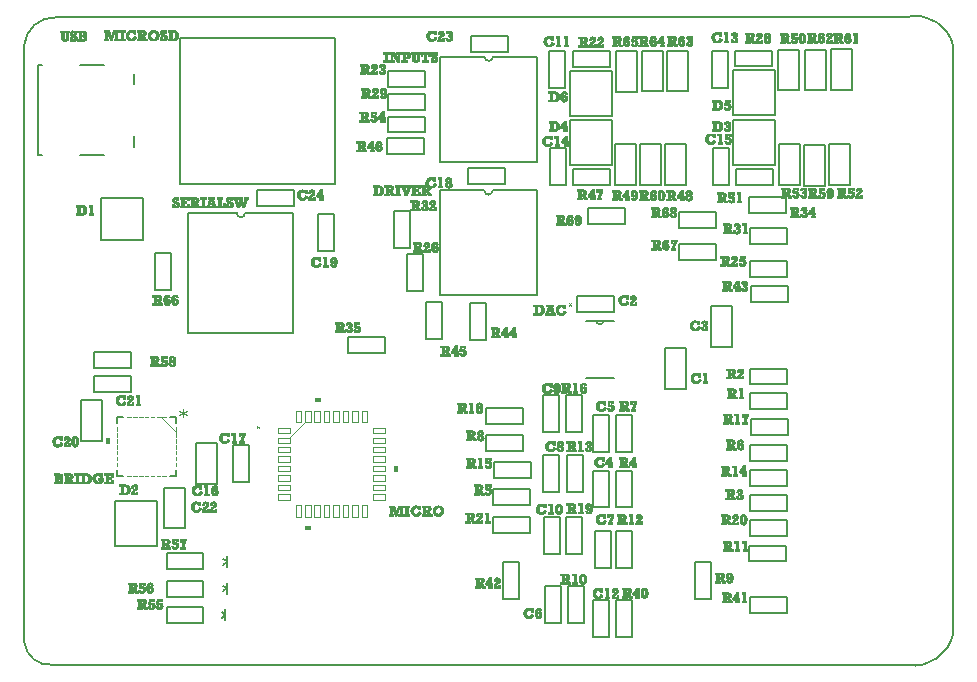
<source format=gbr>
%FSLAX23Y23*%
%MOIN*%
G04 EasyPC Gerber Version 15.0.4 Build 3016 *
%ADD14C,0.00100*%
%ADD11C,0.00300*%
%ADD16C,0.00500*%
%ADD10C,0.00600*%
%ADD15C,0.00787*%
%ADD13C,0.00800*%
X0Y0D02*
D02*
D10*
X312Y653D02*
Y633D01*
X332*
Y830D02*
X312D01*
Y809*
X489Y633D02*
X509D01*
Y653*
Y809D02*
Y830D01*
X489*
X1874Y959D02*
X1967D01*
X1909Y1152D02*
G75*
G03X1933I12D01*
G01*
X1967D02*
X1874D01*
D02*
D11*
X532Y856D02*
Y831D01*
X520Y850D02*
X545Y838D01*
Y850D02*
X520Y838D01*
X532Y856D02*
Y831D01*
X520Y850D02*
X545Y838D01*
Y850D02*
X520Y838D01*
X778Y798D02*
X786D01*
X780Y794D02*
X784Y802D01*
X780D02*
X784Y794D01*
X778Y798D02*
X786D01*
X780Y794D02*
X784Y802D01*
X780D02*
X784Y794D01*
X1818Y1205D02*
X1826D01*
X1820Y1201D02*
X1824Y1209D01*
X1820D02*
X1824Y1201D01*
D02*
D13*
X62Y2003D02*
X47D01*
Y1704*
X62*
X188Y2003D02*
X270D01*
X234Y993D02*
Y1046D01*
X357*
Y993*
X234*
X262Y750D02*
X192D01*
Y886*
X262*
Y750*
X270Y1704D02*
X188D01*
X358Y966D02*
Y913D01*
X235*
Y966*
X358*
X369Y1767D02*
Y1731D01*
Y1975D02*
Y1940D01*
X468Y595D02*
X538D01*
Y459*
X468*
Y595*
X491Y1255D02*
X438D01*
Y1378*
X491*
Y1255*
X600Y197D02*
Y144D01*
X477*
Y197*
X600*
Y285D02*
Y232D01*
X477*
Y285*
X600*
Y377D02*
Y324D01*
X477*
Y377*
X600*
X645Y608D02*
X575D01*
Y744*
X645*
Y608*
X673Y172D02*
X661Y179D01*
X673Y153D02*
Y189D01*
Y171D02*
X661Y161D01*
X677Y260D02*
X665Y268D01*
X677Y349D02*
X665Y356D01*
X677Y241D02*
Y277D01*
Y259D02*
X665Y250D01*
X677Y330D02*
Y366D01*
Y348D02*
X665Y338D01*
X752Y613D02*
X699D01*
Y736*
X752*
Y613*
X901Y1586D02*
Y1533D01*
X778*
Y1586*
X901*
X981Y1508D02*
X1034D01*
Y1385*
X981*
Y1508*
X1083Y1045D02*
Y1098D01*
X1206*
Y1045*
X1083*
X1211Y1707D02*
Y1760D01*
X1334*
Y1707*
X1211*
X1214Y1779D02*
Y1832D01*
X1337*
Y1779*
X1214*
X1215Y1853D02*
Y1906D01*
X1338*
Y1853*
X1215*
X1216Y1931D02*
Y1984D01*
X1339*
Y1931*
X1216*
X1287Y1393D02*
X1234D01*
Y1516*
X1287*
Y1393*
X1331Y1250D02*
X1278D01*
Y1373*
X1331*
Y1250*
X1395Y1092D02*
X1342D01*
Y1215*
X1395*
Y1092*
X1541Y716D02*
Y769D01*
X1664*
Y716*
X1541*
X1541Y808D02*
Y861D01*
X1664*
Y808*
X1541*
X1542Y1088D02*
X1489D01*
Y1211*
X1542*
Y1088*
X1565Y444D02*
Y497D01*
X1688*
Y444*
X1565*
X1566Y536D02*
Y589D01*
X1689*
Y536*
X1566*
X1569Y627D02*
Y680D01*
X1692*
Y627*
X1569*
X1599Y348D02*
X1652D01*
Y225*
X1599*
Y348*
X1606Y1661D02*
Y1608D01*
X1483*
Y1661*
X1606*
X1614Y2101D02*
Y2048D01*
X1491*
Y2101*
X1614*
X1732Y704D02*
X1785D01*
Y581*
X1732*
Y704*
Y904D02*
X1785D01*
Y781*
X1732*
Y904*
X1736Y496D02*
X1789D01*
Y373*
X1736*
Y496*
X1738Y268D02*
X1791D01*
Y145*
X1738*
Y268*
X1753Y2051D02*
X1806D01*
Y1928*
X1753*
Y2051*
X1808Y1603D02*
X1755D01*
Y1726*
X1808*
Y1603*
X1808Y904D02*
X1861D01*
Y781*
X1808*
Y904*
X1810Y496D02*
X1863D01*
Y373*
X1810*
Y496*
X1812Y704D02*
X1865D01*
Y581*
X1812*
Y704*
X1816Y268D02*
X1869D01*
Y145*
X1816*
Y268*
X1831Y1998D02*
Y2051D01*
X1954*
Y1998*
X1831*
X1845Y1180D02*
Y1233D01*
X1968*
Y1180*
X1845*
X1953Y529D02*
X1900D01*
Y652*
X1953*
Y529*
Y715D02*
X1900D01*
Y838*
X1953*
Y715*
X1953Y98D02*
X1900D01*
Y221*
X1953*
Y98*
X1955Y1657D02*
Y1604D01*
X1832*
Y1657*
X1955*
X1957Y326D02*
X1904D01*
Y449*
X1957*
Y326*
X1976Y2051D02*
X2046D01*
Y1915*
X1976*
Y2051*
X2005Y1526D02*
Y1473D01*
X1882*
Y1526*
X2005*
X2028Y715D02*
X1975D01*
Y838*
X2028*
Y715*
X2029Y98D02*
X1976D01*
Y221*
X2029*
Y98*
Y529D02*
X1976D01*
Y652*
X2029*
Y529*
X2029Y326D02*
X1976D01*
Y449*
X2029*
Y326*
X2043Y1603D02*
X1973D01*
Y1739*
X2043*
Y1603*
X2056Y1740D02*
X2126D01*
Y1604*
X2056*
Y1740*
X2131Y1916D02*
X2061D01*
Y2052*
X2131*
Y1916*
X2139Y1740D02*
X2209D01*
Y1604*
X2139*
Y1740*
X2140Y1060D02*
X2210D01*
Y924*
X2140*
Y1060*
X2185Y1353D02*
Y1406D01*
X2308*
Y1353*
X2185*
X2185Y1462D02*
Y1515D01*
X2308*
Y1462*
X2185*
X2215Y1916D02*
X2145D01*
Y2052*
X2215*
Y1916*
X2291Y224D02*
X2238D01*
Y347*
X2291*
Y224*
X2293Y1200D02*
X2363D01*
Y1064*
X2293*
Y1200*
X2295Y2051D02*
X2348D01*
Y1928*
X2295*
Y2051*
X2351Y1605D02*
X2298D01*
Y1728*
X2351*
Y1605*
X2371Y1999D02*
Y2052D01*
X2494*
Y1999*
X2371*
X2419Y349D02*
Y402D01*
X2542*
Y349*
X2419*
Y1512D02*
Y1565D01*
X2542*
Y1512*
X2419*
X2421Y435D02*
Y488D01*
X2544*
Y435*
X2421*
X2421Y1297D02*
Y1350D01*
X2544*
Y1297*
X2421*
X2422Y176D02*
Y229D01*
X2545*
Y176*
X2422*
Y518D02*
Y571D01*
X2545*
Y518*
X2422*
Y600D02*
Y653D01*
X2545*
Y600*
X2422*
X2422Y1406D02*
Y1459D01*
X2545*
Y1406*
X2422*
X2423Y685D02*
Y738D01*
X2546*
Y685*
X2423*
X2424Y1214D02*
Y1267D01*
X2547*
Y1214*
X2424*
X2425Y771D02*
Y824D01*
X2548*
Y771*
X2425*
X2497Y1656D02*
Y1603D01*
X2374*
Y1656*
X2497*
X2516Y2055D02*
X2586D01*
Y1919*
X2516*
Y2055*
X2546Y909D02*
Y856D01*
X2423*
Y909*
X2546*
Y992D02*
Y939D01*
X2423*
Y992*
X2546*
X2587Y1603D02*
X2517D01*
Y1739*
X2587*
Y1603*
X2602Y1738D02*
X2672D01*
Y1602*
X2602*
Y1738*
X2675Y1919D02*
X2605D01*
Y2055*
X2675*
Y1919*
X2686Y1739D02*
X2756D01*
Y1603*
X2686*
Y1739*
X2761Y1921D02*
X2691D01*
Y2057*
X2761*
Y1921*
D02*
D14*
X122Y766D02*
X128D01*
Y754*
X122*
X121Y757*
X119Y759*
X116Y760*
X114Y761*
X110Y760*
X107Y757*
X105Y754*
X105Y750*
X105Y745*
X107Y741*
X110Y739*
X114Y738*
X117Y739*
X119Y741*
X122Y743*
X123Y747*
X129Y743*
X127Y738*
X124Y735*
X119Y733*
X114Y732*
X109*
X106Y734*
X103Y735*
X101Y737*
X97Y743*
X96Y750*
X96Y754*
X98Y758*
X101Y762*
X104Y765*
X108Y766*
X112Y767*
X118Y766*
X122Y764*
Y766*
X155Y743D02*
Y733D01*
X134*
Y737*
X134Y740*
X137Y744*
X138Y747*
X141Y749*
X144Y752*
X145Y754*
X147Y756*
Y758*
X146Y760*
X144Y761*
X142Y761*
X141Y760*
X141Y757*
X140Y754*
X134*
X135Y759*
X135Y762*
X137Y764*
X140Y766*
X144Y767*
X148Y766*
X152Y764*
X154Y761*
X154Y757*
X154Y754*
X151Y751*
X150Y749*
X147Y747*
X144Y744*
X141Y742*
X140Y738*
X150*
Y743*
X155*
X171Y732D02*
X166Y734D01*
X163Y737*
X160Y742*
X160Y750*
X160Y757*
X163Y762*
X166Y766*
X171Y767*
X176Y766*
X180Y762*
X182Y757*
X183Y750*
X182Y742*
X180Y737*
X176Y734*
X171Y732*
X171Y738D02*
X173Y739D01*
X174Y742*
X175Y750*
Y755*
X174Y758*
X173Y761*
X171Y761*
X170Y761*
X168Y758*
X167Y754*
Y750*
Y744*
X168Y741*
X170Y738*
X171Y738*
X107Y733D02*
X119D01*
X134D02*
X155D01*
X168D02*
X174D01*
X105Y734D02*
X121D01*
X134D02*
X155D01*
X166D02*
X177D01*
X103Y735D02*
X123D01*
X134D02*
X155D01*
X164D02*
X178D01*
X102Y736D02*
X124D01*
X134D02*
X155D01*
X163D02*
X179D01*
X101Y737D02*
X125D01*
X134D02*
X155D01*
X162D02*
X180D01*
X100Y738D02*
X127D01*
X134D02*
X155D01*
X162D02*
X171D01*
X171D02*
X180D01*
X99Y739D02*
X111D01*
X116D02*
X127D01*
X134D02*
X140D01*
X150D02*
X155D01*
X162D02*
X169D01*
X173D02*
X181D01*
X99Y740D02*
X109D01*
X118D02*
X128D01*
X134D02*
X141D01*
X150D02*
X155D01*
X161D02*
X169D01*
X173D02*
X181D01*
X98Y741D02*
X108D01*
X119D02*
X128D01*
X135D02*
X141D01*
X150D02*
X155D01*
X161D02*
X168D01*
X174D02*
X181D01*
X98Y742D02*
X107D01*
X120D02*
X129D01*
X135D02*
X141D01*
X150D02*
X155D01*
X160D02*
X168D01*
X174D02*
X182D01*
X97Y743D02*
X106D01*
X121D02*
X129D01*
X136D02*
X142D01*
X160D02*
X168D01*
X174D02*
X182D01*
X97Y744D02*
X106D01*
X122D02*
X129D01*
X136D02*
X143D01*
X160D02*
X168D01*
X174D02*
X182D01*
X97Y744D02*
X105D01*
X122D02*
X127D01*
X137D02*
X144D01*
X160D02*
X167D01*
X175D02*
X182D01*
X97Y745D02*
X105D01*
X123D02*
X125D01*
X137D02*
X145D01*
X160D02*
X167D01*
X175D02*
X182D01*
X96Y746D02*
X105D01*
X123D02*
X124D01*
X138D02*
X146D01*
X160D02*
X167D01*
X175D02*
X182D01*
X96Y747D02*
X105D01*
X139D02*
X147D01*
X160D02*
X167D01*
X175D02*
X182D01*
X96Y748D02*
X105D01*
X140D02*
X149D01*
X160D02*
X167D01*
X175D02*
X183D01*
X96Y749D02*
X105D01*
X141D02*
X150D01*
X160D02*
X167D01*
X175D02*
X183D01*
X96Y750D02*
X105D01*
X142D02*
X151D01*
X160D02*
X167D01*
X175D02*
X183D01*
X96Y751D02*
X105D01*
X143D02*
X151D01*
X160D02*
X167D01*
X175D02*
X183D01*
X96Y752D02*
X105D01*
X144D02*
X152D01*
X160D02*
X167D01*
X175D02*
X182D01*
X96Y753D02*
X105D01*
X144D02*
X153D01*
X160D02*
X167D01*
X175D02*
X182D01*
X96Y754D02*
X105D01*
X145D02*
X154D01*
X160D02*
X167D01*
X175D02*
X182D01*
X97Y755D02*
X106D01*
X122D02*
X128D01*
X134D02*
X140D01*
X146D02*
X154D01*
X160D02*
X167D01*
X175D02*
X182D01*
X97Y756D02*
X106D01*
X121D02*
X128D01*
X134D02*
X140D01*
X146D02*
X154D01*
X160D02*
X168D01*
X175D02*
X182D01*
X97Y757D02*
X107D01*
X121D02*
X128D01*
X134D02*
X141D01*
X147D02*
X154D01*
X160D02*
X168D01*
X175D02*
X182D01*
X98Y758D02*
X107D01*
X120D02*
X128D01*
X135D02*
X141D01*
X147D02*
X154D01*
X161D02*
X168D01*
X175D02*
X182D01*
X98Y759D02*
X109D01*
X119D02*
X128D01*
X135D02*
X141D01*
X146D02*
X154D01*
X161D02*
X168D01*
X174D02*
X181D01*
X99Y759D02*
X110D01*
X118D02*
X128D01*
X135D02*
X141D01*
X146D02*
X154D01*
X161D02*
X169D01*
X174D02*
X181D01*
X99Y760D02*
X113D01*
X116D02*
X128D01*
X135D02*
X142D01*
X146D02*
X154D01*
X162D02*
X169D01*
X173D02*
X180D01*
X100Y761D02*
X128D01*
X135D02*
X143D01*
X144D02*
X153D01*
X162D02*
X171D01*
X172D02*
X180D01*
X101Y762D02*
X128D01*
X136D02*
X153D01*
X163D02*
X179D01*
X102Y763D02*
X128D01*
X136D02*
X152D01*
X164D02*
X178D01*
X103Y764D02*
X121D01*
X122D02*
X128D01*
X137D02*
X151D01*
X165D02*
X178D01*
X104Y765D02*
X120D01*
X122D02*
X128D01*
X139D02*
X150D01*
X166D02*
X177D01*
X108Y766D02*
X118D01*
X122D02*
X128D01*
X141D02*
X149D01*
X168D02*
X174D01*
X101Y609D02*
Y615D01*
X105*
Y637*
X101*
Y643*
X115*
X120*
X123Y642*
X126Y641*
X127Y639*
X128Y637*
X129Y634*
Y632*
X128Y630*
X127Y628*
X124Y627*
X127Y626*
X129Y624*
X130Y622*
X130Y619*
X130Y616*
X128Y614*
X126Y611*
X124Y610*
X120Y609*
X115*
X101*
X114Y630D02*
X116D01*
X118*
X119Y630*
X120Y631*
Y634*
Y635*
X119Y637*
X118Y637*
X115*
X114*
Y630*
Y615D02*
X116D01*
X118*
X120Y616*
X121Y617*
Y620*
Y622*
X120Y623*
X118Y624*
X116Y624*
X114*
Y615*
X167D02*
Y609D01*
X157*
X150Y624*
X147*
Y615*
X152*
Y609*
X134*
Y615*
X139*
Y637*
X134*
Y643*
X154*
X159Y642*
X162Y640*
X163Y637*
X164Y633*
X163Y630*
X163Y628*
X160Y626*
X158Y625*
X163Y615*
X167*
X147Y629D02*
X150D01*
X152*
X154Y630*
X155Y631*
Y633*
Y635*
X154Y636*
X151Y637*
X147*
Y629*
X170Y609D02*
Y615D01*
X174*
Y637*
X170*
Y643*
X187*
Y637*
X183*
Y615*
X187*
Y609*
X170*
X190D02*
Y615D01*
X195*
Y637*
X190*
Y643*
X206*
X210*
X214Y642*
X216Y641*
X219Y639*
X222Y637*
X224Y634*
X225Y630*
X225Y626*
Y622*
X224Y620*
X223Y617*
X221Y614*
X217Y611*
X213Y609*
X211*
X207*
X190*
X203Y615D02*
X206D01*
X209*
X212Y616*
X214Y617*
X215Y620*
X216Y622*
X216Y626*
X216Y630*
X215Y632*
X214Y635*
X212Y636*
X209Y637*
X206Y637*
X203*
Y615*
X250Y621D02*
Y626D01*
X266*
X265Y621*
X264Y617*
X261Y613*
X258Y611*
X253Y609*
X248Y609*
X244*
X241Y610*
X238Y612*
X235Y614*
X233Y616*
X231Y619*
X231Y622*
X230Y626*
X231Y631*
X232Y635*
X235Y638*
X238Y641*
X242Y643*
X247Y643*
X253Y643*
X257Y640*
Y643*
X263*
Y631*
X257*
X255Y633*
X253Y635*
X251Y637*
X248Y637*
X244Y637*
X242Y634*
X240Y631*
X239Y627*
X240Y621*
X242Y618*
X245Y615*
X249Y615*
X252Y615*
X254Y617*
X256Y618*
X257Y621*
X250*
X270Y609D02*
Y615D01*
X274*
Y637*
X270*
Y643*
X299*
Y632*
X293*
Y637*
X283*
Y630*
X291*
Y624*
X283*
Y615*
X293*
Y620*
X299*
Y609*
X270*
X101Y610D02*
X121D01*
X134D02*
X152D01*
X157D02*
X167D01*
X170D02*
X187D01*
X190D02*
X213D01*
X242D02*
X254D01*
X270D02*
X299D01*
X101Y611D02*
X125D01*
X134D02*
X152D01*
X157D02*
X167D01*
X170D02*
X187D01*
X190D02*
X215D01*
X240D02*
X257D01*
X270D02*
X299D01*
X101Y611D02*
X126D01*
X134D02*
X152D01*
X156D02*
X167D01*
X170D02*
X187D01*
X190D02*
X217D01*
X238D02*
X259D01*
X270D02*
X299D01*
X101Y612D02*
X127D01*
X134D02*
X152D01*
X156D02*
X167D01*
X170D02*
X187D01*
X190D02*
X219D01*
X237D02*
X260D01*
X270D02*
X299D01*
X101Y613D02*
X128D01*
X134D02*
X152D01*
X155D02*
X167D01*
X170D02*
X187D01*
X190D02*
X220D01*
X235D02*
X262D01*
X270D02*
X299D01*
X101Y614D02*
X129D01*
X134D02*
X152D01*
X155D02*
X167D01*
X170D02*
X187D01*
X190D02*
X221D01*
X234D02*
X262D01*
X270D02*
X299D01*
X105Y615D02*
X114D01*
X119D02*
X129D01*
X139D02*
X147D01*
X154D02*
X163D01*
X174D02*
X183D01*
X195D02*
X203D01*
X210D02*
X222D01*
X234D02*
X246D01*
X251D02*
X263D01*
X274D02*
X283D01*
X293D02*
X299D01*
X105Y616D02*
X114D01*
X120D02*
X130D01*
X139D02*
X147D01*
X154D02*
X163D01*
X174D02*
X183D01*
X195D02*
X203D01*
X212D02*
X223D01*
X233D02*
X244D01*
X253D02*
X263D01*
X274D02*
X283D01*
X293D02*
X299D01*
X105Y617D02*
X114D01*
X121D02*
X130D01*
X139D02*
X147D01*
X153D02*
X162D01*
X174D02*
X183D01*
X195D02*
X203D01*
X213D02*
X223D01*
X232D02*
X243D01*
X255D02*
X264D01*
X274D02*
X283D01*
X293D02*
X299D01*
X105Y618D02*
X114D01*
X121D02*
X130D01*
X139D02*
X147D01*
X153D02*
X162D01*
X174D02*
X183D01*
X195D02*
X203D01*
X214D02*
X224D01*
X232D02*
X242D01*
X256D02*
X264D01*
X274D02*
X283D01*
X293D02*
X299D01*
X105Y619D02*
X114D01*
X121D02*
X130D01*
X139D02*
X147D01*
X152D02*
X161D01*
X174D02*
X183D01*
X195D02*
X203D01*
X215D02*
X224D01*
X231D02*
X241D01*
X256D02*
X265D01*
X274D02*
X283D01*
X293D02*
X299D01*
X105Y620D02*
X114D01*
X121D02*
X130D01*
X139D02*
X147D01*
X152D02*
X161D01*
X174D02*
X183D01*
X195D02*
X203D01*
X215D02*
X224D01*
X231D02*
X240D01*
X257D02*
X265D01*
X274D02*
X283D01*
X105Y621D02*
X114D01*
X121D02*
X130D01*
X139D02*
X147D01*
X151D02*
X160D01*
X174D02*
X183D01*
X195D02*
X203D01*
X216D02*
X225D01*
X231D02*
X240D01*
X250D02*
X266D01*
X274D02*
X283D01*
X105Y622D02*
X114D01*
X121D02*
X130D01*
X139D02*
X147D01*
X151D02*
X160D01*
X174D02*
X183D01*
X195D02*
X203D01*
X216D02*
X225D01*
X231D02*
X239D01*
X250D02*
X266D01*
X274D02*
X283D01*
X105Y623D02*
X114D01*
X121D02*
X129D01*
X139D02*
X147D01*
X150D02*
X159D01*
X174D02*
X183D01*
X195D02*
X203D01*
X216D02*
X225D01*
X231D02*
X239D01*
X250D02*
X266D01*
X274D02*
X283D01*
X105Y624D02*
X114D01*
X118D02*
X129D01*
X139D02*
X159D01*
X174D02*
X183D01*
X195D02*
X203D01*
X216D02*
X225D01*
X230D02*
X239D01*
X250D02*
X266D01*
X274D02*
X283D01*
X105Y625D02*
X129D01*
X139D02*
X158D01*
X174D02*
X183D01*
X195D02*
X203D01*
X216D02*
X225D01*
X230D02*
X239D01*
X250D02*
X266D01*
X274D02*
X291D01*
X105Y626D02*
X127D01*
X139D02*
X159D01*
X174D02*
X183D01*
X195D02*
X203D01*
X216D02*
X225D01*
X230D02*
X239D01*
X250D02*
X266D01*
X274D02*
X291D01*
X105Y626D02*
X126D01*
X139D02*
X161D01*
X174D02*
X183D01*
X195D02*
X203D01*
X216D02*
X225D01*
X230D02*
X239D01*
X274D02*
X291D01*
X105Y627D02*
X125D01*
X139D02*
X162D01*
X174D02*
X183D01*
X195D02*
X203D01*
X216D02*
X225D01*
X230D02*
X239D01*
X274D02*
X291D01*
X105Y628D02*
X127D01*
X139D02*
X163D01*
X174D02*
X183D01*
X195D02*
X203D01*
X216D02*
X225D01*
X230D02*
X239D01*
X274D02*
X291D01*
X105Y629D02*
X128D01*
X139D02*
X147D01*
X153D02*
X163D01*
X174D02*
X183D01*
X195D02*
X203D01*
X216D02*
X225D01*
X230D02*
X239D01*
X274D02*
X291D01*
X105Y630D02*
X114D01*
X119D02*
X128D01*
X139D02*
X147D01*
X154D02*
X163D01*
X174D02*
X183D01*
X195D02*
X203D01*
X216D02*
X225D01*
X231D02*
X239D01*
X274D02*
X283D01*
X105Y631D02*
X114D01*
X120D02*
X129D01*
X139D02*
X147D01*
X155D02*
X164D01*
X174D02*
X183D01*
X195D02*
X203D01*
X216D02*
X224D01*
X231D02*
X240D01*
X256D02*
X263D01*
X274D02*
X283D01*
X105Y632D02*
X114D01*
X120D02*
X129D01*
X139D02*
X147D01*
X155D02*
X164D01*
X174D02*
X183D01*
X195D02*
X203D01*
X215D02*
X224D01*
X231D02*
X240D01*
X256D02*
X263D01*
X274D02*
X283D01*
X105Y633D02*
X114D01*
X120D02*
X129D01*
X139D02*
X147D01*
X155D02*
X164D01*
X174D02*
X183D01*
X195D02*
X203D01*
X215D02*
X224D01*
X232D02*
X241D01*
X255D02*
X263D01*
X274D02*
X283D01*
X293D02*
X299D01*
X105Y634D02*
X114D01*
X120D02*
X129D01*
X139D02*
X147D01*
X155D02*
X164D01*
X174D02*
X183D01*
X195D02*
X203D01*
X214D02*
X223D01*
X232D02*
X242D01*
X255D02*
X263D01*
X274D02*
X283D01*
X293D02*
X299D01*
X105Y635D02*
X114D01*
X120D02*
X129D01*
X139D02*
X147D01*
X155D02*
X164D01*
X174D02*
X183D01*
X195D02*
X203D01*
X213D02*
X223D01*
X232D02*
X242D01*
X254D02*
X263D01*
X274D02*
X283D01*
X293D02*
X299D01*
X105Y636D02*
X114D01*
X120D02*
X129D01*
X139D02*
X147D01*
X154D02*
X163D01*
X174D02*
X183D01*
X195D02*
X203D01*
X212D02*
X222D01*
X233D02*
X243D01*
X252D02*
X263D01*
X274D02*
X283D01*
X293D02*
X299D01*
X105Y637D02*
X114D01*
X119D02*
X128D01*
X139D02*
X147D01*
X152D02*
X163D01*
X174D02*
X183D01*
X195D02*
X203D01*
X208D02*
X222D01*
X234D02*
X245D01*
X250D02*
X263D01*
X274D02*
X283D01*
X293D02*
X299D01*
X101Y638D02*
X128D01*
X134D02*
X163D01*
X170D02*
X187D01*
X190D02*
X221D01*
X234D02*
X263D01*
X270D02*
X299D01*
X101Y639D02*
X127D01*
X134D02*
X162D01*
X170D02*
X187D01*
X190D02*
X220D01*
X235D02*
X263D01*
X270D02*
X299D01*
X101Y640D02*
X127D01*
X134D02*
X162D01*
X170D02*
X187D01*
X190D02*
X218D01*
X236D02*
X263D01*
X270D02*
X299D01*
X101Y641D02*
X126D01*
X134D02*
X160D01*
X170D02*
X187D01*
X190D02*
X217D01*
X237D02*
X256D01*
X257D02*
X263D01*
X270D02*
X299D01*
X101Y641D02*
X124D01*
X134D02*
X159D01*
X170D02*
X187D01*
X190D02*
X215D01*
X239D02*
X254D01*
X257D02*
X263D01*
X270D02*
X299D01*
X101Y642D02*
X121D01*
X134D02*
X155D01*
X170D02*
X187D01*
X190D02*
X211D01*
X242D02*
X253D01*
X257D02*
X263D01*
X270D02*
X299D01*
X121Y2113D02*
Y2118D01*
X137*
Y2113*
X134*
Y2097*
Y2095*
Y2093*
X136Y2091*
X139Y2090*
X141Y2091*
X143Y2093*
X143Y2095*
Y2098*
Y2113*
X140*
Y2118*
X153*
Y2113*
X149*
Y2096*
Y2093*
X148Y2091*
X147Y2088*
X145Y2086*
X143Y2086*
X137Y2084*
X131Y2086*
X128Y2087*
X127Y2088*
X126Y2092*
X125Y2094*
Y2097*
Y2113*
X121*
X154Y2085D02*
Y2096D01*
X161*
X162Y2093*
X163Y2092*
X165Y2090*
X166Y2090*
X167*
X169Y2091*
X170Y2092*
Y2093*
X169Y2096*
X167Y2097*
X165Y2099*
X160Y2101*
X157Y2103*
X155Y2106*
X154Y2109*
X155Y2113*
X157Y2116*
X160Y2118*
X163Y2119*
X166Y2118*
X169Y2115*
Y2118*
X175*
Y2108*
X169*
X167Y2112*
X166Y2113*
X165Y2113*
X162Y2113*
X162Y2110*
X162Y2109*
X164Y2107*
X167Y2106*
X170Y2104*
X173Y2103*
X176Y2099*
X177Y2097*
Y2095*
X176Y2090*
X174Y2087*
X171Y2085*
X167Y2084*
X164Y2085*
X161Y2088*
Y2085*
X154*
X180D02*
Y2090D01*
X185*
Y2113*
X180*
Y2118*
X195*
X200*
X203Y2118*
X205Y2116*
X207Y2115*
X208Y2112*
X209Y2109*
Y2107*
X208Y2105*
X206Y2104*
X204Y2103*
X206Y2102*
X209Y2100*
X209Y2097*
X210Y2095*
X209Y2092*
X208Y2089*
X206Y2087*
X203Y2086*
X200Y2085*
X195*
X180*
X193Y2105D02*
X196D01*
X198*
X199Y2106*
X200Y2107*
Y2109*
Y2111*
X199Y2112*
X198Y2113*
X195*
X193*
Y2105*
Y2090D02*
X196D01*
X198*
X200Y2092*
X201Y2093*
Y2095*
Y2097*
X200Y2099*
X198Y2099*
X196Y2100*
X193*
Y2090*
X133Y2085D02*
X141D01*
X154D02*
X161D01*
X164D02*
X171D01*
X180D02*
X201D01*
X130Y2086D02*
X145D01*
X154D02*
X161D01*
X163D02*
X173D01*
X180D02*
X204D01*
X128Y2087D02*
X146D01*
X154D02*
X161D01*
X162D02*
X174D01*
X180D02*
X206D01*
X127Y2088D02*
X147D01*
X154D02*
X175D01*
X180D02*
X207D01*
X126Y2089D02*
X147D01*
X154D02*
X176D01*
X180D02*
X208D01*
X126Y2090D02*
X148D01*
X154D02*
X166D01*
X168D02*
X176D01*
X180D02*
X209D01*
X126Y2091D02*
X136D01*
X141D02*
X148D01*
X154D02*
X164D01*
X168D02*
X176D01*
X185D02*
X193D01*
X199D02*
X209D01*
X125Y2092D02*
X135D01*
X142D02*
X148D01*
X154D02*
X163D01*
X169D02*
X177D01*
X185D02*
X193D01*
X200D02*
X209D01*
X125Y2093D02*
X134D01*
X142D02*
X149D01*
X154D02*
X162D01*
X170D02*
X177D01*
X185D02*
X193D01*
X201D02*
X210D01*
X125Y2094D02*
X134D01*
X143D02*
X149D01*
X154D02*
X161D01*
X170D02*
X177D01*
X185D02*
X193D01*
X201D02*
X210D01*
X125Y2095D02*
X134D01*
X143D02*
X149D01*
X154D02*
X161D01*
X169D02*
X177D01*
X185D02*
X193D01*
X201D02*
X210D01*
X125Y2095D02*
X134D01*
X143D02*
X149D01*
X154D02*
X161D01*
X169D02*
X177D01*
X185D02*
X193D01*
X201D02*
X210D01*
X125Y2096D02*
X134D01*
X143D02*
X149D01*
X168D02*
X177D01*
X185D02*
X193D01*
X201D02*
X210D01*
X125Y2097D02*
X134D01*
X143D02*
X149D01*
X168D02*
X177D01*
X185D02*
X193D01*
X201D02*
X209D01*
X125Y2098D02*
X134D01*
X143D02*
X149D01*
X165D02*
X176D01*
X185D02*
X193D01*
X200D02*
X209D01*
X125Y2099D02*
X134D01*
X143D02*
X149D01*
X163D02*
X176D01*
X185D02*
X193D01*
X198D02*
X209D01*
X125Y2100D02*
X134D01*
X143D02*
X149D01*
X161D02*
X175D01*
X185D02*
X208D01*
X125Y2101D02*
X134D01*
X143D02*
X149D01*
X160D02*
X174D01*
X185D02*
X207D01*
X125Y2102D02*
X134D01*
X143D02*
X149D01*
X158D02*
X173D01*
X185D02*
X206D01*
X125Y2103D02*
X134D01*
X143D02*
X149D01*
X157D02*
X172D01*
X185D02*
X205D01*
X125Y2104D02*
X134D01*
X143D02*
X149D01*
X156D02*
X170D01*
X185D02*
X206D01*
X125Y2105D02*
X134D01*
X143D02*
X149D01*
X156D02*
X169D01*
X185D02*
X207D01*
X125Y2106D02*
X134D01*
X143D02*
X149D01*
X155D02*
X167D01*
X185D02*
X193D01*
X199D02*
X208D01*
X125Y2107D02*
X134D01*
X143D02*
X149D01*
X155D02*
X165D01*
X185D02*
X193D01*
X200D02*
X208D01*
X125Y2108D02*
X134D01*
X143D02*
X149D01*
X155D02*
X164D01*
X185D02*
X193D01*
X200D02*
X209D01*
X125Y2109D02*
X134D01*
X143D02*
X149D01*
X155D02*
X162D01*
X168D02*
X175D01*
X185D02*
X193D01*
X200D02*
X209D01*
X125Y2110D02*
X134D01*
X143D02*
X149D01*
X155D02*
X162D01*
X168D02*
X175D01*
X185D02*
X193D01*
X200D02*
X209D01*
X125Y2110D02*
X134D01*
X143D02*
X149D01*
X155D02*
X162D01*
X168D02*
X175D01*
X185D02*
X193D01*
X200D02*
X209D01*
X125Y2111D02*
X134D01*
X143D02*
X149D01*
X155D02*
X162D01*
X168D02*
X175D01*
X185D02*
X193D01*
X200D02*
X208D01*
X125Y2112D02*
X134D01*
X143D02*
X149D01*
X155D02*
X162D01*
X167D02*
X175D01*
X185D02*
X193D01*
X198D02*
X208D01*
X121Y2113D02*
X137D01*
X140D02*
X153D01*
X155D02*
X164D01*
X165D02*
X175D01*
X180D02*
X208D01*
X121Y2114D02*
X137D01*
X140D02*
X153D01*
X156D02*
X175D01*
X180D02*
X207D01*
X121Y2115D02*
X137D01*
X140D02*
X153D01*
X156D02*
X175D01*
X180D02*
X206D01*
X121Y2116D02*
X137D01*
X140D02*
X153D01*
X157D02*
X168D01*
X169D02*
X175D01*
X180D02*
X206D01*
X121Y2117D02*
X137D01*
X140D02*
X153D01*
X158D02*
X167D01*
X169D02*
X175D01*
X180D02*
X204D01*
X121Y2118D02*
X137D01*
X140D02*
X153D01*
X160D02*
X166D01*
X169D02*
X175D01*
X180D02*
X201D01*
X175Y1504D02*
Y1510D01*
X179*
Y1532*
X175*
Y1537*
X190*
X194*
X198Y1537*
X201Y1536*
X204Y1534*
X206Y1532*
X208Y1529*
X209Y1525*
X210Y1521*
Y1517*
X208Y1514*
X207Y1511*
X205Y1509*
X201Y1506*
X197Y1504*
X195*
X191*
X175*
X188Y1510D02*
X190D01*
X193*
X196Y1511*
X198Y1512*
X200Y1514*
X200Y1517*
X201Y1521*
X200Y1524*
X200Y1527*
X198Y1530*
X196Y1531*
X193Y1532*
X190Y1532*
X188*
Y1510*
X218Y1504D02*
Y1510D01*
X222*
Y1532*
X217*
Y1537*
X229*
Y1510*
X233*
Y1504*
X218*
X175Y1504D02*
X197D01*
X218D02*
X233D01*
X175Y1505D02*
X200D01*
X218D02*
X233D01*
X175Y1506D02*
X202D01*
X218D02*
X233D01*
X175Y1507D02*
X203D01*
X218D02*
X233D01*
X175Y1508D02*
X204D01*
X218D02*
X233D01*
X175Y1509D02*
X206D01*
X218D02*
X233D01*
X179Y1510D02*
X188D01*
X194D02*
X206D01*
X222D02*
X229D01*
X179Y1511D02*
X188D01*
X196D02*
X207D01*
X222D02*
X229D01*
X179Y1512D02*
X188D01*
X198D02*
X207D01*
X222D02*
X229D01*
X179Y1513D02*
X188D01*
X198D02*
X208D01*
X222D02*
X229D01*
X179Y1514D02*
X188D01*
X199D02*
X208D01*
X222D02*
X229D01*
X179Y1515D02*
X188D01*
X200D02*
X209D01*
X222D02*
X229D01*
X179Y1516D02*
X188D01*
X200D02*
X209D01*
X222D02*
X229D01*
X179Y1517D02*
X188D01*
X200D02*
X209D01*
X222D02*
X229D01*
X179Y1518D02*
X188D01*
X200D02*
X210D01*
X222D02*
X229D01*
X179Y1519D02*
X188D01*
X200D02*
X210D01*
X222D02*
X229D01*
X179Y1519D02*
X188D01*
X201D02*
X210D01*
X222D02*
X229D01*
X179Y1520D02*
X188D01*
X201D02*
X210D01*
X222D02*
X229D01*
X179Y1521D02*
X188D01*
X201D02*
X210D01*
X222D02*
X229D01*
X179Y1522D02*
X188D01*
X200D02*
X209D01*
X222D02*
X229D01*
X179Y1523D02*
X188D01*
X200D02*
X209D01*
X222D02*
X229D01*
X179Y1524D02*
X188D01*
X200D02*
X209D01*
X222D02*
X229D01*
X179Y1525D02*
X188D01*
X200D02*
X209D01*
X222D02*
X229D01*
X179Y1526D02*
X188D01*
X200D02*
X209D01*
X222D02*
X229D01*
X179Y1527D02*
X188D01*
X200D02*
X208D01*
X222D02*
X229D01*
X179Y1528D02*
X188D01*
X199D02*
X208D01*
X222D02*
X229D01*
X179Y1529D02*
X188D01*
X198D02*
X208D01*
X222D02*
X229D01*
X179Y1530D02*
X188D01*
X198D02*
X207D01*
X222D02*
X229D01*
X179Y1531D02*
X188D01*
X196D02*
X207D01*
X222D02*
X229D01*
X179Y1532D02*
X188D01*
X192D02*
X206D01*
X222D02*
X229D01*
X175Y1533D02*
X205D01*
X217D02*
X229D01*
X175Y1534D02*
X204D01*
X217D02*
X229D01*
X175Y1534D02*
X203D01*
X217D02*
X229D01*
X175Y1535D02*
X201D01*
X217D02*
X229D01*
X175Y1536D02*
X199D01*
X217D02*
X229D01*
X175Y1537D02*
X195D01*
X217D02*
X229D01*
X269Y2086D02*
Y2092D01*
X273*
Y2114*
X269*
Y2119*
X285*
X292Y2100*
X299Y2119*
X316*
Y2114*
X312*
Y2092*
X316*
Y2086*
X301*
Y2092*
X304*
Y2114*
X303*
X293Y2086*
X289*
X279Y2114*
X278*
Y2092*
X282*
Y2086*
X269*
X319D02*
Y2092D01*
X324*
Y2114*
X319*
Y2119*
X337*
Y2114*
X332*
Y2092*
X337*
Y2086*
X319*
X367Y2119D02*
X373D01*
Y2107*
X367*
X365Y2110*
X364Y2112*
X361Y2113*
X359Y2114*
X355Y2113*
X352Y2110*
X350Y2107*
X350Y2103*
X350Y2098*
X352Y2095*
X355Y2092*
X359Y2092*
X362Y2092*
X364Y2094*
X367Y2096*
X368Y2100*
X374Y2096*
X372Y2092*
X368Y2089*
X364Y2086*
X358Y2086*
X354*
X351Y2087*
X348Y2089*
X345Y2090*
X342Y2096*
X341Y2103*
X341Y2107*
X343Y2112*
X345Y2115*
X349Y2118*
X353Y2119*
X357Y2120*
X363Y2119*
X367Y2117*
Y2119*
X411Y2092D02*
Y2086D01*
X401*
X393Y2100*
X391*
Y2092*
X395*
Y2086*
X378*
Y2092*
X382*
Y2114*
X378*
Y2119*
X397*
X402Y2119*
X405Y2116*
X407Y2113*
X407Y2110*
X407Y2107*
X406Y2105*
X404Y2103*
X402Y2102*
X407Y2092*
X411*
X391Y2106D02*
X394D01*
X396*
X397Y2107*
X399Y2108*
Y2110*
Y2112*
X397Y2113*
X394Y2114*
X391*
Y2106*
X432Y2120D02*
X436Y2119D01*
X440Y2119*
X443Y2117*
X446Y2115*
X448Y2112*
X449Y2109*
X451Y2106*
Y2103*
Y2099*
X449Y2096*
X448Y2093*
X446Y2090*
X443Y2089*
X440Y2087*
X436Y2086*
X432*
X428*
X425Y2087*
X421Y2089*
X419Y2091*
X415Y2096*
X415Y2099*
X414Y2103*
X415Y2106*
X415Y2109*
X417Y2112*
X419Y2115*
X422Y2117*
X425Y2119*
X428Y2119*
X432Y2120*
Y2114D02*
X429Y2113D01*
X426Y2111*
X423Y2107*
X423Y2103*
X423Y2098*
X426Y2095*
X429Y2092*
X432Y2092*
X436Y2092*
X439Y2095*
X441Y2098*
X442Y2103*
X441Y2107*
X439Y2111*
X436Y2113*
X432Y2114*
X455Y2086D02*
Y2097D01*
X461*
X462Y2095*
X463Y2093*
X465Y2092*
X466Y2091*
X468*
X469Y2092*
X470Y2093*
Y2095*
X469Y2097*
X468Y2099*
X465Y2100*
X460Y2102*
X457Y2105*
X455Y2107*
X455Y2110*
X455Y2115*
X457Y2118*
X460Y2119*
X463Y2120*
X466Y2119*
X469Y2116*
Y2119*
X475*
Y2109*
X469*
X468Y2113*
X466Y2114*
X465Y2115*
X462Y2114*
X462Y2112*
X462Y2110*
X464Y2109*
X468Y2107*
X471Y2105*
X473Y2104*
X476Y2100*
X477Y2098*
Y2096*
X477Y2091*
X474Y2088*
X471Y2086*
X468Y2086*
X464Y2086*
X461Y2089*
Y2086*
X455*
X481D02*
Y2092D01*
X485*
Y2114*
X481*
Y2119*
X496*
X500*
X504Y2119*
X507Y2118*
X510Y2116*
X512Y2113*
X514Y2110*
X515Y2107*
X515Y2103*
Y2099*
X514Y2096*
X513Y2093*
X511Y2091*
X507Y2088*
X503Y2086*
X501*
X497*
X481*
X494Y2092D02*
X496D01*
X499*
X502Y2093*
X504Y2094*
X505Y2096*
X506Y2099*
X507Y2103*
X506Y2106*
X505Y2109*
X504Y2112*
X502Y2113*
X499Y2113*
X496Y2114*
X494*
Y2092*
X269Y2086D02*
X282D01*
X289D02*
X293D01*
X301D02*
X316D01*
X319D02*
X337D01*
X352D02*
X364D01*
X378D02*
X395D01*
X401D02*
X411D01*
X426D02*
X439D01*
X455D02*
X461D01*
X464D02*
X471D01*
X481D02*
X503D01*
X269Y2087D02*
X282D01*
X289D02*
X293D01*
X301D02*
X316D01*
X319D02*
X337D01*
X350D02*
X366D01*
X378D02*
X395D01*
X400D02*
X411D01*
X424D02*
X441D01*
X455D02*
X461D01*
X463D02*
X473D01*
X481D02*
X506D01*
X269Y2088D02*
X282D01*
X289D02*
X294D01*
X301D02*
X316D01*
X319D02*
X337D01*
X348D02*
X368D01*
X378D02*
X395D01*
X400D02*
X411D01*
X422D02*
X442D01*
X455D02*
X461D01*
X462D02*
X474D01*
X481D02*
X508D01*
X269Y2089D02*
X282D01*
X288D02*
X294D01*
X301D02*
X316D01*
X319D02*
X337D01*
X347D02*
X369D01*
X378D02*
X395D01*
X399D02*
X411D01*
X420D02*
X444D01*
X455D02*
X475D01*
X481D02*
X509D01*
X269Y2090D02*
X282D01*
X288D02*
X294D01*
X301D02*
X316D01*
X319D02*
X337D01*
X346D02*
X370D01*
X378D02*
X395D01*
X399D02*
X411D01*
X419D02*
X445D01*
X455D02*
X476D01*
X481D02*
X510D01*
X269Y2091D02*
X282D01*
X287D02*
X295D01*
X301D02*
X316D01*
X319D02*
X337D01*
X345D02*
X371D01*
X378D02*
X395D01*
X398D02*
X411D01*
X419D02*
X446D01*
X455D02*
X466D01*
X468D02*
X477D01*
X481D02*
X511D01*
X273Y2092D02*
X278D01*
X287D02*
X295D01*
X304D02*
X312D01*
X324D02*
X332D01*
X344D02*
X356D01*
X361D02*
X372D01*
X382D02*
X391D01*
X398D02*
X407D01*
X418D02*
X430D01*
X435D02*
X447D01*
X455D02*
X464D01*
X469D02*
X477D01*
X485D02*
X494D01*
X500D02*
X512D01*
X273Y2093D02*
X278D01*
X287D02*
X295D01*
X304D02*
X312D01*
X324D02*
X332D01*
X344D02*
X354D01*
X363D02*
X373D01*
X382D02*
X391D01*
X397D02*
X406D01*
X417D02*
X428D01*
X437D02*
X447D01*
X455D02*
X463D01*
X470D02*
X477D01*
X485D02*
X494D01*
X502D02*
X513D01*
X273Y2094D02*
X278D01*
X286D02*
X296D01*
X304D02*
X312D01*
X324D02*
X332D01*
X343D02*
X353D01*
X364D02*
X373D01*
X382D02*
X391D01*
X397D02*
X406D01*
X417D02*
X427D01*
X438D02*
X448D01*
X455D02*
X462D01*
X470D02*
X477D01*
X485D02*
X494D01*
X504D02*
X513D01*
X273Y2095D02*
X278D01*
X286D02*
X296D01*
X304D02*
X312D01*
X324D02*
X332D01*
X342D02*
X352D01*
X365D02*
X374D01*
X382D02*
X391D01*
X396D02*
X405D01*
X416D02*
X426D01*
X439D02*
X448D01*
X455D02*
X462D01*
X470D02*
X477D01*
X485D02*
X494D01*
X504D02*
X514D01*
X273Y2096D02*
X278D01*
X286D02*
X296D01*
X304D02*
X312D01*
X324D02*
X332D01*
X342D02*
X351D01*
X366D02*
X374D01*
X382D02*
X391D01*
X396D02*
X405D01*
X415D02*
X425D01*
X440D02*
X449D01*
X455D02*
X462D01*
X470D02*
X477D01*
X485D02*
X494D01*
X505D02*
X514D01*
X273Y2097D02*
X278D01*
X285D02*
X297D01*
X304D02*
X312D01*
X324D02*
X332D01*
X342D02*
X351D01*
X367D02*
X374D01*
X382D02*
X391D01*
X395D02*
X404D01*
X415D02*
X424D01*
X440D02*
X450D01*
X455D02*
X461D01*
X469D02*
X477D01*
X485D02*
X494D01*
X506D02*
X514D01*
X273Y2098D02*
X278D01*
X285D02*
X297D01*
X304D02*
X312D01*
X324D02*
X332D01*
X342D02*
X350D01*
X367D02*
X372D01*
X382D02*
X391D01*
X395D02*
X404D01*
X415D02*
X424D01*
X441D02*
X450D01*
X469D02*
X477D01*
X485D02*
X494D01*
X506D02*
X515D01*
X273Y2099D02*
X278D01*
X285D02*
X298D01*
X304D02*
X312D01*
X324D02*
X332D01*
X341D02*
X350D01*
X367D02*
X370D01*
X382D02*
X391D01*
X394D02*
X403D01*
X415D02*
X423D01*
X441D02*
X450D01*
X468D02*
X477D01*
X485D02*
X494D01*
X506D02*
X515D01*
X273Y2099D02*
X278D01*
X284D02*
X298D01*
X304D02*
X312D01*
X324D02*
X332D01*
X341D02*
X350D01*
X368D02*
X368D01*
X382D02*
X391D01*
X394D02*
X403D01*
X414D02*
X423D01*
X441D02*
X451D01*
X466D02*
X476D01*
X485D02*
X494D01*
X506D02*
X515D01*
X273Y2100D02*
X278D01*
X284D02*
X292D01*
X292D02*
X298D01*
X304D02*
X312D01*
X324D02*
X332D01*
X341D02*
X350D01*
X382D02*
X402D01*
X414D02*
X423D01*
X441D02*
X451D01*
X464D02*
X476D01*
X485D02*
X494D01*
X506D02*
X515D01*
X273Y2101D02*
X278D01*
X284D02*
X292D01*
X293D02*
X299D01*
X304D02*
X312D01*
X324D02*
X332D01*
X341D02*
X350D01*
X382D02*
X402D01*
X414D02*
X423D01*
X441D02*
X451D01*
X462D02*
X475D01*
X485D02*
X494D01*
X506D02*
X515D01*
X273Y2102D02*
X278D01*
X283D02*
X291D01*
X293D02*
X299D01*
X304D02*
X312D01*
X324D02*
X332D01*
X341D02*
X350D01*
X382D02*
X403D01*
X414D02*
X423D01*
X442D02*
X451D01*
X460D02*
X474D01*
X485D02*
X494D01*
X507D02*
X515D01*
X273Y2103D02*
X278D01*
X283D02*
X291D01*
X294D02*
X299D01*
X304D02*
X312D01*
X324D02*
X332D01*
X341D02*
X350D01*
X382D02*
X404D01*
X414D02*
X423D01*
X442D02*
X451D01*
X459D02*
X474D01*
X485D02*
X494D01*
X507D02*
X515D01*
X273Y2104D02*
X278D01*
X282D02*
X291D01*
X294D02*
X300D01*
X304D02*
X312D01*
X324D02*
X332D01*
X341D02*
X350D01*
X382D02*
X405D01*
X414D02*
X423D01*
X442D02*
X451D01*
X458D02*
X473D01*
X485D02*
X494D01*
X506D02*
X515D01*
X273Y2105D02*
X278D01*
X282D02*
X290D01*
X294D02*
X300D01*
X304D02*
X312D01*
X324D02*
X332D01*
X341D02*
X350D01*
X382D02*
X406D01*
X414D02*
X423D01*
X441D02*
X451D01*
X457D02*
X471D01*
X485D02*
X494D01*
X506D02*
X515D01*
X273Y2106D02*
X278D01*
X282D02*
X290D01*
X295D02*
X300D01*
X304D02*
X312D01*
X324D02*
X332D01*
X341D02*
X350D01*
X382D02*
X391D01*
X396D02*
X407D01*
X414D02*
X423D01*
X441D02*
X451D01*
X456D02*
X469D01*
X485D02*
X494D01*
X506D02*
X515D01*
X273Y2107D02*
X278D01*
X281D02*
X290D01*
X295D02*
X301D01*
X304D02*
X312D01*
X324D02*
X332D01*
X341D02*
X350D01*
X382D02*
X391D01*
X397D02*
X407D01*
X415D02*
X423D01*
X441D02*
X450D01*
X456D02*
X468D01*
X485D02*
X494D01*
X506D02*
X515D01*
X273Y2108D02*
X278D01*
X281D02*
X289D01*
X295D02*
X301D01*
X304D02*
X312D01*
X324D02*
X332D01*
X341D02*
X351D01*
X367D02*
X373D01*
X382D02*
X391D01*
X398D02*
X407D01*
X415D02*
X424D01*
X441D02*
X450D01*
X455D02*
X466D01*
X485D02*
X494D01*
X506D02*
X515D01*
X273Y2109D02*
X278D01*
X281D02*
X289D01*
X296D02*
X302D01*
X304D02*
X312D01*
X324D02*
X332D01*
X342D02*
X351D01*
X366D02*
X373D01*
X382D02*
X391D01*
X399D02*
X407D01*
X415D02*
X424D01*
X440D02*
X450D01*
X455D02*
X464D01*
X485D02*
X494D01*
X506D02*
X514D01*
X273Y2110D02*
X278D01*
X280D02*
X289D01*
X296D02*
X302D01*
X304D02*
X312D01*
X324D02*
X332D01*
X342D02*
X352D01*
X366D02*
X373D01*
X382D02*
X391D01*
X399D02*
X407D01*
X415D02*
X425D01*
X440D02*
X449D01*
X455D02*
X462D01*
X469D02*
X475D01*
X485D02*
X494D01*
X505D02*
X514D01*
X273Y2111D02*
X278D01*
X280D02*
X288D01*
X296D02*
X302D01*
X304D02*
X312D01*
X324D02*
X332D01*
X343D02*
X352D01*
X365D02*
X373D01*
X382D02*
X391D01*
X399D02*
X407D01*
X416D02*
X426D01*
X439D02*
X448D01*
X455D02*
X462D01*
X468D02*
X475D01*
X485D02*
X494D01*
X504D02*
X514D01*
X273Y2112D02*
X278D01*
X280D02*
X288D01*
X297D02*
X303D01*
X304D02*
X312D01*
X324D02*
X332D01*
X343D02*
X353D01*
X364D02*
X373D01*
X382D02*
X391D01*
X399D02*
X407D01*
X417D02*
X427D01*
X438D02*
X448D01*
X455D02*
X462D01*
X468D02*
X475D01*
X485D02*
X494D01*
X504D02*
X513D01*
X273Y2113D02*
X278D01*
X279D02*
X288D01*
X297D02*
X303D01*
X304D02*
X312D01*
X324D02*
X332D01*
X344D02*
X355D01*
X363D02*
X373D01*
X382D02*
X391D01*
X398D02*
X407D01*
X417D02*
X428D01*
X437D02*
X447D01*
X455D02*
X462D01*
X468D02*
X475D01*
X485D02*
X494D01*
X502D02*
X512D01*
X273Y2114D02*
X278D01*
X279D02*
X287D01*
X297D02*
X303D01*
X304D02*
X312D01*
X324D02*
X332D01*
X344D02*
X357D01*
X361D02*
X373D01*
X382D02*
X391D01*
X396D02*
X407D01*
X418D02*
X429D01*
X435D02*
X447D01*
X455D02*
X462D01*
X467D02*
X475D01*
X485D02*
X494D01*
X498D02*
X512D01*
X269Y2114D02*
X287D01*
X298D02*
X316D01*
X319D02*
X337D01*
X345D02*
X373D01*
X378D02*
X406D01*
X419D02*
X446D01*
X455D02*
X464D01*
X465D02*
X475D01*
X481D02*
X511D01*
X269Y2115D02*
X287D01*
X298D02*
X316D01*
X319D02*
X337D01*
X346D02*
X373D01*
X378D02*
X406D01*
X420D02*
X445D01*
X456D02*
X475D01*
X481D02*
X510D01*
X269Y2116D02*
X286D01*
X298D02*
X316D01*
X319D02*
X337D01*
X347D02*
X373D01*
X378D02*
X405D01*
X421D02*
X444D01*
X456D02*
X475D01*
X481D02*
X509D01*
X269Y2117D02*
X286D01*
X299D02*
X316D01*
X319D02*
X337D01*
X348D02*
X366D01*
X367D02*
X373D01*
X378D02*
X404D01*
X422D02*
X442D01*
X457D02*
X468D01*
X469D02*
X475D01*
X481D02*
X507D01*
X269Y2118D02*
X286D01*
X299D02*
X316D01*
X319D02*
X337D01*
X349D02*
X364D01*
X367D02*
X373D01*
X378D02*
X403D01*
X424D02*
X441D01*
X458D02*
X467D01*
X469D02*
X475D01*
X481D02*
X505D01*
X269Y2119D02*
X285D01*
X299D02*
X316D01*
X319D02*
X337D01*
X353D02*
X363D01*
X367D02*
X373D01*
X378D02*
X399D01*
X427D02*
X437D01*
X460D02*
X467D01*
X469D02*
X475D01*
X481D02*
X501D01*
X286Y759D02*
X276D01*
Y744*
X286*
Y759*
G36*
X276*
Y744*
X286*
Y759*
G37*
X333Y903D02*
X339D01*
Y891*
X333*
X332Y894*
X330Y896*
X328Y897*
X325Y898*
X321Y897*
X318Y894*
X316Y891*
X316Y887*
X316Y882*
X318Y878*
X321Y876*
X325Y875*
X328Y876*
X330Y878*
X333Y880*
X334Y884*
X340Y880*
X338Y875*
X335Y872*
X330Y870*
X325Y870*
X320*
X317Y871*
X314Y872*
X312Y874*
X308Y880*
X307Y887*
X307Y891*
X309Y895*
X312Y899*
X315Y902*
X319Y903*
X323Y904*
X329Y903*
X333Y901*
Y903*
X366Y880D02*
Y870D01*
X345*
Y874*
X345Y877*
X348Y881*
X349Y884*
X352Y886*
X355Y889*
X356Y891*
X358Y893*
Y895*
X357Y897*
X355Y898*
X353Y898*
X352Y897*
X352Y894*
X351Y891*
X345*
X346Y896*
X346Y899*
X348Y901*
X351Y903*
X355Y904*
X359Y903*
X363Y901*
X365Y898*
X365Y894*
X365Y891*
X362Y888*
X361Y886*
X358Y884*
X355Y881*
X352Y879*
X351Y875*
X361*
Y880*
X366*
X375Y870D02*
Y875D01*
X379*
Y898*
X374*
Y903*
X386*
Y875*
X390*
Y870*
X375*
X318Y870D02*
X330D01*
X345D02*
X366D01*
X375D02*
X390D01*
X316Y871D02*
X332D01*
X345D02*
X366D01*
X375D02*
X390D01*
X315Y872D02*
X334D01*
X345D02*
X366D01*
X375D02*
X390D01*
X313Y873D02*
X335D01*
X345D02*
X366D01*
X375D02*
X390D01*
X312Y874D02*
X336D01*
X345D02*
X366D01*
X375D02*
X390D01*
X311Y875D02*
X338D01*
X345D02*
X366D01*
X375D02*
X390D01*
X310Y876D02*
X322D01*
X327D02*
X338D01*
X345D02*
X351D01*
X361D02*
X366D01*
X379D02*
X386D01*
X310Y877D02*
X320D01*
X329D02*
X339D01*
X345D02*
X352D01*
X361D02*
X366D01*
X379D02*
X386D01*
X309Y878D02*
X319D01*
X330D02*
X339D01*
X346D02*
X352D01*
X361D02*
X366D01*
X379D02*
X386D01*
X309Y879D02*
X318D01*
X331D02*
X340D01*
X346D02*
X352D01*
X361D02*
X366D01*
X379D02*
X386D01*
X308Y880D02*
X317D01*
X332D02*
X340D01*
X347D02*
X353D01*
X379D02*
X386D01*
X308Y881D02*
X317D01*
X333D02*
X340D01*
X347D02*
X354D01*
X379D02*
X386D01*
X308Y881D02*
X317D01*
X333D02*
X338D01*
X348D02*
X355D01*
X379D02*
X386D01*
X308Y882D02*
X316D01*
X334D02*
X336D01*
X348D02*
X356D01*
X379D02*
X386D01*
X307Y883D02*
X316D01*
X334D02*
X335D01*
X349D02*
X357D01*
X379D02*
X386D01*
X307Y884D02*
X316D01*
X350D02*
X358D01*
X379D02*
X386D01*
X307Y885D02*
X316D01*
X351D02*
X360D01*
X379D02*
X386D01*
X307Y886D02*
X316D01*
X352D02*
X361D01*
X379D02*
X386D01*
X307Y887D02*
X316D01*
X353D02*
X362D01*
X379D02*
X386D01*
X307Y888D02*
X316D01*
X354D02*
X363D01*
X379D02*
X386D01*
X307Y889D02*
X316D01*
X355D02*
X363D01*
X379D02*
X386D01*
X307Y890D02*
X316D01*
X355D02*
X364D01*
X379D02*
X386D01*
X307Y891D02*
X316D01*
X356D02*
X365D01*
X379D02*
X386D01*
X308Y892D02*
X317D01*
X333D02*
X339D01*
X345D02*
X351D01*
X357D02*
X365D01*
X379D02*
X386D01*
X308Y893D02*
X317D01*
X332D02*
X339D01*
X345D02*
X351D01*
X357D02*
X365D01*
X379D02*
X386D01*
X308Y894D02*
X318D01*
X332D02*
X339D01*
X346D02*
X352D01*
X358D02*
X365D01*
X379D02*
X386D01*
X309Y895D02*
X318D01*
X331D02*
X339D01*
X346D02*
X352D01*
X358D02*
X365D01*
X379D02*
X386D01*
X309Y896D02*
X320D01*
X330D02*
X339D01*
X346D02*
X352D01*
X357D02*
X365D01*
X379D02*
X386D01*
X310Y896D02*
X321D01*
X329D02*
X339D01*
X346D02*
X352D01*
X357D02*
X365D01*
X379D02*
X386D01*
X310Y897D02*
X324D01*
X327D02*
X339D01*
X346D02*
X353D01*
X357D02*
X365D01*
X379D02*
X386D01*
X311Y898D02*
X339D01*
X346D02*
X354D01*
X355D02*
X364D01*
X374D02*
X386D01*
X312Y899D02*
X339D01*
X347D02*
X364D01*
X374D02*
X386D01*
X313Y900D02*
X339D01*
X347D02*
X363D01*
X374D02*
X386D01*
X314Y901D02*
X332D01*
X333D02*
X339D01*
X348D02*
X362D01*
X374D02*
X386D01*
X315Y902D02*
X331D01*
X333D02*
X339D01*
X350D02*
X361D01*
X374D02*
X386D01*
X319Y903D02*
X329D01*
X333D02*
X339D01*
X352D02*
X360D01*
X374D02*
X386D01*
X312Y666D02*
Y678*
Y666D01*
Y678D02*
Y666D01*
Y686D02*
Y698*
Y686D01*
Y698D02*
Y686D01*
Y706D02*
Y718*
Y706D01*
Y718D02*
Y706D01*
Y725D02*
Y737*
Y725D01*
Y737D02*
Y725D01*
Y745D02*
Y757*
Y745D01*
Y757D02*
Y745D01*
Y765D02*
Y777*
Y765D01*
Y777D02*
Y765D01*
Y784D02*
Y796*
Y784D01*
Y796D02*
Y784D01*
X320Y573D02*
Y578D01*
X324*
Y600*
X320*
Y606*
X335*
X339*
X343Y605*
X346Y604*
X348Y602*
X351Y600*
X353Y597*
X354Y593*
X354Y589*
Y586*
X353Y583*
X352Y580*
X350Y577*
X346Y574*
X342Y573*
X340*
X336*
X320*
X333Y578D02*
X335D01*
X338*
X341Y579*
X343Y580*
X344Y583*
X345Y585*
X346Y589*
X345Y593*
X344Y596*
X343Y598*
X341Y599*
X338Y600*
X335Y600*
X333*
Y578*
X380Y582D02*
Y573D01*
X359*
Y576*
X360Y579*
X362Y584*
X364Y586*
X366Y589*
X369Y591*
X371Y594*
X372Y596*
Y597*
X372Y600*
X369Y601*
X368Y600*
X367Y599*
X366Y597*
X366Y594*
X360*
X360Y599*
X361Y602*
X363Y604*
X365Y605*
X370Y606*
X374Y606*
X377Y603*
X379Y600*
X380Y597*
X379Y593*
X377Y590*
X376Y589*
X373Y587*
X369Y584*
X367Y581*
X366Y578*
X375*
Y582*
X380*
X320Y573D02*
X342D01*
X359D02*
X380D01*
X320Y574D02*
X344D01*
X359D02*
X380D01*
X320Y575D02*
X346D01*
X359D02*
X380D01*
X320Y576D02*
X348D01*
X359D02*
X380D01*
X320Y576D02*
X349D01*
X359D02*
X380D01*
X320Y577D02*
X350D01*
X359D02*
X380D01*
X324Y578D02*
X333D01*
X339D02*
X351D01*
X360D02*
X366D01*
X375D02*
X380D01*
X324Y579D02*
X333D01*
X341D02*
X352D01*
X360D02*
X366D01*
X375D02*
X380D01*
X324Y580D02*
X333D01*
X342D02*
X352D01*
X360D02*
X366D01*
X375D02*
X380D01*
X324Y581D02*
X333D01*
X343D02*
X353D01*
X361D02*
X367D01*
X375D02*
X380D01*
X324Y582D02*
X333D01*
X344D02*
X353D01*
X361D02*
X367D01*
X324Y583D02*
X333D01*
X344D02*
X353D01*
X362D02*
X368D01*
X324Y584D02*
X333D01*
X345D02*
X354D01*
X362D02*
X369D01*
X324Y585D02*
X333D01*
X345D02*
X354D01*
X363D02*
X370D01*
X324Y586D02*
X333D01*
X345D02*
X354D01*
X364D02*
X372D01*
X324Y587D02*
X333D01*
X345D02*
X354D01*
X364D02*
X373D01*
X324Y588D02*
X333D01*
X345D02*
X354D01*
X365D02*
X374D01*
X324Y589D02*
X333D01*
X345D02*
X354D01*
X366D02*
X376D01*
X324Y590D02*
X333D01*
X345D02*
X354D01*
X367D02*
X376D01*
X324Y591D02*
X333D01*
X345D02*
X354D01*
X368D02*
X377D01*
X324Y591D02*
X333D01*
X345D02*
X354D01*
X369D02*
X378D01*
X324Y592D02*
X333D01*
X345D02*
X354D01*
X370D02*
X378D01*
X324Y593D02*
X333D01*
X345D02*
X354D01*
X371D02*
X379D01*
X324Y594D02*
X333D01*
X345D02*
X353D01*
X360D02*
X366D01*
X371D02*
X379D01*
X324Y595D02*
X333D01*
X344D02*
X353D01*
X360D02*
X366D01*
X372D02*
X380D01*
X324Y596D02*
X333D01*
X344D02*
X353D01*
X360D02*
X366D01*
X372D02*
X380D01*
X324Y597D02*
X333D01*
X343D02*
X352D01*
X360D02*
X366D01*
X372D02*
X380D01*
X324Y598D02*
X333D01*
X343D02*
X352D01*
X360D02*
X366D01*
X372D02*
X380D01*
X324Y599D02*
X333D01*
X341D02*
X351D01*
X360D02*
X367D01*
X372D02*
X379D01*
X324Y600D02*
X333D01*
X337D02*
X351D01*
X361D02*
X368D01*
X371D02*
X379D01*
X320Y601D02*
X350D01*
X361D02*
X369D01*
X369D02*
X379D01*
X320Y602D02*
X349D01*
X361D02*
X378D01*
X320Y603D02*
X347D01*
X362D02*
X378D01*
X320Y604D02*
X346D01*
X362D02*
X377D01*
X320Y605D02*
X344D01*
X364D02*
X375D01*
X320Y606D02*
X340D01*
X367D02*
X374D01*
X345Y633D02*
X357D01*
X345D02*
X357D01*
X345Y830D02*
X381Y250*
Y245D01*
X371*
X363Y259*
X361*
Y250*
X365*
Y245*
X348*
Y250*
X352*
Y273*
X348*
Y278*
X367*
X372Y277*
X375Y275*
X377Y272*
X377Y269*
X377Y266*
X376Y264*
X374Y261*
X371Y260*
X377Y250*
X381*
X361Y264D02*
X364D01*
X365*
X367Y266*
X368Y267*
Y269*
Y270*
X367Y271*
X364Y273*
X361*
Y264*
X383Y254D02*
X389Y254D01*
X390Y252*
X390Y251*
X392Y250*
X393*
X395Y250*
X397Y251*
X398Y253*
Y256*
Y258*
X397Y260*
X395Y261*
X394Y261*
X392Y261*
X390Y260*
X385Y262*
X386Y278*
X404*
Y270*
X399*
X398Y273*
X391*
X390Y265*
X393Y266*
X395Y267*
X400Y266*
X403Y264*
X405Y260*
X405Y256*
X405Y251*
X403Y247*
X399Y245*
X394Y244*
X390Y245*
X387Y247*
X384Y250*
X383Y254*
X431Y270D02*
X426Y269D01*
X424Y272*
X422Y273*
X420Y273*
X419Y271*
X418Y268*
X418Y264*
X420Y266*
X423Y266*
X427Y266*
X430Y263*
X431Y260*
X432Y256*
X431Y251*
X429Y247*
X426Y245*
X422Y244*
X417Y245*
X413Y248*
X412Y251*
X411Y254*
X410Y257*
Y261*
Y266*
X411Y269*
X412Y272*
X414Y274*
X417Y277*
X423Y279*
X426Y278*
X428Y276*
X430Y273*
X431Y270*
X418Y260D02*
X418Y254D01*
X419Y251*
X420Y250*
X421Y250*
X423Y250*
X424Y251*
X424Y253*
Y256*
Y258*
X423Y260*
X423Y260*
X421Y261*
X420Y260*
X418Y260*
X348Y245D02*
X365D01*
X371D02*
X381D01*
X389D02*
X399D01*
X419D02*
X426D01*
X348Y246D02*
X365D01*
X370D02*
X381D01*
X388D02*
X401D01*
X416D02*
X427D01*
X348Y247D02*
X365D01*
X370D02*
X381D01*
X386D02*
X402D01*
X415D02*
X429D01*
X348Y248D02*
X365D01*
X369D02*
X381D01*
X386D02*
X403D01*
X414D02*
X429D01*
X348Y249D02*
X365D01*
X369D02*
X381D01*
X385D02*
X403D01*
X413D02*
X430D01*
X348Y250D02*
X365D01*
X368D02*
X381D01*
X384D02*
X392D01*
X393D02*
X404D01*
X412D02*
X421D01*
X422D02*
X431D01*
X352Y251D02*
X361D01*
X367D02*
X376D01*
X384D02*
X390D01*
X396D02*
X404D01*
X412D02*
X420D01*
X423D02*
X431D01*
X352Y252D02*
X361D01*
X367D02*
X376D01*
X384D02*
X390D01*
X397D02*
X405D01*
X412D02*
X419D01*
X424D02*
X432D01*
X352Y253D02*
X361D01*
X366D02*
X375D01*
X383D02*
X389D01*
X398D02*
X405D01*
X411D02*
X419D01*
X424D02*
X432D01*
X352Y253D02*
X361D01*
X366D02*
X375D01*
X383D02*
X389D01*
X398D02*
X405D01*
X411D02*
X419D01*
X424D02*
X432D01*
X352Y254D02*
X361D01*
X365D02*
X374D01*
X398D02*
X405D01*
X411D02*
X418D01*
X424D02*
X432D01*
X352Y255D02*
X361D01*
X365D02*
X374D01*
X398D02*
X405D01*
X410D02*
X418D01*
X424D02*
X432D01*
X352Y256D02*
X361D01*
X364D02*
X373D01*
X398D02*
X405D01*
X410D02*
X418D01*
X424D02*
X432D01*
X352Y257D02*
X361D01*
X364D02*
X373D01*
X398D02*
X405D01*
X410D02*
X418D01*
X424D02*
X432D01*
X352Y258D02*
X361D01*
X363D02*
X372D01*
X398D02*
X405D01*
X410D02*
X418D01*
X424D02*
X432D01*
X352Y259D02*
X372D01*
X397D02*
X405D01*
X410D02*
X418D01*
X424D02*
X432D01*
X352Y260D02*
X371D01*
X389D02*
X391D01*
X396D02*
X405D01*
X410D02*
X419D01*
X423D02*
X431D01*
X352Y261D02*
X373D01*
X387D02*
X392D01*
X395D02*
X404D01*
X410D02*
X431D01*
X352Y262D02*
X374D01*
X385D02*
X404D01*
X410D02*
X430D01*
X352Y263D02*
X375D01*
X385D02*
X404D01*
X410D02*
X430D01*
X352Y264D02*
X376D01*
X385D02*
X403D01*
X410D02*
X429D01*
X352Y265D02*
X361D01*
X366D02*
X376D01*
X385D02*
X402D01*
X410D02*
X418D01*
X419D02*
X428D01*
X352Y266D02*
X361D01*
X367D02*
X377D01*
X385D02*
X390D01*
X392D02*
X400D01*
X410D02*
X418D01*
X421D02*
X426D01*
X352Y267D02*
X361D01*
X368D02*
X377D01*
X385D02*
X390D01*
X395D02*
X397D01*
X410D02*
X418D01*
X352Y268D02*
X361D01*
X368D02*
X377D01*
X385D02*
X390D01*
X411D02*
X418D01*
X352Y268D02*
X361D01*
X368D02*
X377D01*
X385D02*
X390D01*
X411D02*
X419D01*
X352Y269D02*
X361D01*
X368D02*
X377D01*
X385D02*
X390D01*
X411D02*
X419D01*
X425D02*
X428D01*
X352Y270D02*
X361D01*
X368D02*
X377D01*
X385D02*
X391D01*
X399D02*
X404D01*
X411D02*
X419D01*
X425D02*
X431D01*
X352Y271D02*
X361D01*
X367D02*
X377D01*
X385D02*
X391D01*
X399D02*
X404D01*
X412D02*
X419D01*
X425D02*
X431D01*
X352Y272D02*
X361D01*
X365D02*
X376D01*
X386D02*
X391D01*
X398D02*
X404D01*
X412D02*
X420D01*
X424D02*
X431D01*
X348Y273D02*
X376D01*
X386D02*
X404D01*
X413D02*
X422D01*
X422D02*
X430D01*
X348Y274D02*
X375D01*
X386D02*
X404D01*
X413D02*
X430D01*
X348Y275D02*
X375D01*
X386D02*
X404D01*
X414D02*
X429D01*
X348Y276D02*
X374D01*
X386D02*
X404D01*
X416D02*
X429D01*
X348Y277D02*
X372D01*
X386D02*
X404D01*
X417D02*
X428D01*
X348Y278D02*
X368D01*
X386D02*
X404D01*
X419D02*
X426D01*
X357Y633D02*
Y830*
X345D01*
X357D02*
X345D01*
X365Y633D02*
X377D01*
X365D02*
X377D01*
X365Y830D02*
X377Y633*
Y830*
X365D01*
X377D02*
X365D01*
X412Y196D02*
Y191D01*
X402*
X394Y205*
X392*
Y196*
X396*
Y191*
X379*
Y196*
X383*
Y218*
X379*
Y224*
X399*
X403Y223*
X406Y221*
X408Y218*
X409Y214*
X408Y211*
X407Y209*
X405Y207*
X403Y206*
X408Y196*
X412*
X392Y210D02*
X395D01*
X397*
X399Y211*
X400Y212*
Y214*
Y216*
X399Y217*
X396Y218*
X392*
Y210*
X415Y199D02*
X420Y200D01*
X421Y198*
X422Y196*
X423Y195*
X425*
X427Y196*
X428Y196*
X429Y198*
Y201*
Y204*
X428Y205*
X427Y207*
X425Y207*
X423Y207*
X422Y205*
X416Y208*
X417Y224*
X435*
Y216*
X430*
X430Y218*
X422*
X422Y211*
X425Y212*
X427Y212*
X431Y212*
X435Y209*
X436Y205*
X437Y201*
X436Y197*
X434Y193*
X430Y191*
X426Y190*
X421Y191*
X418Y192*
X416Y195*
X415Y199*
X441D02*
X447Y200D01*
X448Y198*
X448Y196*
X450Y195*
X451*
X453Y196*
X455Y196*
X456Y198*
Y201*
Y204*
X455Y205*
X453Y207*
X452Y207*
X450Y207*
X448Y205*
X443Y208*
X444Y224*
X462*
Y216*
X457*
X456Y218*
X449*
X448Y211*
X451Y212*
X453Y212*
X458Y212*
X461Y209*
X463Y205*
X464Y201*
X463Y197*
X461Y193*
X457Y191*
X452Y190*
X448Y191*
X445Y192*
X442Y195*
X441Y199*
X379Y191D02*
X396D01*
X402D02*
X412D01*
X421D02*
X431D01*
X447D02*
X457D01*
X379Y192D02*
X396D01*
X402D02*
X412D01*
X419D02*
X432D01*
X446D02*
X459D01*
X379Y193D02*
X396D01*
X401D02*
X412D01*
X418D02*
X433D01*
X444D02*
X460D01*
X379Y194D02*
X396D01*
X401D02*
X412D01*
X417D02*
X434D01*
X444D02*
X461D01*
X379Y194D02*
X396D01*
X400D02*
X412D01*
X416D02*
X435D01*
X443D02*
X461D01*
X379Y195D02*
X396D01*
X400D02*
X412D01*
X416D02*
X423D01*
X425D02*
X435D01*
X442D02*
X450D01*
X451D02*
X462D01*
X383Y196D02*
X392D01*
X399D02*
X408D01*
X415D02*
X422D01*
X428D02*
X436D01*
X442D02*
X448D01*
X454D02*
X463D01*
X383Y197D02*
X392D01*
X398D02*
X407D01*
X415D02*
X421D01*
X429D02*
X436D01*
X442D02*
X448D01*
X455D02*
X463D01*
X383Y198D02*
X392D01*
X398D02*
X407D01*
X415D02*
X421D01*
X429D02*
X437D01*
X441D02*
X447D01*
X456D02*
X463D01*
X383Y199D02*
X392D01*
X397D02*
X406D01*
X415D02*
X421D01*
X429D02*
X437D01*
X441D02*
X447D01*
X456D02*
X463D01*
X383Y200D02*
X392D01*
X397D02*
X406D01*
X429D02*
X437D01*
X456D02*
X463D01*
X383Y201D02*
X392D01*
X396D02*
X405D01*
X429D02*
X437D01*
X456D02*
X463D01*
X383Y202D02*
X392D01*
X396D02*
X405D01*
X429D02*
X437D01*
X456D02*
X463D01*
X383Y203D02*
X392D01*
X395D02*
X404D01*
X429D02*
X437D01*
X456D02*
X463D01*
X383Y204D02*
X392D01*
X395D02*
X404D01*
X429D02*
X437D01*
X456D02*
X463D01*
X383Y205D02*
X403D01*
X428D02*
X436D01*
X455D02*
X463D01*
X383Y206D02*
X403D01*
X421D02*
X422D01*
X428D02*
X436D01*
X447D02*
X449D01*
X454D02*
X463D01*
X383Y207D02*
X404D01*
X419D02*
X424D01*
X427D02*
X436D01*
X445D02*
X450D01*
X453D02*
X462D01*
X383Y208D02*
X406D01*
X417D02*
X435D01*
X443D02*
X462D01*
X383Y208D02*
X406D01*
X416D02*
X435D01*
X443D02*
X462D01*
X383Y209D02*
X407D01*
X416D02*
X435D01*
X443D02*
X461D01*
X383Y210D02*
X392D01*
X397D02*
X408D01*
X416D02*
X433D01*
X443D02*
X460D01*
X383Y211D02*
X392D01*
X399D02*
X408D01*
X417D02*
X422D01*
X423D02*
X432D01*
X443D02*
X448D01*
X450D02*
X458D01*
X383Y212D02*
X392D01*
X400D02*
X408D01*
X417D02*
X422D01*
X426D02*
X428D01*
X443D02*
X448D01*
X453D02*
X455D01*
X383Y213D02*
X392D01*
X400D02*
X408D01*
X417D02*
X422D01*
X443D02*
X448D01*
X383Y214D02*
X392D01*
X400D02*
X409D01*
X417D02*
X422D01*
X443D02*
X448D01*
X383Y215D02*
X392D01*
X400D02*
X408D01*
X417D02*
X422D01*
X443D02*
X449D01*
X383Y216D02*
X392D01*
X400D02*
X408D01*
X417D02*
X422D01*
X430D02*
X435D01*
X443D02*
X449D01*
X457D02*
X462D01*
X383Y217D02*
X392D01*
X399D02*
X408D01*
X417D02*
X422D01*
X430D02*
X435D01*
X444D02*
X449D01*
X457D02*
X462D01*
X383Y218D02*
X392D01*
X397D02*
X408D01*
X417D02*
X422D01*
X430D02*
X435D01*
X444D02*
X449D01*
X457D02*
X462D01*
X379Y219D02*
X407D01*
X417D02*
X435D01*
X444D02*
X462D01*
X379Y220D02*
X407D01*
X417D02*
X435D01*
X444D02*
X462D01*
X379Y221D02*
X406D01*
X417D02*
X435D01*
X444D02*
X462D01*
X379Y222D02*
X405D01*
X417D02*
X435D01*
X444D02*
X462D01*
X379Y223D02*
X404D01*
X417D02*
X435D01*
X444D02*
X462D01*
X379Y223D02*
X400D01*
X417D02*
X435D01*
X444D02*
X462D01*
X385Y633D02*
X397D01*
X385D02*
X397D01*
X385Y830D02*
X397Y633*
Y830*
X385D01*
X397D02*
X385D01*
X404Y633D02*
X416D01*
X404D02*
X416D01*
X404Y830D02*
X416Y633*
Y830*
X404D01*
X416D02*
X404D01*
X454Y1006D02*
Y1000D01*
X444*
X437Y1015*
X434*
Y1006*
X438*
Y1000*
X421*
Y1006*
X425*
Y1028*
X421*
Y1033*
X441*
X445Y1033*
X448Y1031*
X450Y1028*
X451Y1024*
X450Y1021*
X450Y1019*
X447Y1017*
X445Y1016*
X450Y1006*
X454*
X434Y1020D02*
X437D01*
X439*
X441Y1021*
X442Y1022*
Y1024*
Y1026*
X441Y1027*
X438Y1028*
X434*
Y1020*
X457Y1009D02*
X463Y1010D01*
X463Y1007*
X464Y1006*
X465Y1005*
X467*
X469Y1006*
X470Y1006*
X471Y1008*
Y1011*
Y1013*
X470Y1015*
X469Y1016*
X467Y1017*
X465Y1016*
X464Y1015*
X458Y1018*
X460Y1033*
X477*
Y1026*
X473*
X472Y1028*
X464*
X464Y1020*
X467Y1022*
X469Y1022*
X473Y1022*
X477Y1019*
X478Y1015*
X479Y1011*
X478Y1007*
X476Y1003*
X473Y1000*
X468Y1000*
X463Y1000*
X460Y1002*
X458Y1005*
X457Y1009*
X500Y1018D02*
X503Y1016D01*
X505Y1015*
X506Y1012*
X506Y1009*
X506Y1006*
X503Y1002*
X500Y1000*
X494Y1000*
X490Y1000*
X486Y1003*
X484Y1006*
X483Y1010*
X484Y1012*
X485Y1015*
X487Y1016*
X489Y1018*
X486Y1021*
X485Y1023*
X484Y1025*
X485Y1029*
X487Y1032*
X490Y1033*
X495Y1034*
X499Y1033*
X502Y1032*
X504Y1029*
X505Y1026*
Y1023*
X504Y1021*
X503Y1019*
X500Y1018*
X499Y1025D02*
X497Y1028D01*
X495Y1029*
X492Y1028*
X491Y1025*
X492Y1022*
X493Y1020*
X495*
X496*
X497Y1022*
X499Y1025*
X500Y1010D02*
X499Y1012D01*
X499Y1014*
X497Y1015*
X494Y1015*
X493Y1015*
X491Y1014*
X490Y1012*
X490Y1010*
X490Y1008*
X491Y1006*
X493Y1005*
X494*
X497*
X499Y1006*
X499Y1008*
X500Y1010*
X421Y1001D02*
X438D01*
X444D02*
X454D01*
X463D02*
X473D01*
X490D02*
X500D01*
X421Y1001D02*
X438D01*
X444D02*
X454D01*
X461D02*
X474D01*
X488D02*
X502D01*
X421Y1002D02*
X438D01*
X443D02*
X454D01*
X460D02*
X476D01*
X487D02*
X503D01*
X421Y1003D02*
X438D01*
X443D02*
X454D01*
X459D02*
X476D01*
X486D02*
X504D01*
X421Y1004D02*
X438D01*
X442D02*
X454D01*
X458D02*
X477D01*
X485D02*
X505D01*
X421Y1005D02*
X438D01*
X442D02*
X454D01*
X458D02*
X465D01*
X467D02*
X478D01*
X484D02*
X493D01*
X497D02*
X505D01*
X425Y1006D02*
X434D01*
X441D02*
X450D01*
X458D02*
X464D01*
X470D02*
X478D01*
X484D02*
X491D01*
X498D02*
X506D01*
X425Y1007D02*
X434D01*
X441D02*
X449D01*
X457D02*
X463D01*
X471D02*
X479D01*
X484D02*
X491D01*
X499D02*
X506D01*
X425Y1008D02*
X434D01*
X440D02*
X449D01*
X457D02*
X463D01*
X471D02*
X479D01*
X483D02*
X490D01*
X499D02*
X506D01*
X425Y1009D02*
X434D01*
X440D02*
X448D01*
X457D02*
X463D01*
X471D02*
X479D01*
X483D02*
X490D01*
X499D02*
X506D01*
X425Y1010D02*
X434D01*
X439D02*
X448D01*
X471D02*
X479D01*
X483D02*
X490D01*
X500D02*
X506D01*
X425Y1011D02*
X434D01*
X439D02*
X447D01*
X471D02*
X479D01*
X483D02*
X490D01*
X499D02*
X506D01*
X425Y1012D02*
X434D01*
X438D02*
X447D01*
X471D02*
X479D01*
X484D02*
X490D01*
X499D02*
X506D01*
X425Y1013D02*
X434D01*
X438D02*
X446D01*
X471D02*
X479D01*
X484D02*
X490D01*
X499D02*
X506D01*
X425Y1014D02*
X434D01*
X437D02*
X446D01*
X471D02*
X479D01*
X485D02*
X491D01*
X499D02*
X505D01*
X425Y1015D02*
X445D01*
X471D02*
X479D01*
X485D02*
X493D01*
X497D02*
X505D01*
X425Y1016D02*
X445D01*
X463D02*
X464D01*
X470D02*
X478D01*
X486D02*
X504D01*
X425Y1016D02*
X446D01*
X461D02*
X466D01*
X469D02*
X478D01*
X487D02*
X502D01*
X425Y1017D02*
X448D01*
X459D02*
X478D01*
X489D02*
X501D01*
X425Y1018D02*
X449D01*
X458D02*
X477D01*
X488D02*
X501D01*
X425Y1019D02*
X450D01*
X459D02*
X477D01*
X487D02*
X503D01*
X425Y1020D02*
X434D01*
X439D02*
X450D01*
X459D02*
X475D01*
X486D02*
X503D01*
X425Y1021D02*
X434D01*
X441D02*
X450D01*
X459D02*
X464D01*
X465D02*
X474D01*
X486D02*
X493D01*
X497D02*
X504D01*
X425Y1022D02*
X434D01*
X442D02*
X450D01*
X459D02*
X464D01*
X468D02*
X470D01*
X485D02*
X492D01*
X498D02*
X504D01*
X425Y1023D02*
X434D01*
X442D02*
X451D01*
X459D02*
X464D01*
X485D02*
X492D01*
X498D02*
X505D01*
X425Y1024D02*
X434D01*
X442D02*
X451D01*
X459D02*
X464D01*
X485D02*
X491D01*
X498D02*
X505D01*
X425Y1025D02*
X434D01*
X442D02*
X451D01*
X459D02*
X464D01*
X484D02*
X491D01*
X498D02*
X505D01*
X425Y1026D02*
X434D01*
X442D02*
X450D01*
X459D02*
X464D01*
X473D02*
X477D01*
X484D02*
X491D01*
X498D02*
X505D01*
X425Y1027D02*
X434D01*
X441D02*
X450D01*
X459D02*
X464D01*
X472D02*
X477D01*
X485D02*
X492D01*
X498D02*
X505D01*
X425Y1028D02*
X434D01*
X439D02*
X450D01*
X459D02*
X464D01*
X472D02*
X477D01*
X485D02*
X492D01*
X497D02*
X505D01*
X421Y1029D02*
X449D01*
X459D02*
X477D01*
X485D02*
X495D01*
X495D02*
X504D01*
X421Y1030D02*
X449D01*
X459D02*
X477D01*
X486D02*
X504D01*
X421Y1031D02*
X448D01*
X459D02*
X477D01*
X486D02*
X503D01*
X421Y1031D02*
X447D01*
X459D02*
X477D01*
X487D02*
X502D01*
X421Y1032D02*
X446D01*
X460D02*
X477D01*
X488D02*
X501D01*
X421Y1033D02*
X442D01*
X460D02*
X477D01*
X490D02*
X499D01*
X424Y633D02*
X436D01*
X424D02*
X436D01*
X424Y830D02*
X463Y1210*
Y1204D01*
X453*
X446Y1219*
X443*
Y1210*
X447*
Y1204*
X430*
Y1210*
X434*
Y1232*
X430*
Y1237*
X450*
X454Y1237*
X457Y1234*
X459Y1232*
X460Y1228*
X459Y1225*
X459Y1223*
X456Y1221*
X454Y1220*
X459Y1210*
X463*
X443Y1224D02*
X446D01*
X448*
X450Y1225*
X451Y1226*
Y1228*
Y1230*
X450Y1231*
X447Y1232*
X443*
Y1224*
X488Y1229D02*
X482Y1229D01*
X480Y1232*
X478Y1233*
X476Y1232*
X475Y1230*
X475Y1227*
X474Y1223*
X476Y1225*
X479Y1226*
X483Y1225*
X486Y1223*
X488Y1220*
X488Y1215*
X488Y1210*
X485Y1207*
X482Y1204*
X478Y1204*
X473Y1205*
X469Y1208*
X468Y1210*
X467Y1213*
X466Y1216*
Y1220*
Y1225*
X467Y1229*
X468Y1232*
X470Y1234*
X473Y1237*
X479Y1238*
X482Y1237*
X485Y1236*
X486Y1233*
X488Y1229*
X474Y1219D02*
X475Y1214D01*
X475Y1211*
X476Y1210*
X477Y1209*
X479Y1210*
X480Y1210*
X480Y1212*
Y1215*
Y1217*
X479Y1219*
X479Y1220*
X477Y1220*
X476Y1220*
X474Y1219*
X514Y1229D02*
X508Y1229D01*
X507Y1232*
X505Y1233*
X503Y1232*
X502Y1230*
X501Y1227*
X501Y1223*
X503Y1225*
X506Y1226*
X509Y1225*
X512Y1223*
X514Y1220*
X515Y1215*
X514Y1210*
X512Y1207*
X509Y1204*
X505Y1204*
X499Y1205*
X496Y1208*
X495Y1210*
X493Y1213*
X493Y1216*
Y1220*
Y1225*
X493Y1229*
X495Y1232*
X496Y1234*
X500Y1237*
X505Y1238*
X509Y1237*
X511Y1236*
X513Y1233*
X514Y1229*
X501Y1219D02*
X501Y1214D01*
X502Y1211*
X503Y1210*
X504Y1209*
X505Y1210*
X506Y1210*
X507Y1212*
Y1215*
Y1217*
X506Y1219*
X505Y1220*
X504Y1220*
X502Y1220*
X501Y1219*
X430Y1204D02*
X447D01*
X453D02*
X463D01*
X475D02*
X482D01*
X501D02*
X509D01*
X430Y1205D02*
X447D01*
X453D02*
X463D01*
X472D02*
X484D01*
X499D02*
X510D01*
X430Y1206D02*
X447D01*
X452D02*
X463D01*
X471D02*
X485D01*
X498D02*
X511D01*
X430Y1207D02*
X447D01*
X452D02*
X463D01*
X470D02*
X486D01*
X497D02*
X512D01*
X430Y1208D02*
X447D01*
X451D02*
X463D01*
X469D02*
X486D01*
X496D02*
X513D01*
X430Y1209D02*
X447D01*
X451D02*
X463D01*
X469D02*
X477D01*
X478D02*
X487D01*
X495D02*
X504D01*
X504D02*
X513D01*
X434Y1210D02*
X443D01*
X450D02*
X459D01*
X468D02*
X476D01*
X480D02*
X487D01*
X495D02*
X502D01*
X506D02*
X514D01*
X434Y1211D02*
X443D01*
X450D02*
X458D01*
X468D02*
X475D01*
X480D02*
X488D01*
X494D02*
X502D01*
X507D02*
X514D01*
X434Y1212D02*
X443D01*
X449D02*
X458D01*
X467D02*
X475D01*
X480D02*
X488D01*
X494D02*
X501D01*
X507D02*
X514D01*
X434Y1213D02*
X443D01*
X449D02*
X457D01*
X467D02*
X475D01*
X480D02*
X488D01*
X494D02*
X501D01*
X507D02*
X514D01*
X434Y1214D02*
X443D01*
X448D02*
X457D01*
X467D02*
X475D01*
X480D02*
X488D01*
X493D02*
X501D01*
X507D02*
X515D01*
X434Y1215D02*
X443D01*
X448D02*
X456D01*
X467D02*
X474D01*
X480D02*
X488D01*
X493D02*
X501D01*
X507D02*
X515D01*
X434Y1216D02*
X443D01*
X447D02*
X456D01*
X466D02*
X474D01*
X480D02*
X488D01*
X493D02*
X501D01*
X507D02*
X515D01*
X434Y1217D02*
X443D01*
X447D02*
X455D01*
X466D02*
X474D01*
X480D02*
X488D01*
X493D02*
X501D01*
X507D02*
X514D01*
X434Y1218D02*
X443D01*
X446D02*
X455D01*
X466D02*
X474D01*
X480D02*
X488D01*
X493D02*
X501D01*
X507D02*
X514D01*
X434Y1219D02*
X455D01*
X466D02*
X474D01*
X480D02*
X488D01*
X493D02*
X501D01*
X506D02*
X514D01*
X434Y1219D02*
X454D01*
X466D02*
X475D01*
X479D02*
X488D01*
X493D02*
X502D01*
X505D02*
X514D01*
X434Y1220D02*
X455D01*
X466D02*
X487D01*
X493D02*
X514D01*
X434Y1221D02*
X457D01*
X466D02*
X487D01*
X493D02*
X513D01*
X434Y1222D02*
X458D01*
X466D02*
X486D01*
X493D02*
X513D01*
X434Y1223D02*
X459D01*
X466D02*
X485D01*
X493D02*
X512D01*
X434Y1224D02*
X443D01*
X448D02*
X459D01*
X466D02*
X474D01*
X475D02*
X484D01*
X493D02*
X501D01*
X502D02*
X510D01*
X434Y1225D02*
X443D01*
X450D02*
X459D01*
X466D02*
X474D01*
X477D02*
X482D01*
X493D02*
X501D01*
X503D02*
X509D01*
X434Y1226D02*
X443D01*
X451D02*
X459D01*
X466D02*
X474D01*
X493D02*
X501D01*
X434Y1227D02*
X443D01*
X451D02*
X460D01*
X467D02*
X474D01*
X493D02*
X501D01*
X434Y1228D02*
X443D01*
X451D02*
X460D01*
X467D02*
X475D01*
X493D02*
X501D01*
X434Y1229D02*
X443D01*
X451D02*
X460D01*
X467D02*
X475D01*
X482D02*
X484D01*
X494D02*
X501D01*
X508D02*
X511D01*
X434Y1230D02*
X443D01*
X451D02*
X459D01*
X467D02*
X475D01*
X481D02*
X487D01*
X494D02*
X502D01*
X508D02*
X514D01*
X434Y1231D02*
X443D01*
X450D02*
X459D01*
X468D02*
X475D01*
X481D02*
X487D01*
X494D02*
X502D01*
X507D02*
X514D01*
X434Y1232D02*
X443D01*
X448D02*
X459D01*
X468D02*
X476D01*
X480D02*
X487D01*
X495D02*
X503D01*
X507D02*
X513D01*
X430Y1233D02*
X459D01*
X469D02*
X478D01*
X478D02*
X486D01*
X495D02*
X504D01*
X505D02*
X513D01*
X430Y1234D02*
X458D01*
X470D02*
X486D01*
X496D02*
X512D01*
X430Y1234D02*
X457D01*
X471D02*
X485D01*
X497D02*
X512D01*
X430Y1235D02*
X456D01*
X472D02*
X485D01*
X498D02*
X511D01*
X430Y1236D02*
X455D01*
X473D02*
X484D01*
X499D02*
X510D01*
X430Y1237D02*
X451D01*
X475D02*
X482D01*
X502D02*
X509D01*
X436Y633D02*
Y830*
X424D01*
X436D02*
X424D01*
X444Y633D02*
X456D01*
X444D02*
X456D01*
X444Y830D02*
X490Y397*
Y392D01*
X480*
X473Y406*
X470*
Y397*
X475*
Y392*
X457*
Y397*
X462*
Y420*
X457*
Y425*
X477*
X482Y425*
X485Y422*
X486Y419*
X487Y416*
X486Y413*
X486Y411*
X483Y409*
X481Y407*
X486Y397*
X490*
X470Y412D02*
X473D01*
X475*
X477Y413*
X478Y414*
Y416*
Y418*
X477Y419*
X474Y420*
X470*
Y412*
X493Y401D02*
X499Y402D01*
X499Y399*
X500Y398*
X502Y397*
X503*
X505Y397*
X506Y398*
X508Y400*
Y403*
Y405*
X506Y407*
X505Y408*
X503Y409*
X502Y408*
X500Y407*
X495Y409*
X496Y425*
X514*
Y418*
X509*
X508Y420*
X501*
X500Y412*
X503Y413*
X505Y414*
X509Y413*
X513Y411*
X515Y407*
X515Y403*
X515Y399*
X512Y395*
X509Y392*
X504Y392*
X499Y392*
X496Y394*
X494Y397*
X493Y401*
X538Y397D02*
Y392D01*
X522*
Y397*
X527*
X527Y403*
X529Y409*
X532Y415*
X534Y420*
X527*
Y415*
X521*
Y425*
X541*
Y421*
X539Y417*
X536Y410*
X534Y403*
X534Y397*
X538*
X457Y392D02*
X475D01*
X480D02*
X490D01*
X499D02*
X509D01*
X522D02*
X538D01*
X457Y393D02*
X475D01*
X480D02*
X490D01*
X498D02*
X510D01*
X522D02*
X538D01*
X457Y394D02*
X475D01*
X479D02*
X490D01*
X496D02*
X512D01*
X522D02*
X538D01*
X457Y395D02*
X475D01*
X479D02*
X490D01*
X495D02*
X513D01*
X522D02*
X538D01*
X457Y396D02*
X475D01*
X478D02*
X490D01*
X495D02*
X513D01*
X522D02*
X538D01*
X457Y397D02*
X475D01*
X478D02*
X490D01*
X494D02*
X502D01*
X503D02*
X514D01*
X522D02*
X538D01*
X462Y398D02*
X470D01*
X477D02*
X486D01*
X494D02*
X500D01*
X506D02*
X514D01*
X527D02*
X534D01*
X462Y399D02*
X470D01*
X477D02*
X486D01*
X493D02*
X500D01*
X507D02*
X515D01*
X527D02*
X534D01*
X462Y400D02*
X470D01*
X476D02*
X485D01*
X493D02*
X499D01*
X508D02*
X515D01*
X527D02*
X534D01*
X462Y401D02*
X470D01*
X476D02*
X485D01*
X493D02*
X499D01*
X508D02*
X515D01*
X527D02*
X534D01*
X462Y402D02*
X470D01*
X475D02*
X484D01*
X508D02*
X515D01*
X527D02*
X534D01*
X462Y403D02*
X470D01*
X475D02*
X484D01*
X508D02*
X515D01*
X527D02*
X534D01*
X462Y404D02*
X470D01*
X474D02*
X483D01*
X508D02*
X515D01*
X527D02*
X534D01*
X462Y404D02*
X470D01*
X474D02*
X483D01*
X508D02*
X515D01*
X528D02*
X534D01*
X462Y405D02*
X470D01*
X473D02*
X482D01*
X507D02*
X515D01*
X528D02*
X535D01*
X462Y406D02*
X482D01*
X507D02*
X515D01*
X528D02*
X535D01*
X462Y407D02*
X481D01*
X499D02*
X500D01*
X506D02*
X515D01*
X528D02*
X535D01*
X462Y408D02*
X482D01*
X497D02*
X502D01*
X505D02*
X514D01*
X529D02*
X535D01*
X462Y409D02*
X484D01*
X495D02*
X514D01*
X529D02*
X536D01*
X462Y410D02*
X485D01*
X495D02*
X513D01*
X530D02*
X536D01*
X462Y411D02*
X486D01*
X495D02*
X513D01*
X530D02*
X536D01*
X462Y412D02*
X470D01*
X476D02*
X486D01*
X495D02*
X512D01*
X530D02*
X537D01*
X462Y413D02*
X470D01*
X477D02*
X486D01*
X495D02*
X500D01*
X502D02*
X510D01*
X531D02*
X537D01*
X462Y414D02*
X470D01*
X478D02*
X487D01*
X495D02*
X500D01*
X505D02*
X506D01*
X531D02*
X537D01*
X462Y415D02*
X470D01*
X478D02*
X487D01*
X495D02*
X500D01*
X532D02*
X538D01*
X462Y416D02*
X470D01*
X478D02*
X487D01*
X495D02*
X500D01*
X521D02*
X527D01*
X532D02*
X538D01*
X462Y417D02*
X470D01*
X478D02*
X487D01*
X495D02*
X500D01*
X521D02*
X527D01*
X533D02*
X539D01*
X462Y418D02*
X470D01*
X478D02*
X487D01*
X495D02*
X500D01*
X509D02*
X514D01*
X521D02*
X527D01*
X533D02*
X539D01*
X462Y419D02*
X470D01*
X477D02*
X486D01*
X495D02*
X500D01*
X509D02*
X514D01*
X521D02*
X527D01*
X533D02*
X540D01*
X462Y419D02*
X470D01*
X475D02*
X486D01*
X495D02*
X500D01*
X508D02*
X514D01*
X521D02*
X527D01*
X534D02*
X540D01*
X457Y420D02*
X486D01*
X495D02*
X514D01*
X521D02*
X541D01*
X457Y421D02*
X485D01*
X496D02*
X514D01*
X521D02*
X541D01*
X457Y422D02*
X485D01*
X496D02*
X514D01*
X521D02*
X541D01*
X457Y423D02*
X483D01*
X496D02*
X514D01*
X521D02*
X541D01*
X457Y424D02*
X482D01*
X496D02*
X514D01*
X521D02*
X541D01*
X457Y425D02*
X478D01*
X496D02*
X514D01*
X521D02*
X541D01*
X456Y633D02*
Y830*
X444D01*
X456D02*
X444D01*
X459D02*
X509Y780D01*
X463Y633D02*
X475D01*
X463D02*
X475D01*
X463Y830D02*
X475Y633*
Y830*
X463D01*
X475D02*
X463D01*
X496Y1530D02*
Y1541D01*
X502*
X503Y1538*
X504Y1536*
X506Y1535*
X507Y1534*
X509*
X510Y1535*
X511Y1537*
Y1538*
X510Y1541*
X509Y1542*
X506Y1543*
X501Y1545*
X498Y1548*
X496Y1551*
X496Y1554*
X496Y1558*
X498Y1561*
X501Y1563*
X504Y1563*
X507Y1563*
X510Y1560*
Y1563*
X516*
Y1553*
X510*
X509Y1557*
X507Y1557*
X506Y1558*
X503Y1557*
X503Y1555*
X503Y1553*
X505Y1552*
X509Y1550*
X512Y1548*
X514Y1547*
X517Y1544*
X518Y1541*
Y1539*
X517Y1534*
X515Y1531*
X512Y1530*
X509Y1529*
X505Y1530*
X502Y1532*
Y1530*
X496*
X521D02*
Y1535D01*
X525*
Y1557*
X521*
Y1563*
X551*
Y1553*
X544*
Y1557*
X534*
Y1550*
X542*
Y1544*
X534*
Y1535*
X544*
Y1540*
X551*
Y1530*
X521*
X587Y1535D02*
Y1530D01*
X577*
X569Y1544*
X567*
Y1535*
X571*
Y1530*
X554*
Y1535*
X558*
Y1557*
X554*
Y1563*
X574*
X578Y1562*
X581Y1560*
X583Y1557*
X584Y1553*
X583Y1550*
X582Y1548*
X580Y1546*
X578Y1545*
X583Y1535*
X587*
X567Y1549D02*
X570D01*
X572*
X574Y1550*
X575Y1551*
Y1553*
Y1555*
X574Y1556*
X571Y1557*
X567*
Y1549*
X590Y1530D02*
Y1535D01*
X594*
Y1557*
X590*
Y1563*
X607*
Y1557*
X603*
Y1535*
X607*
Y1530*
X590*
X643Y1535D02*
Y1530D01*
X626*
Y1535*
X630*
X629Y1541*
X620*
X618Y1535*
X623*
Y1530*
X608*
Y1535*
X613*
X619Y1557*
X614*
Y1563*
X636*
Y1557*
X631*
X639Y1535*
X643*
X627Y1545D02*
X625Y1556D01*
X622Y1545*
X627*
X644Y1530D02*
Y1535D01*
X648*
Y1557*
X644*
Y1563*
X661*
Y1557*
X657*
Y1535*
X666*
Y1545*
X673*
Y1530*
X644*
X675D02*
Y1541D01*
X682*
X682Y1538*
X683Y1536*
X685Y1535*
X687Y1534*
X688*
X689Y1535*
X690Y1537*
Y1538*
X689Y1541*
X688Y1542*
X685Y1543*
X680Y1545*
X678Y1548*
X676Y1551*
X675Y1554*
X676Y1558*
X678Y1561*
X680Y1563*
X683Y1563*
X687Y1563*
X689Y1560*
Y1563*
X696*
Y1553*
X689*
X688Y1557*
X686Y1557*
X685Y1558*
X683Y1557*
X682Y1555*
X683Y1553*
X685Y1552*
X688Y1550*
X691Y1548*
X693Y1547*
X696Y1544*
X698Y1541*
Y1539*
X697Y1534*
X695Y1531*
X692Y1530*
X688Y1529*
X685Y1530*
X682Y1532*
Y1530*
X675*
X712D02*
X703Y1557D01*
X699*
Y1563*
X714*
Y1557*
X711*
X716Y1541*
X721Y1557*
X718*
Y1563*
X730*
Y1557*
X727*
X732Y1541*
X737Y1557*
X734*
Y1563*
X747*
Y1557*
X744*
X735Y1530*
X728*
X724Y1545*
X718Y1530*
X712*
X496Y1530D02*
X502D01*
X505D02*
X512D01*
X521D02*
X551D01*
X554D02*
X571D01*
X577D02*
X587D01*
X590D02*
X607D01*
X608D02*
X623D01*
X626D02*
X643D01*
X644D02*
X673D01*
X675D02*
X682D01*
X684D02*
X692D01*
X712D02*
X718D01*
X728D02*
X735D01*
X496Y1531D02*
X502D01*
X504D02*
X514D01*
X521D02*
X551D01*
X554D02*
X571D01*
X577D02*
X587D01*
X590D02*
X607D01*
X608D02*
X623D01*
X626D02*
X643D01*
X644D02*
X673D01*
X675D02*
X682D01*
X684D02*
X693D01*
X712D02*
X719D01*
X728D02*
X735D01*
X496Y1532D02*
X502D01*
X503D02*
X515D01*
X521D02*
X551D01*
X554D02*
X571D01*
X576D02*
X587D01*
X590D02*
X607D01*
X608D02*
X623D01*
X626D02*
X643D01*
X644D02*
X673D01*
X675D02*
X682D01*
X683D02*
X695D01*
X712D02*
X719D01*
X728D02*
X735D01*
X496Y1532D02*
X516D01*
X521D02*
X551D01*
X554D02*
X571D01*
X576D02*
X587D01*
X590D02*
X607D01*
X608D02*
X623D01*
X626D02*
X643D01*
X644D02*
X673D01*
X675D02*
X696D01*
X711D02*
X719D01*
X727D02*
X736D01*
X496Y1533D02*
X517D01*
X521D02*
X551D01*
X554D02*
X571D01*
X575D02*
X587D01*
X590D02*
X607D01*
X608D02*
X623D01*
X626D02*
X643D01*
X644D02*
X673D01*
X675D02*
X696D01*
X711D02*
X720D01*
X727D02*
X736D01*
X496Y1534D02*
X507D01*
X509D02*
X517D01*
X521D02*
X551D01*
X554D02*
X571D01*
X575D02*
X587D01*
X590D02*
X607D01*
X608D02*
X623D01*
X626D02*
X643D01*
X644D02*
X673D01*
X675D02*
X687D01*
X688D02*
X697D01*
X711D02*
X720D01*
X727D02*
X736D01*
X496Y1535D02*
X505D01*
X510D02*
X518D01*
X525D02*
X534D01*
X544D02*
X551D01*
X558D02*
X567D01*
X574D02*
X583D01*
X594D02*
X603D01*
X613D02*
X619D01*
X630D02*
X638D01*
X648D02*
X657D01*
X666D02*
X673D01*
X675D02*
X685D01*
X689D02*
X697D01*
X710D02*
X720D01*
X727D02*
X737D01*
X496Y1536D02*
X504D01*
X511D02*
X518D01*
X525D02*
X534D01*
X544D02*
X551D01*
X558D02*
X567D01*
X573D02*
X582D01*
X594D02*
X603D01*
X613D02*
X619D01*
X630D02*
X638D01*
X648D02*
X657D01*
X666D02*
X673D01*
X675D02*
X683D01*
X690D02*
X697D01*
X710D02*
X721D01*
X726D02*
X737D01*
X496Y1537D02*
X503D01*
X511D02*
X518D01*
X525D02*
X534D01*
X544D02*
X551D01*
X558D02*
X567D01*
X573D02*
X582D01*
X594D02*
X603D01*
X613D02*
X619D01*
X630D02*
X638D01*
X648D02*
X657D01*
X666D02*
X673D01*
X675D02*
X683D01*
X690D02*
X697D01*
X710D02*
X721D01*
X726D02*
X737D01*
X496Y1538D02*
X503D01*
X511D02*
X518D01*
X525D02*
X534D01*
X544D02*
X551D01*
X558D02*
X567D01*
X572D02*
X581D01*
X594D02*
X603D01*
X613D02*
X619D01*
X630D02*
X638D01*
X648D02*
X657D01*
X666D02*
X673D01*
X675D02*
X682D01*
X690D02*
X697D01*
X709D02*
X721D01*
X726D02*
X738D01*
X496Y1539D02*
X502D01*
X510D02*
X518D01*
X525D02*
X534D01*
X544D02*
X551D01*
X558D02*
X567D01*
X572D02*
X581D01*
X594D02*
X603D01*
X614D02*
X620D01*
X629D02*
X637D01*
X648D02*
X657D01*
X666D02*
X673D01*
X675D02*
X682D01*
X690D02*
X698D01*
X709D02*
X722D01*
X725D02*
X738D01*
X496Y1540D02*
X502D01*
X510D02*
X518D01*
X525D02*
X534D01*
X558D02*
X567D01*
X571D02*
X580D01*
X594D02*
X603D01*
X614D02*
X620D01*
X629D02*
X637D01*
X648D02*
X657D01*
X666D02*
X673D01*
X675D02*
X682D01*
X690D02*
X698D01*
X709D02*
X722D01*
X725D02*
X738D01*
X510Y1541D02*
X518D01*
X525D02*
X534D01*
X558D02*
X567D01*
X571D02*
X580D01*
X594D02*
X603D01*
X614D02*
X637D01*
X648D02*
X657D01*
X666D02*
X673D01*
X689D02*
X698D01*
X708D02*
X722D01*
X725D02*
X738D01*
X509Y1542D02*
X518D01*
X525D02*
X534D01*
X558D02*
X567D01*
X570D02*
X579D01*
X594D02*
X603D01*
X615D02*
X636D01*
X648D02*
X657D01*
X666D02*
X673D01*
X688D02*
X697D01*
X708D02*
X716D01*
X716D02*
X723D01*
X725D02*
X732D01*
X733D02*
X739D01*
X506Y1543D02*
X517D01*
X525D02*
X534D01*
X558D02*
X567D01*
X570D02*
X579D01*
X594D02*
X603D01*
X615D02*
X636D01*
X648D02*
X657D01*
X666D02*
X673D01*
X686D02*
X697D01*
X708D02*
X715D01*
X716D02*
X723D01*
X724D02*
X732D01*
X733D02*
X739D01*
X504Y1544D02*
X517D01*
X525D02*
X534D01*
X558D02*
X578D01*
X594D02*
X603D01*
X615D02*
X636D01*
X648D02*
X657D01*
X666D02*
X673D01*
X684D02*
X696D01*
X708D02*
X715D01*
X717D02*
X723D01*
X724D02*
X732D01*
X733D02*
X739D01*
X503Y1545D02*
X516D01*
X525D02*
X542D01*
X558D02*
X578D01*
X594D02*
X603D01*
X615D02*
X635D01*
X648D02*
X657D01*
X666D02*
X673D01*
X682D02*
X696D01*
X707D02*
X715D01*
X717D02*
X723D01*
X724D02*
X731D01*
X733D02*
X740D01*
X501Y1546D02*
X515D01*
X525D02*
X542D01*
X558D02*
X579D01*
X594D02*
X603D01*
X616D02*
X622D01*
X627D02*
X635D01*
X648D02*
X657D01*
X680D02*
X695D01*
X707D02*
X714D01*
X717D02*
X731D01*
X734D02*
X740D01*
X500Y1547D02*
X515D01*
X525D02*
X542D01*
X558D02*
X581D01*
X594D02*
X603D01*
X616D02*
X622D01*
X627D02*
X635D01*
X648D02*
X657D01*
X679D02*
X694D01*
X707D02*
X714D01*
X718D02*
X731D01*
X734D02*
X740D01*
X498Y1547D02*
X513D01*
X525D02*
X542D01*
X558D02*
X581D01*
X594D02*
X603D01*
X616D02*
X623D01*
X627D02*
X635D01*
X648D02*
X657D01*
X678D02*
X693D01*
X706D02*
X714D01*
X718D02*
X730D01*
X734D02*
X741D01*
X498Y1548D02*
X512D01*
X525D02*
X542D01*
X558D02*
X582D01*
X594D02*
X603D01*
X616D02*
X623D01*
X627D02*
X634D01*
X648D02*
X657D01*
X677D02*
X691D01*
X706D02*
X714D01*
X718D02*
X730D01*
X735D02*
X741D01*
X497Y1549D02*
X510D01*
X525D02*
X542D01*
X558D02*
X567D01*
X572D02*
X583D01*
X594D02*
X603D01*
X617D02*
X623D01*
X626D02*
X634D01*
X648D02*
X657D01*
X677D02*
X690D01*
X706D02*
X713D01*
X719D02*
X730D01*
X735D02*
X741D01*
X497Y1550D02*
X508D01*
X525D02*
X534D01*
X558D02*
X567D01*
X574D02*
X583D01*
X594D02*
X603D01*
X617D02*
X623D01*
X626D02*
X634D01*
X648D02*
X657D01*
X676D02*
X688D01*
X705D02*
X713D01*
X719D02*
X729D01*
X735D02*
X741D01*
X496Y1551D02*
X507D01*
X525D02*
X534D01*
X558D02*
X567D01*
X575D02*
X583D01*
X594D02*
X603D01*
X617D02*
X624D01*
X626D02*
X633D01*
X648D02*
X657D01*
X676D02*
X686D01*
X705D02*
X713D01*
X719D02*
X729D01*
X735D02*
X742D01*
X496Y1552D02*
X505D01*
X525D02*
X534D01*
X558D02*
X567D01*
X575D02*
X583D01*
X594D02*
X603D01*
X618D02*
X624D01*
X626D02*
X633D01*
X648D02*
X657D01*
X675D02*
X684D01*
X705D02*
X712D01*
X719D02*
X729D01*
X736D02*
X742D01*
X496Y1553D02*
X503D01*
X510D02*
X516D01*
X525D02*
X534D01*
X544D02*
X551D01*
X558D02*
X567D01*
X575D02*
X584D01*
X594D02*
X603D01*
X618D02*
X624D01*
X626D02*
X633D01*
X648D02*
X657D01*
X675D02*
X683D01*
X689D02*
X696D01*
X704D02*
X712D01*
X720D02*
X729D01*
X736D02*
X742D01*
X496Y1554D02*
X503D01*
X509D02*
X516D01*
X525D02*
X534D01*
X544D02*
X551D01*
X558D02*
X567D01*
X575D02*
X583D01*
X594D02*
X603D01*
X618D02*
X624D01*
X625D02*
X632D01*
X648D02*
X657D01*
X675D02*
X683D01*
X689D02*
X696D01*
X704D02*
X712D01*
X720D02*
X728D01*
X736D02*
X743D01*
X496Y1555D02*
X503D01*
X509D02*
X516D01*
X525D02*
X534D01*
X544D02*
X551D01*
X558D02*
X567D01*
X575D02*
X583D01*
X594D02*
X603D01*
X618D02*
X625D01*
X625D02*
X632D01*
X648D02*
X657D01*
X675D02*
X682D01*
X689D02*
X696D01*
X704D02*
X711D01*
X720D02*
X728D01*
X736D02*
X743D01*
X496Y1556D02*
X503D01*
X509D02*
X516D01*
X525D02*
X534D01*
X544D02*
X551D01*
X558D02*
X567D01*
X574D02*
X583D01*
X594D02*
X603D01*
X619D02*
X625D01*
X625D02*
X632D01*
X648D02*
X657D01*
X675D02*
X682D01*
X688D02*
X696D01*
X703D02*
X711D01*
X721D02*
X728D01*
X737D02*
X743D01*
X496Y1557D02*
X503D01*
X508D02*
X516D01*
X525D02*
X534D01*
X544D02*
X551D01*
X558D02*
X567D01*
X572D02*
X583D01*
X594D02*
X603D01*
X619D02*
X632D01*
X648D02*
X657D01*
X676D02*
X683D01*
X688D02*
X696D01*
X703D02*
X711D01*
X721D02*
X727D01*
X737D02*
X743D01*
X496Y1558D02*
X505D01*
X506D02*
X516D01*
X521D02*
X551D01*
X554D02*
X582D01*
X590D02*
X607D01*
X614D02*
X636D01*
X644D02*
X661D01*
X676D02*
X685D01*
X685D02*
X696D01*
X699D02*
X714D01*
X718D02*
X730D01*
X734D02*
X747D01*
X497Y1559D02*
X516D01*
X521D02*
X551D01*
X554D02*
X582D01*
X590D02*
X607D01*
X614D02*
X636D01*
X644D02*
X661D01*
X676D02*
X696D01*
X699D02*
X714D01*
X718D02*
X730D01*
X734D02*
X747D01*
X497Y1560D02*
X516D01*
X521D02*
X551D01*
X554D02*
X581D01*
X590D02*
X607D01*
X614D02*
X636D01*
X644D02*
X661D01*
X677D02*
X696D01*
X699D02*
X714D01*
X718D02*
X730D01*
X734D02*
X747D01*
X498Y1561D02*
X509D01*
X510D02*
X516D01*
X521D02*
X551D01*
X554D02*
X580D01*
X590D02*
X607D01*
X614D02*
X636D01*
X644D02*
X661D01*
X677D02*
X689D01*
X689D02*
X696D01*
X699D02*
X714D01*
X718D02*
X730D01*
X734D02*
X747D01*
X499Y1562D02*
X508D01*
X510D02*
X516D01*
X521D02*
X551D01*
X554D02*
X579D01*
X590D02*
X607D01*
X614D02*
X636D01*
X644D02*
X661D01*
X679D02*
X688D01*
X689D02*
X696D01*
X699D02*
X714D01*
X718D02*
X730D01*
X734D02*
X747D01*
X501Y1562D02*
X508D01*
X510D02*
X516D01*
X521D02*
X551D01*
X554D02*
X575D01*
X590D02*
X607D01*
X614D02*
X636D01*
X644D02*
X661D01*
X680D02*
X687D01*
X689D02*
X696D01*
X699D02*
X714D01*
X718D02*
X730D01*
X734D02*
X747D01*
X509Y666D02*
Y678D01*
Y666D02*
Y678D01*
Y686D02*
Y698D01*
Y686D02*
Y698D01*
Y706D02*
Y718D01*
Y706D02*
Y718D01*
Y725D02*
Y737D01*
Y725D02*
Y737D01*
Y745D02*
Y757D01*
Y745D02*
Y757D01*
Y765D02*
Y777D01*
Y765D02*
Y777D01*
Y784D02*
Y796D01*
Y784D02*
Y796D01*
X584Y548D02*
X590D01*
Y537*
X584*
X582Y540*
X581Y541*
X578Y543*
X576Y543*
X572Y542*
X569Y540*
X567Y536*
X566Y532*
X567Y527*
X569Y524*
X572Y521*
X576Y521*
X579Y521*
X581Y523*
X584Y525*
X585Y529*
X591Y525*
X589Y521*
X585Y518*
X581Y515*
X575Y515*
X571*
X568Y516*
X565Y518*
X562Y520*
X559Y525*
X558Y532*
X558Y537*
X560Y541*
X562Y544*
X566Y547*
X570Y548*
X574Y549*
X579Y548*
X584Y546*
Y548*
X617Y525D02*
Y515D01*
X595*
Y519*
X596Y522*
X598Y527*
X600Y529*
X603Y531*
X605Y534*
X607Y537*
X608Y538*
Y540*
X608Y543*
X605Y544*
X604Y543*
X603Y542*
X603Y540*
X602Y537*
X596*
X597Y541*
X597Y544*
X599Y547*
X601Y548*
X606Y549*
X610Y548*
X614Y546*
X615Y543*
X616Y540*
X615Y536*
X613Y533*
X612Y531*
X609Y530*
X605Y527*
X603Y524*
X602Y521*
X611*
Y525*
X617*
X643D02*
Y515D01*
X622*
Y519*
X623Y522*
X625Y527*
X627Y529*
X629Y531*
X632Y534*
X634Y537*
X635Y538*
Y540*
X634Y543*
X632Y544*
X631Y543*
X630Y542*
X629Y540*
X628Y537*
X623*
X623Y541*
X624Y544*
X626Y547*
X628Y548*
X633Y549*
X637Y548*
X640Y546*
X642Y543*
X643Y540*
X642Y536*
X640Y533*
X639Y531*
X636Y530*
X632Y527*
X630Y524*
X628Y521*
X638*
Y525*
X643*
X569Y515D02*
X581D01*
X595D02*
X617D01*
X622D02*
X643D01*
X567Y516D02*
X583D01*
X595D02*
X617D01*
X622D02*
X643D01*
X565Y517D02*
X585D01*
X595D02*
X617D01*
X622D02*
X643D01*
X564Y518D02*
X586D01*
X595D02*
X617D01*
X622D02*
X643D01*
X563Y519D02*
X587D01*
X595D02*
X617D01*
X622D02*
X643D01*
X562Y520D02*
X588D01*
X596D02*
X617D01*
X622D02*
X643D01*
X561Y521D02*
X573D01*
X578D02*
X589D01*
X596D02*
X602D01*
X611D02*
X617D01*
X622D02*
X629D01*
X638D02*
X643D01*
X561Y522D02*
X571D01*
X580D02*
X590D01*
X596D02*
X602D01*
X611D02*
X617D01*
X623D02*
X629D01*
X638D02*
X643D01*
X560Y523D02*
X570D01*
X581D02*
X590D01*
X597D02*
X603D01*
X611D02*
X617D01*
X623D02*
X629D01*
X638D02*
X643D01*
X559Y524D02*
X569D01*
X582D02*
X591D01*
X597D02*
X603D01*
X611D02*
X617D01*
X624D02*
X630D01*
X638D02*
X643D01*
X559Y525D02*
X568D01*
X583D02*
X591D01*
X598D02*
X604D01*
X624D02*
X630D01*
X559Y526D02*
X568D01*
X584D02*
X591D01*
X598D02*
X605D01*
X625D02*
X631D01*
X558Y527D02*
X567D01*
X584D02*
X589D01*
X598D02*
X606D01*
X625D02*
X632D01*
X558Y528D02*
X567D01*
X584D02*
X587D01*
X599D02*
X607D01*
X626D02*
X633D01*
X558Y529D02*
X567D01*
X585D02*
X585D01*
X600D02*
X608D01*
X626D02*
X634D01*
X558Y530D02*
X567D01*
X601D02*
X609D01*
X627D02*
X636D01*
X558Y530D02*
X567D01*
X602D02*
X611D01*
X628D02*
X637D01*
X558Y531D02*
X567D01*
X603D02*
X612D01*
X629D02*
X639D01*
X558Y532D02*
X567D01*
X604D02*
X613D01*
X630D02*
X639D01*
X558Y533D02*
X567D01*
X604D02*
X613D01*
X631D02*
X640D01*
X558Y534D02*
X567D01*
X605D02*
X614D01*
X632D02*
X641D01*
X558Y535D02*
X567D01*
X606D02*
X615D01*
X633D02*
X641D01*
X558Y536D02*
X567D01*
X607D02*
X616D01*
X633D02*
X642D01*
X558Y537D02*
X568D01*
X583D02*
X590D01*
X596D02*
X602D01*
X608D02*
X616D01*
X623D02*
X629D01*
X634D02*
X642D01*
X559Y538D02*
X568D01*
X583D02*
X590D01*
X596D02*
X602D01*
X608D02*
X616D01*
X623D02*
X629D01*
X635D02*
X642D01*
X559Y539D02*
X569D01*
X583D02*
X590D01*
X596D02*
X602D01*
X608D02*
X616D01*
X623D02*
X629D01*
X635D02*
X643D01*
X560Y540D02*
X569D01*
X582D02*
X590D01*
X596D02*
X603D01*
X608D02*
X616D01*
X623D02*
X629D01*
X635D02*
X643D01*
X560Y541D02*
X570D01*
X581D02*
X590D01*
X597D02*
X603D01*
X608D02*
X616D01*
X623D02*
X629D01*
X635D02*
X642D01*
X561Y542D02*
X572D01*
X580D02*
X590D01*
X597D02*
X603D01*
X608D02*
X616D01*
X623D02*
X630D01*
X635D02*
X642D01*
X561Y543D02*
X574D01*
X578D02*
X590D01*
X597D02*
X604D01*
X608D02*
X616D01*
X623D02*
X630D01*
X634D02*
X642D01*
X562Y544D02*
X590D01*
X597D02*
X605D01*
X606D02*
X615D01*
X624D02*
X632D01*
X632D02*
X642D01*
X563Y545D02*
X590D01*
X597D02*
X615D01*
X624D02*
X641D01*
X564Y545D02*
X590D01*
X598D02*
X614D01*
X625D02*
X641D01*
X565Y546D02*
X583D01*
X584D02*
X590D01*
X599D02*
X613D01*
X625D02*
X640D01*
X566Y547D02*
X581D01*
X584D02*
X590D01*
X600D02*
X612D01*
X627D02*
X638D01*
X569Y548D02*
X580D01*
X584D02*
X590D01*
X603D02*
X610D01*
X630D02*
X637D01*
X587Y603D02*
X593D01*
Y591*
X587*
X586Y594*
X584Y596*
X581Y597*
X579Y597*
X575Y596*
X572Y594*
X570Y590*
X570Y586*
X570Y582*
X572Y578*
X575Y576*
X579Y575*
X582Y576*
X584Y577*
X587Y580*
X588Y583*
X594Y580*
X592Y575*
X589Y572*
X584Y570*
X578Y569*
X574*
X571Y570*
X568Y572*
X565Y574*
X562Y579*
X561Y586*
X561Y591*
X563Y595*
X565Y599*
X569Y602*
X573Y603*
X577Y603*
X583Y603*
X587Y600*
Y603*
X603Y570D02*
Y575D01*
X606*
Y597*
X602*
Y603*
X613*
Y575*
X617*
Y570*
X603*
X646Y595D02*
X640Y594D01*
X639Y597*
X637Y598*
X635Y597*
X634Y596*
X633Y593*
X633Y589*
X635Y590*
X638Y591*
X642Y590*
X645Y588*
X646Y585*
X647Y580*
X646Y576*
X644Y572*
X641Y570*
X637Y569*
X632Y570*
X628Y573*
X627Y576*
X626Y579*
X625Y582*
Y586*
Y590*
X626Y594*
X627Y597*
X629Y599*
X632Y602*
X638Y603*
X641Y603*
X643Y601*
X645Y598*
X646Y595*
X633Y584D02*
X633Y579D01*
X634Y576*
X635Y575*
X636Y574*
X638Y575*
X639Y576*
X639Y577*
Y580*
Y583*
X638Y584*
X638Y585*
X636Y586*
X635Y585*
X633Y584*
X572Y570D02*
X584D01*
X603D02*
X617D01*
X634D02*
X641D01*
X570Y571D02*
X586D01*
X603D02*
X617D01*
X631D02*
X642D01*
X568Y572D02*
X588D01*
X603D02*
X617D01*
X630D02*
X644D01*
X567Y573D02*
X589D01*
X603D02*
X617D01*
X629D02*
X644D01*
X566Y574D02*
X590D01*
X603D02*
X617D01*
X628D02*
X645D01*
X565Y575D02*
X591D01*
X603D02*
X617D01*
X627D02*
X636D01*
X637D02*
X646D01*
X564Y575D02*
X576D01*
X581D02*
X592D01*
X606D02*
X613D01*
X627D02*
X635D01*
X638D02*
X646D01*
X564Y576D02*
X574D01*
X583D02*
X593D01*
X606D02*
X613D01*
X627D02*
X634D01*
X639D02*
X646D01*
X563Y577D02*
X573D01*
X584D02*
X593D01*
X606D02*
X613D01*
X626D02*
X634D01*
X639D02*
X647D01*
X563Y578D02*
X572D01*
X585D02*
X594D01*
X606D02*
X613D01*
X626D02*
X634D01*
X639D02*
X647D01*
X562Y579D02*
X571D01*
X586D02*
X594D01*
X606D02*
X613D01*
X626D02*
X633D01*
X639D02*
X647D01*
X562Y580D02*
X571D01*
X587D02*
X594D01*
X606D02*
X613D01*
X625D02*
X633D01*
X639D02*
X647D01*
X562Y581D02*
X570D01*
X587D02*
X592D01*
X606D02*
X613D01*
X625D02*
X633D01*
X639D02*
X647D01*
X561Y582D02*
X570D01*
X588D02*
X590D01*
X606D02*
X613D01*
X625D02*
X633D01*
X639D02*
X647D01*
X561Y583D02*
X570D01*
X588D02*
X589D01*
X606D02*
X613D01*
X625D02*
X633D01*
X639D02*
X647D01*
X561Y584D02*
X570D01*
X606D02*
X613D01*
X625D02*
X633D01*
X639D02*
X647D01*
X561Y585D02*
X570D01*
X606D02*
X613D01*
X625D02*
X634D01*
X638D02*
X646D01*
X561Y586D02*
X570D01*
X606D02*
X613D01*
X625D02*
X646D01*
X561Y587D02*
X570D01*
X606D02*
X613D01*
X625D02*
X645D01*
X561Y588D02*
X570D01*
X606D02*
X613D01*
X625D02*
X645D01*
X561Y589D02*
X570D01*
X606D02*
X613D01*
X625D02*
X644D01*
X561Y590D02*
X570D01*
X606D02*
X613D01*
X625D02*
X633D01*
X634D02*
X643D01*
X561Y590D02*
X570D01*
X606D02*
X613D01*
X625D02*
X633D01*
X636D02*
X641D01*
X562Y591D02*
X571D01*
X587D02*
X593D01*
X606D02*
X613D01*
X625D02*
X633D01*
X562Y592D02*
X571D01*
X586D02*
X593D01*
X606D02*
X613D01*
X625D02*
X633D01*
X562Y593D02*
X572D01*
X586D02*
X593D01*
X606D02*
X613D01*
X626D02*
X634D01*
X563Y594D02*
X572D01*
X585D02*
X593D01*
X606D02*
X613D01*
X626D02*
X634D01*
X640D02*
X643D01*
X563Y595D02*
X574D01*
X584D02*
X593D01*
X606D02*
X613D01*
X626D02*
X634D01*
X640D02*
X646D01*
X564Y596D02*
X575D01*
X583D02*
X593D01*
X606D02*
X613D01*
X627D02*
X634D01*
X640D02*
X646D01*
X564Y597D02*
X577D01*
X581D02*
X593D01*
X606D02*
X613D01*
X627D02*
X635D01*
X639D02*
X646D01*
X565Y598D02*
X593D01*
X602D02*
X613D01*
X628D02*
X637D01*
X637D02*
X645D01*
X566Y599D02*
X593D01*
X602D02*
X613D01*
X628D02*
X645D01*
X567Y600D02*
X593D01*
X602D02*
X613D01*
X629D02*
X644D01*
X568Y601D02*
X586D01*
X587D02*
X593D01*
X602D02*
X613D01*
X631D02*
X644D01*
X569Y602D02*
X585D01*
X587D02*
X593D01*
X602D02*
X613D01*
X632D02*
X643D01*
X573Y603D02*
X583D01*
X587D02*
X593D01*
X602D02*
X613D01*
X634D02*
X641D01*
X678Y778D02*
X685D01*
Y766*
X678*
X677Y769*
X675Y770*
X673Y772*
X670Y772*
X666Y771*
X663Y769*
X662Y765*
X661Y761*
X662Y756*
X663Y753*
X666Y750*
X670Y750*
X673Y750*
X676Y752*
X678Y755*
X679Y758*
X686Y755*
X683Y750*
X680Y747*
X675Y745*
X670Y744*
X666*
X662Y745*
X659Y747*
X657Y749*
X653Y754*
X652Y761*
X653Y766*
X654Y770*
X657Y773*
X660Y776*
X665Y778*
X669Y778*
X674Y778*
X678Y775*
Y778*
X694Y745D02*
Y750D01*
X698*
Y772*
X693*
Y778*
X705*
Y750*
X708*
Y745*
X694*
X734Y750D02*
Y745D01*
X719*
Y750*
X723*
X724Y755*
X725Y761*
X728Y768*
X731Y772*
X723*
Y768*
X718*
Y778*
X738*
Y773*
X735Y769*
X732Y763*
X731Y756*
X730Y750*
X734*
X664Y745D02*
X675D01*
X694D02*
X708D01*
X719D02*
X734D01*
X661Y746D02*
X677D01*
X694D02*
X708D01*
X719D02*
X734D01*
X660Y747D02*
X679D01*
X694D02*
X708D01*
X719D02*
X734D01*
X658Y747D02*
X681D01*
X694D02*
X708D01*
X719D02*
X734D01*
X657Y748D02*
X682D01*
X694D02*
X708D01*
X719D02*
X734D01*
X656Y749D02*
X683D01*
X694D02*
X708D01*
X719D02*
X734D01*
X656Y750D02*
X667D01*
X673D02*
X684D01*
X698D02*
X705D01*
X723D02*
X730D01*
X655Y751D02*
X665D01*
X674D02*
X684D01*
X698D02*
X705D01*
X723D02*
X730D01*
X655Y752D02*
X664D01*
X676D02*
X685D01*
X698D02*
X705D01*
X723D02*
X730D01*
X654Y753D02*
X663D01*
X677D02*
X685D01*
X698D02*
X705D01*
X723D02*
X730D01*
X653Y754D02*
X663D01*
X678D02*
X685D01*
X698D02*
X705D01*
X723D02*
X730D01*
X653Y755D02*
X662D01*
X678D02*
X685D01*
X698D02*
X705D01*
X724D02*
X731D01*
X653Y756D02*
X662D01*
X679D02*
X683D01*
X698D02*
X705D01*
X724D02*
X731D01*
X653Y757D02*
X661D01*
X679D02*
X682D01*
X698D02*
X705D01*
X724D02*
X731D01*
X653Y758D02*
X661D01*
X679D02*
X680D01*
X698D02*
X705D01*
X724D02*
X731D01*
X653Y759D02*
X661D01*
X698D02*
X705D01*
X725D02*
X731D01*
X652Y760D02*
X661D01*
X698D02*
X705D01*
X725D02*
X732D01*
X652Y761D02*
X661D01*
X698D02*
X705D01*
X725D02*
X732D01*
X652Y761D02*
X661D01*
X698D02*
X705D01*
X726D02*
X732D01*
X652Y762D02*
X661D01*
X698D02*
X705D01*
X726D02*
X732D01*
X652Y763D02*
X661D01*
X698D02*
X705D01*
X726D02*
X733D01*
X653Y764D02*
X661D01*
X698D02*
X705D01*
X727D02*
X733D01*
X653Y765D02*
X662D01*
X698D02*
X705D01*
X727D02*
X734D01*
X653Y766D02*
X662D01*
X678D02*
X685D01*
X698D02*
X705D01*
X728D02*
X734D01*
X653Y767D02*
X663D01*
X678D02*
X685D01*
X698D02*
X705D01*
X728D02*
X734D01*
X654Y768D02*
X663D01*
X677D02*
X685D01*
X698D02*
X705D01*
X718D02*
X723D01*
X729D02*
X735D01*
X654Y769D02*
X664D01*
X677D02*
X685D01*
X698D02*
X705D01*
X718D02*
X723D01*
X729D02*
X735D01*
X654Y770D02*
X665D01*
X676D02*
X685D01*
X698D02*
X705D01*
X718D02*
X723D01*
X729D02*
X736D01*
X655Y771D02*
X666D01*
X674D02*
X685D01*
X698D02*
X705D01*
X718D02*
X723D01*
X730D02*
X736D01*
X656Y772D02*
X669D01*
X672D02*
X685D01*
X698D02*
X705D01*
X718D02*
X723D01*
X730D02*
X737D01*
X656Y773D02*
X685D01*
X693D02*
X705D01*
X718D02*
X737D01*
X657Y774D02*
X685D01*
X693D02*
X705D01*
X718D02*
X738D01*
X658Y775D02*
X685D01*
X693D02*
X705D01*
X718D02*
X738D01*
X659Y776D02*
X678D01*
X678D02*
X685D01*
X693D02*
X705D01*
X718D02*
X738D01*
X661Y776D02*
X676D01*
X678D02*
X685D01*
X693D02*
X705D01*
X718D02*
X738D01*
X664Y777D02*
X674D01*
X678D02*
X685D01*
X693D02*
X705D01*
X718D02*
X738D01*
X889Y555D02*
Y573D01*
X850*
Y555*
X889*
Y587D02*
Y605D01*
X850*
Y587*
X889*
Y618D02*
Y636D01*
X850*
Y618*
X889*
Y650D02*
Y668D01*
X850*
Y650*
X889*
Y681D02*
Y699D01*
X850*
Y681*
X889*
Y713D02*
Y731D01*
X850*
Y713*
X889*
Y744D02*
Y762D01*
X850*
Y744*
X889*
Y763D02*
X939Y813D01*
X889Y776D02*
Y794D01*
X850*
Y776*
X889*
X907Y813D02*
X925D01*
Y852*
X907*
Y813*
X938Y1588D02*
X944D01*
Y1576*
X938*
X936Y1579*
X935Y1581*
X932Y1582*
X930Y1583*
X926Y1582*
X923Y1579*
X921Y1576*
X920Y1572*
X921Y1567*
X923Y1563*
X926Y1561*
X930Y1560*
X933Y1561*
X935Y1563*
X938Y1565*
X939Y1569*
X945Y1565*
X943Y1560*
X939Y1557*
X935Y1555*
X929Y1555*
X925*
X922Y1556*
X919Y1557*
X916Y1559*
X913Y1565*
X912Y1572*
X912Y1576*
X914Y1581*
X916Y1584*
X920Y1587*
X924Y1588*
X928Y1589*
X933Y1588*
X938Y1586*
Y1588*
X971Y1565D02*
Y1555D01*
X949*
Y1559*
X950Y1562*
X952Y1566*
X954Y1569*
X956Y1571*
X959Y1574*
X961Y1576*
X962Y1578*
Y1580*
X962Y1582*
X959Y1583*
X958Y1583*
X957Y1582*
X956Y1579*
X956Y1576*
X950*
X951Y1581*
X951Y1584*
X953Y1586*
X955Y1588*
X960Y1589*
X964Y1588*
X968Y1586*
X969Y1583*
X970Y1579*
X969Y1576*
X967Y1573*
X966Y1571*
X963Y1569*
X959Y1566*
X957Y1564*
X956Y1560*
X965*
Y1565*
X971*
X998Y1560D02*
Y1555D01*
X984*
Y1560*
X988*
Y1565*
X977*
X975Y1570*
X988Y1589*
X995*
Y1570*
X998*
Y1565*
X995*
Y1560*
X998*
X988Y1570D02*
Y1581D01*
X981Y1570*
X988*
X923Y1555D02*
X935D01*
X949D02*
X971D01*
X984D02*
X998D01*
X921Y1556D02*
X937D01*
X949D02*
X971D01*
X984D02*
X998D01*
X919Y1557D02*
X939D01*
X949D02*
X971D01*
X984D02*
X998D01*
X918Y1558D02*
X940D01*
X949D02*
X971D01*
X984D02*
X998D01*
X917Y1559D02*
X941D01*
X949D02*
X971D01*
X984D02*
X998D01*
X916Y1560D02*
X942D01*
X950D02*
X971D01*
X984D02*
X998D01*
X915Y1561D02*
X927D01*
X932D02*
X943D01*
X950D02*
X956D01*
X965D02*
X971D01*
X988D02*
X995D01*
X915Y1562D02*
X925D01*
X934D02*
X944D01*
X950D02*
X956D01*
X965D02*
X971D01*
X988D02*
X995D01*
X914Y1563D02*
X924D01*
X935D02*
X944D01*
X951D02*
X957D01*
X965D02*
X971D01*
X988D02*
X995D01*
X913Y1564D02*
X923D01*
X936D02*
X944D01*
X951D02*
X957D01*
X965D02*
X971D01*
X988D02*
X995D01*
X913Y1565D02*
X922D01*
X937D02*
X945D01*
X951D02*
X958D01*
X977D02*
X998D01*
X913Y1566D02*
X922D01*
X938D02*
X944D01*
X952D02*
X959D01*
X976D02*
X998D01*
X912Y1567D02*
X921D01*
X938D02*
X943D01*
X952D02*
X960D01*
X976D02*
X998D01*
X912Y1567D02*
X921D01*
X938D02*
X941D01*
X953D02*
X961D01*
X976D02*
X998D01*
X912Y1568D02*
X921D01*
X939D02*
X939D01*
X954D02*
X962D01*
X975D02*
X998D01*
X912Y1569D02*
X921D01*
X955D02*
X963D01*
X975D02*
X998D01*
X912Y1570D02*
X921D01*
X956D02*
X965D01*
X975D02*
X981D01*
X988D02*
X995D01*
X912Y1571D02*
X920D01*
X957D02*
X966D01*
X976D02*
X982D01*
X988D02*
X995D01*
X912Y1572D02*
X920D01*
X957D02*
X967D01*
X976D02*
X982D01*
X988D02*
X995D01*
X912Y1573D02*
X921D01*
X958D02*
X967D01*
X977D02*
X983D01*
X988D02*
X995D01*
X912Y1574D02*
X921D01*
X959D02*
X968D01*
X978D02*
X983D01*
X988D02*
X995D01*
X912Y1575D02*
X921D01*
X960D02*
X969D01*
X978D02*
X984D01*
X988D02*
X995D01*
X912Y1576D02*
X921D01*
X961D02*
X969D01*
X979D02*
X985D01*
X988D02*
X995D01*
X912Y1577D02*
X922D01*
X937D02*
X944D01*
X950D02*
X956D01*
X961D02*
X970D01*
X980D02*
X985D01*
X988D02*
X995D01*
X913Y1578D02*
X922D01*
X937D02*
X944D01*
X950D02*
X956D01*
X962D02*
X970D01*
X980D02*
X986D01*
X988D02*
X995D01*
X913Y1579D02*
X922D01*
X937D02*
X944D01*
X950D02*
X956D01*
X962D02*
X970D01*
X981D02*
X987D01*
X988D02*
X995D01*
X914Y1580D02*
X923D01*
X936D02*
X944D01*
X950D02*
X957D01*
X962D02*
X970D01*
X982D02*
X987D01*
X988D02*
X995D01*
X914Y1581D02*
X924D01*
X935D02*
X944D01*
X950D02*
X957D01*
X962D02*
X970D01*
X982D02*
X995D01*
X915Y1581D02*
X925D01*
X934D02*
X944D01*
X951D02*
X957D01*
X962D02*
X970D01*
X983D02*
X995D01*
X915Y1582D02*
X928D01*
X932D02*
X944D01*
X951D02*
X958D01*
X961D02*
X970D01*
X984D02*
X995D01*
X916Y1583D02*
X944D01*
X951D02*
X959D01*
X960D02*
X969D01*
X984D02*
X995D01*
X917Y1584D02*
X944D01*
X951D02*
X969D01*
X985D02*
X995D01*
X918Y1585D02*
X944D01*
X952D02*
X968D01*
X986D02*
X995D01*
X919Y1586D02*
X937D01*
X938D02*
X944D01*
X953D02*
X967D01*
X986D02*
X995D01*
X920Y1587D02*
X935D01*
X938D02*
X944D01*
X954D02*
X966D01*
X987D02*
X995D01*
X923Y1588D02*
X934D01*
X938D02*
X944D01*
X957D02*
X964D01*
X988D02*
X995D01*
X925Y537D02*
X907D01*
Y498*
X925*
Y537*
X939Y813D02*
X957D01*
Y852*
X939*
Y813*
X940Y466D02*
Y456D01*
X955*
Y466*
X940*
G36*
Y456*
X955*
Y466*
X940*
G37*
X984Y1364D02*
X990D01*
Y1352*
X984*
X982Y1355*
X981Y1357*
X978Y1358*
X976Y1359*
X972Y1358*
X969Y1355*
X967Y1352*
X966Y1348*
X967Y1343*
X969Y1339*
X972Y1337*
X976Y1336*
X979Y1337*
X981Y1339*
X984Y1341*
X985Y1345*
X991Y1341*
X989Y1336*
X985Y1333*
X981Y1331*
X975Y1331*
X971*
X968Y1332*
X965Y1333*
X962Y1335*
X959Y1341*
X958Y1348*
X958Y1352*
X960Y1357*
X962Y1360*
X966Y1363*
X970Y1364*
X974Y1365*
X979Y1364*
X984Y1362*
Y1364*
X1000Y1331D02*
Y1336D01*
X1003*
Y1359*
X998*
Y1364*
X1010*
Y1336*
X1014*
Y1331*
X1000*
X1023Y1339D02*
X1028Y1340D01*
X1030Y1337*
X1032Y1336*
X1034Y1336*
X1035Y1338*
X1036Y1341*
X1036Y1345*
X1034Y1344*
X1030Y1343*
X1027Y1344*
X1024Y1346*
X1023Y1349*
X1022Y1354*
X1023Y1358*
X1025Y1361*
X1028Y1364*
X1033Y1365*
X1037Y1364*
X1041Y1361*
X1042Y1358*
X1043Y1355*
X1044Y1352*
Y1348*
X1043Y1340*
X1041Y1335*
X1037Y1332*
X1032Y1331*
X1028Y1331*
X1026Y1333*
X1024Y1335*
X1023Y1339*
X1036Y1350D02*
Y1354D01*
X1035Y1357*
X1034Y1359*
X1033Y1359*
X1031Y1359*
X1030Y1358*
X1030Y1354*
X1030Y1350*
X1031Y1349*
X1033Y1348*
X1034Y1349*
X1036Y1350*
X969Y1331D02*
X981D01*
X1000D02*
X1014D01*
X1028D02*
X1035D01*
X967Y1332D02*
X983D01*
X1000D02*
X1014D01*
X1027D02*
X1038D01*
X965Y1333D02*
X985D01*
X1000D02*
X1014D01*
X1025D02*
X1039D01*
X964Y1334D02*
X986D01*
X1000D02*
X1014D01*
X1025D02*
X1040D01*
X963Y1335D02*
X987D01*
X1000D02*
X1014D01*
X1024D02*
X1041D01*
X962Y1336D02*
X988D01*
X1000D02*
X1014D01*
X1024D02*
X1032D01*
X1032D02*
X1041D01*
X961Y1337D02*
X973D01*
X978D02*
X989D01*
X1003D02*
X1010D01*
X1023D02*
X1030D01*
X1034D02*
X1042D01*
X961Y1338D02*
X971D01*
X980D02*
X990D01*
X1003D02*
X1010D01*
X1023D02*
X1029D01*
X1035D02*
X1042D01*
X960Y1339D02*
X970D01*
X981D02*
X990D01*
X1003D02*
X1010D01*
X1023D02*
X1029D01*
X1035D02*
X1043D01*
X959Y1340D02*
X969D01*
X982D02*
X991D01*
X1003D02*
X1010D01*
X1025D02*
X1029D01*
X1035D02*
X1043D01*
X959Y1341D02*
X968D01*
X983D02*
X991D01*
X1003D02*
X1010D01*
X1035D02*
X1043D01*
X959Y1342D02*
X968D01*
X984D02*
X991D01*
X1003D02*
X1010D01*
X1036D02*
X1043D01*
X958Y1342D02*
X967D01*
X984D02*
X989D01*
X1003D02*
X1010D01*
X1036D02*
X1043D01*
X958Y1343D02*
X967D01*
X984D02*
X987D01*
X1003D02*
X1010D01*
X1028D02*
X1033D01*
X1036D02*
X1044D01*
X958Y1344D02*
X967D01*
X985D02*
X985D01*
X1003D02*
X1010D01*
X1026D02*
X1035D01*
X1036D02*
X1044D01*
X958Y1345D02*
X967D01*
X1003D02*
X1010D01*
X1025D02*
X1044D01*
X958Y1346D02*
X967D01*
X1003D02*
X1010D01*
X1024D02*
X1044D01*
X958Y1347D02*
X967D01*
X1003D02*
X1010D01*
X1024D02*
X1044D01*
X958Y1348D02*
X967D01*
X1003D02*
X1010D01*
X1023D02*
X1044D01*
X958Y1349D02*
X967D01*
X1003D02*
X1010D01*
X1023D02*
X1031D01*
X1035D02*
X1044D01*
X958Y1350D02*
X967D01*
X1003D02*
X1010D01*
X1022D02*
X1030D01*
X1036D02*
X1044D01*
X958Y1351D02*
X967D01*
X1003D02*
X1010D01*
X1022D02*
X1030D01*
X1036D02*
X1044D01*
X958Y1352D02*
X967D01*
X1003D02*
X1010D01*
X1022D02*
X1030D01*
X1036D02*
X1044D01*
X958Y1353D02*
X968D01*
X983D02*
X990D01*
X1003D02*
X1010D01*
X1022D02*
X1030D01*
X1036D02*
X1044D01*
X959Y1354D02*
X968D01*
X983D02*
X990D01*
X1003D02*
X1010D01*
X1022D02*
X1030D01*
X1036D02*
X1044D01*
X959Y1355D02*
X969D01*
X983D02*
X990D01*
X1003D02*
X1010D01*
X1022D02*
X1030D01*
X1036D02*
X1043D01*
X960Y1356D02*
X969D01*
X982D02*
X990D01*
X1003D02*
X1010D01*
X1022D02*
X1030D01*
X1035D02*
X1043D01*
X960Y1357D02*
X970D01*
X981D02*
X990D01*
X1003D02*
X1010D01*
X1022D02*
X1030D01*
X1035D02*
X1043D01*
X961Y1357D02*
X972D01*
X980D02*
X990D01*
X1003D02*
X1010D01*
X1023D02*
X1030D01*
X1034D02*
X1042D01*
X961Y1358D02*
X974D01*
X978D02*
X990D01*
X1003D02*
X1010D01*
X1023D02*
X1031D01*
X1034D02*
X1042D01*
X962Y1359D02*
X990D01*
X998D02*
X1010D01*
X1024D02*
X1032D01*
X1033D02*
X1042D01*
X963Y1360D02*
X990D01*
X998D02*
X1010D01*
X1024D02*
X1041D01*
X964Y1361D02*
X990D01*
X998D02*
X1010D01*
X1025D02*
X1040D01*
X965Y1362D02*
X983D01*
X984D02*
X990D01*
X998D02*
X1010D01*
X1026D02*
X1039D01*
X966Y1363D02*
X981D01*
X984D02*
X990D01*
X998D02*
X1010D01*
X1027D02*
X1038D01*
X969Y1364D02*
X980D01*
X984D02*
X990D01*
X998D02*
X1010D01*
X1028D02*
X1036D01*
X957Y537D02*
X939D01*
Y498*
X957*
Y537*
X970Y813D02*
X988D01*
Y852*
X970*
Y813*
X972Y884D02*
Y894D01*
X987*
Y884*
X972*
G36*
Y894*
X987*
Y884*
X972*
G37*
X988Y537D02*
X970D01*
Y498*
X988*
Y537*
X1002Y813D02*
X1020D01*
Y852*
X1002*
Y813*
X1020Y537D02*
X1002D01*
Y498*
X1020*
Y537*
X1033Y813D02*
X1051D01*
Y852*
X1033*
Y813*
X1071Y1119D02*
Y1113D01*
X1061*
X1053Y1128*
X1051*
Y1119*
X1055*
Y1113*
X1038*
Y1119*
X1042*
Y1141*
X1038*
Y1146*
X1057*
X1062Y1146*
X1065Y1144*
X1067Y1141*
X1067Y1137*
X1067Y1134*
X1066Y1132*
X1064Y1130*
X1061Y1129*
X1067Y1119*
X1071*
X1051Y1133D02*
X1054D01*
X1055*
X1057Y1134*
X1058Y1135*
Y1137*
Y1139*
X1057Y1140*
X1054Y1141*
X1051*
Y1133*
X1073Y1123D02*
X1079Y1124D01*
X1080Y1122*
X1080Y1119*
X1081Y1119*
X1084Y1118*
X1086Y1119*
X1087Y1119*
X1088Y1121*
Y1123*
Y1125*
X1087Y1127*
X1085Y1128*
X1083Y1128*
X1081*
Y1133*
X1084*
X1086Y1135*
X1087Y1136*
Y1138*
X1086Y1141*
X1084Y1142*
X1081Y1141*
X1080Y1138*
X1074Y1138*
X1075Y1142*
X1077Y1145*
X1080Y1146*
X1084Y1147*
X1089Y1146*
X1092Y1145*
X1094Y1142*
X1094Y1138*
X1094Y1136*
X1093Y1133*
X1091Y1132*
X1089Y1131*
X1092Y1129*
X1094Y1128*
X1095Y1126*
X1096Y1123*
X1095Y1119*
X1093Y1115*
X1089Y1113*
X1084Y1113*
X1080Y1113*
X1077Y1115*
X1074Y1119*
X1073Y1123*
X1100Y1122D02*
X1106Y1123D01*
X1106Y1120*
X1107Y1119*
X1109Y1118*
X1110*
X1112Y1119*
X1113Y1119*
X1115Y1121*
Y1124*
Y1126*
X1113Y1128*
X1112Y1129*
X1110Y1130*
X1109Y1129*
X1107Y1128*
X1102Y1131*
X1103Y1146*
X1120*
Y1139*
X1116*
X1115Y1141*
X1107*
X1107Y1133*
X1110Y1135*
X1112Y1135*
X1116Y1135*
X1120Y1132*
X1122Y1128*
X1122Y1124*
X1122Y1120*
X1119Y1116*
X1116Y1113*
X1111Y1113*
X1106Y1113*
X1103Y1115*
X1101Y1118*
X1100Y1122*
X1038Y1114D02*
X1055D01*
X1061D02*
X1071D01*
X1079D02*
X1089D01*
X1106D02*
X1116D01*
X1038Y1114D02*
X1055D01*
X1060D02*
X1071D01*
X1078D02*
X1091D01*
X1104D02*
X1117D01*
X1038Y1115D02*
X1055D01*
X1060D02*
X1071D01*
X1077D02*
X1093D01*
X1103D02*
X1119D01*
X1038Y1116D02*
X1055D01*
X1059D02*
X1071D01*
X1076D02*
X1093D01*
X1102D02*
X1120D01*
X1038Y1117D02*
X1055D01*
X1059D02*
X1071D01*
X1075D02*
X1094D01*
X1102D02*
X1120D01*
X1038Y1118D02*
X1055D01*
X1058D02*
X1071D01*
X1075D02*
X1083D01*
X1084D02*
X1095D01*
X1101D02*
X1108D01*
X1110D02*
X1121D01*
X1042Y1119D02*
X1051D01*
X1058D02*
X1066D01*
X1074D02*
X1081D01*
X1086D02*
X1095D01*
X1101D02*
X1107D01*
X1113D02*
X1121D01*
X1042Y1120D02*
X1051D01*
X1057D02*
X1066D01*
X1074D02*
X1080D01*
X1087D02*
X1095D01*
X1100D02*
X1106D01*
X1114D02*
X1122D01*
X1042Y1121D02*
X1051D01*
X1057D02*
X1065D01*
X1074D02*
X1080D01*
X1088D02*
X1095D01*
X1100D02*
X1106D01*
X1114D02*
X1122D01*
X1042Y1122D02*
X1051D01*
X1056D02*
X1065D01*
X1074D02*
X1080D01*
X1088D02*
X1095D01*
X1100D02*
X1106D01*
X1115D02*
X1122D01*
X1042Y1123D02*
X1051D01*
X1056D02*
X1064D01*
X1073D02*
X1079D01*
X1088D02*
X1096D01*
X1115D02*
X1122D01*
X1042Y1124D02*
X1051D01*
X1055D02*
X1064D01*
X1077D02*
X1079D01*
X1088D02*
X1095D01*
X1115D02*
X1122D01*
X1042Y1125D02*
X1051D01*
X1055D02*
X1063D01*
X1088D02*
X1095D01*
X1115D02*
X1122D01*
X1042Y1126D02*
X1051D01*
X1054D02*
X1063D01*
X1088D02*
X1095D01*
X1115D02*
X1122D01*
X1042Y1127D02*
X1051D01*
X1054D02*
X1062D01*
X1087D02*
X1094D01*
X1114D02*
X1122D01*
X1042Y1128D02*
X1062D01*
X1085D02*
X1094D01*
X1114D02*
X1122D01*
X1042Y1129D02*
X1061D01*
X1081D02*
X1093D01*
X1106D02*
X1107D01*
X1113D02*
X1121D01*
X1042Y1129D02*
X1063D01*
X1081D02*
X1092D01*
X1104D02*
X1109D01*
X1112D02*
X1121D01*
X1042Y1130D02*
X1064D01*
X1081D02*
X1089D01*
X1102D02*
X1121D01*
X1042Y1131D02*
X1065D01*
X1081D02*
X1090D01*
X1102D02*
X1120D01*
X1042Y1132D02*
X1066D01*
X1081D02*
X1091D01*
X1102D02*
X1120D01*
X1042Y1133D02*
X1051D01*
X1056D02*
X1066D01*
X1081D02*
X1093D01*
X1102D02*
X1118D01*
X1042Y1134D02*
X1051D01*
X1057D02*
X1067D01*
X1085D02*
X1093D01*
X1102D02*
X1107D01*
X1108D02*
X1117D01*
X1042Y1135D02*
X1051D01*
X1058D02*
X1067D01*
X1086D02*
X1094D01*
X1102D02*
X1107D01*
X1111D02*
X1113D01*
X1042Y1136D02*
X1051D01*
X1058D02*
X1067D01*
X1086D02*
X1094D01*
X1102D02*
X1107D01*
X1042Y1137D02*
X1051D01*
X1058D02*
X1067D01*
X1087D02*
X1094D01*
X1102D02*
X1107D01*
X1042Y1138D02*
X1051D01*
X1058D02*
X1067D01*
X1077D02*
X1080D01*
X1087D02*
X1094D01*
X1102D02*
X1107D01*
X1042Y1139D02*
X1051D01*
X1058D02*
X1067D01*
X1074D02*
X1081D01*
X1087D02*
X1094D01*
X1102D02*
X1107D01*
X1116D02*
X1120D01*
X1042Y1140D02*
X1051D01*
X1057D02*
X1067D01*
X1075D02*
X1081D01*
X1086D02*
X1094D01*
X1102D02*
X1107D01*
X1115D02*
X1120D01*
X1042Y1141D02*
X1051D01*
X1055D02*
X1067D01*
X1075D02*
X1081D01*
X1086D02*
X1094D01*
X1102D02*
X1107D01*
X1115D02*
X1120D01*
X1038Y1142D02*
X1066D01*
X1075D02*
X1084D01*
X1084D02*
X1094D01*
X1102D02*
X1120D01*
X1038Y1143D02*
X1065D01*
X1076D02*
X1093D01*
X1102D02*
X1120D01*
X1038Y1144D02*
X1065D01*
X1076D02*
X1093D01*
X1102D02*
X1120D01*
X1038Y1144D02*
X1064D01*
X1077D02*
X1092D01*
X1103D02*
X1120D01*
X1038Y1145D02*
X1063D01*
X1078D02*
X1091D01*
X1103D02*
X1120D01*
X1038Y1146D02*
X1058D01*
X1080D02*
X1089D01*
X1103D02*
X1120D01*
X1051Y537D02*
X1033D01*
Y498*
X1051*
Y537*
X1065Y813D02*
X1083D01*
Y852*
X1065*
Y813*
X1083Y537D02*
X1065D01*
Y498*
X1083*
Y537*
X1096Y813D02*
X1114D01*
Y852*
X1096*
Y813*
X1143Y1722D02*
Y1717D01*
X1133*
X1125Y1731*
X1123*
Y1722*
X1127*
Y1717*
X1110*
Y1722*
X1114*
Y1745*
X1110*
Y1750*
X1129*
X1134Y1749*
X1137Y1747*
X1139Y1744*
X1139Y1741*
X1139Y1738*
X1138Y1736*
X1136Y1733*
X1133Y1732*
X1139Y1722*
X1143*
X1123Y1736D02*
X1126D01*
X1127*
X1129Y1738*
X1130Y1739*
Y1741*
Y1742*
X1129Y1744*
X1126Y1745*
X1123*
Y1736*
X1168Y1722D02*
Y1717D01*
X1154*
Y1722*
X1158*
Y1726*
X1146*
X1145Y1732*
X1158Y1751*
X1165*
Y1732*
X1168*
Y1726*
X1165*
Y1722*
X1168*
X1158Y1732D02*
Y1742D01*
X1151Y1732*
X1158*
X1194Y1742D02*
X1188Y1741D01*
X1187Y1744*
X1184Y1745*
X1182Y1745*
X1181Y1743*
X1181Y1740*
X1180Y1736*
X1182Y1738*
X1185Y1738*
X1189Y1738*
X1192Y1735*
X1194Y1732*
X1194Y1728*
X1194Y1723*
X1191Y1719*
X1188Y1717*
X1184Y1716*
X1179Y1718*
X1175Y1720*
X1174Y1723*
X1173Y1726*
X1172Y1729*
Y1733*
Y1738*
X1173Y1741*
X1174Y1744*
X1176Y1746*
X1179Y1749*
X1185Y1751*
X1188Y1750*
X1191Y1748*
X1192Y1745*
X1194Y1742*
X1180Y1732D02*
X1181Y1726D01*
X1181Y1723*
X1182Y1722*
X1184Y1722*
X1185Y1722*
X1186Y1723*
X1187Y1725*
Y1728*
Y1730*
X1185Y1732*
X1185Y1732*
X1184Y1733*
X1182Y1732*
X1180Y1732*
X1110Y1717D02*
X1127D01*
X1133D02*
X1143D01*
X1154D02*
X1168D01*
X1181D02*
X1188D01*
X1110Y1718D02*
X1127D01*
X1132D02*
X1143D01*
X1154D02*
X1168D01*
X1178D02*
X1190D01*
X1110Y1719D02*
X1127D01*
X1132D02*
X1143D01*
X1154D02*
X1168D01*
X1177D02*
X1191D01*
X1110Y1720D02*
X1127D01*
X1131D02*
X1143D01*
X1154D02*
X1168D01*
X1176D02*
X1192D01*
X1110Y1721D02*
X1127D01*
X1131D02*
X1143D01*
X1154D02*
X1168D01*
X1175D02*
X1192D01*
X1110Y1722D02*
X1127D01*
X1130D02*
X1143D01*
X1154D02*
X1168D01*
X1175D02*
X1183D01*
X1184D02*
X1193D01*
X1114Y1723D02*
X1123D01*
X1130D02*
X1138D01*
X1158D02*
X1165D01*
X1174D02*
X1182D01*
X1186D02*
X1194D01*
X1114Y1724D02*
X1123D01*
X1129D02*
X1138D01*
X1158D02*
X1165D01*
X1174D02*
X1181D01*
X1186D02*
X1194D01*
X1114Y1725D02*
X1123D01*
X1129D02*
X1138D01*
X1158D02*
X1165D01*
X1173D02*
X1181D01*
X1187D02*
X1194D01*
X1114Y1726D02*
X1123D01*
X1128D02*
X1137D01*
X1158D02*
X1165D01*
X1173D02*
X1181D01*
X1187D02*
X1194D01*
X1114Y1726D02*
X1123D01*
X1128D02*
X1137D01*
X1146D02*
X1168D01*
X1173D02*
X1181D01*
X1187D02*
X1194D01*
X1114Y1727D02*
X1123D01*
X1127D02*
X1136D01*
X1146D02*
X1168D01*
X1173D02*
X1181D01*
X1187D02*
X1194D01*
X1114Y1728D02*
X1123D01*
X1127D02*
X1136D01*
X1146D02*
X1168D01*
X1172D02*
X1180D01*
X1187D02*
X1194D01*
X1114Y1729D02*
X1123D01*
X1126D02*
X1135D01*
X1145D02*
X1168D01*
X1172D02*
X1180D01*
X1187D02*
X1194D01*
X1114Y1730D02*
X1123D01*
X1126D02*
X1135D01*
X1145D02*
X1168D01*
X1172D02*
X1180D01*
X1186D02*
X1194D01*
X1114Y1731D02*
X1134D01*
X1145D02*
X1168D01*
X1172D02*
X1180D01*
X1186D02*
X1194D01*
X1114Y1732D02*
X1134D01*
X1145D02*
X1151D01*
X1158D02*
X1165D01*
X1172D02*
X1181D01*
X1185D02*
X1194D01*
X1114Y1733D02*
X1135D01*
X1146D02*
X1151D01*
X1158D02*
X1165D01*
X1172D02*
X1193D01*
X1114Y1734D02*
X1136D01*
X1146D02*
X1152D01*
X1158D02*
X1165D01*
X1172D02*
X1193D01*
X1114Y1735D02*
X1137D01*
X1147D02*
X1153D01*
X1158D02*
X1165D01*
X1172D02*
X1192D01*
X1114Y1736D02*
X1138D01*
X1148D02*
X1153D01*
X1158D02*
X1165D01*
X1172D02*
X1191D01*
X1114Y1737D02*
X1123D01*
X1128D02*
X1138D01*
X1148D02*
X1154D01*
X1158D02*
X1165D01*
X1172D02*
X1180D01*
X1181D02*
X1190D01*
X1114Y1738D02*
X1123D01*
X1129D02*
X1139D01*
X1149D02*
X1155D01*
X1158D02*
X1165D01*
X1172D02*
X1180D01*
X1183D02*
X1188D01*
X1114Y1739D02*
X1123D01*
X1130D02*
X1139D01*
X1150D02*
X1155D01*
X1158D02*
X1165D01*
X1173D02*
X1180D01*
X1114Y1740D02*
X1123D01*
X1130D02*
X1139D01*
X1150D02*
X1156D01*
X1158D02*
X1165D01*
X1173D02*
X1181D01*
X1114Y1740D02*
X1123D01*
X1130D02*
X1139D01*
X1151D02*
X1156D01*
X1158D02*
X1165D01*
X1173D02*
X1181D01*
X1114Y1741D02*
X1123D01*
X1130D02*
X1139D01*
X1152D02*
X1157D01*
X1158D02*
X1165D01*
X1173D02*
X1181D01*
X1188D02*
X1190D01*
X1114Y1742D02*
X1123D01*
X1130D02*
X1139D01*
X1152D02*
X1165D01*
X1173D02*
X1181D01*
X1187D02*
X1193D01*
X1114Y1743D02*
X1123D01*
X1129D02*
X1139D01*
X1153D02*
X1165D01*
X1174D02*
X1181D01*
X1187D02*
X1193D01*
X1114Y1744D02*
X1123D01*
X1127D02*
X1139D01*
X1154D02*
X1165D01*
X1174D02*
X1182D01*
X1186D02*
X1193D01*
X1110Y1745D02*
X1138D01*
X1154D02*
X1165D01*
X1175D02*
X1184D01*
X1184D02*
X1192D01*
X1110Y1746D02*
X1138D01*
X1155D02*
X1165D01*
X1176D02*
X1192D01*
X1110Y1747D02*
X1137D01*
X1156D02*
X1165D01*
X1177D02*
X1191D01*
X1110Y1748D02*
X1136D01*
X1156D02*
X1165D01*
X1178D02*
X1191D01*
X1110Y1749D02*
X1135D01*
X1157D02*
X1165D01*
X1179D02*
X1190D01*
X1110Y1750D02*
X1130D01*
X1158D02*
X1165D01*
X1181D02*
X1189D01*
X1114Y537D02*
X1096D01*
Y498*
X1114*
Y537*
X1153Y1821D02*
Y1815D01*
X1143*
X1135Y1830*
X1133*
Y1821*
X1137*
Y1815*
X1120*
Y1821*
X1124*
Y1843*
X1120*
Y1848*
X1139*
X1144Y1848*
X1147Y1845*
X1149Y1843*
X1149Y1839*
X1149Y1836*
X1148Y1834*
X1146Y1832*
X1143Y1831*
X1149Y1821*
X1153*
X1133Y1835D02*
X1136D01*
X1137*
X1139Y1836*
X1140Y1837*
Y1839*
Y1841*
X1139Y1842*
X1136Y1843*
X1133*
Y1835*
X1155Y1824D02*
X1161Y1825D01*
X1162Y1822*
X1162Y1821*
X1164Y1820*
X1165*
X1167Y1821*
X1169Y1821*
X1170Y1823*
Y1826*
Y1828*
X1169Y1830*
X1167Y1831*
X1166Y1832*
X1164Y1831*
X1162Y1830*
X1157Y1832*
X1158Y1848*
X1176*
Y1841*
X1171*
X1170Y1843*
X1163*
X1162Y1835*
X1165Y1837*
X1167Y1837*
X1172Y1837*
X1175Y1834*
X1177Y1830*
X1178Y1826*
X1177Y1822*
X1175Y1818*
X1171Y1815*
X1166Y1815*
X1162Y1815*
X1159Y1817*
X1156Y1820*
X1155Y1824*
X1204Y1821D02*
Y1815D01*
X1190*
Y1821*
X1194*
Y1825*
X1183*
X1181Y1830*
X1195Y1849*
X1201*
Y1830*
X1204*
Y1825*
X1201*
Y1821*
X1204*
X1194Y1830D02*
Y1841D01*
X1187Y1830*
X1194*
X1120Y1815D02*
X1137D01*
X1143D02*
X1153D01*
X1161D02*
X1171D01*
X1190D02*
X1204D01*
X1120Y1816D02*
X1137D01*
X1142D02*
X1153D01*
X1160D02*
X1173D01*
X1190D02*
X1204D01*
X1120Y1817D02*
X1137D01*
X1142D02*
X1153D01*
X1158D02*
X1174D01*
X1190D02*
X1204D01*
X1120Y1818D02*
X1137D01*
X1141D02*
X1153D01*
X1158D02*
X1175D01*
X1190D02*
X1204D01*
X1120Y1819D02*
X1137D01*
X1141D02*
X1153D01*
X1157D02*
X1175D01*
X1190D02*
X1204D01*
X1120Y1820D02*
X1137D01*
X1140D02*
X1153D01*
X1156D02*
X1164D01*
X1165D02*
X1176D01*
X1190D02*
X1204D01*
X1124Y1821D02*
X1133D01*
X1140D02*
X1148D01*
X1156D02*
X1162D01*
X1168D02*
X1176D01*
X1194D02*
X1201D01*
X1124Y1822D02*
X1133D01*
X1139D02*
X1148D01*
X1156D02*
X1162D01*
X1169D02*
X1177D01*
X1194D02*
X1201D01*
X1124Y1823D02*
X1133D01*
X1139D02*
X1147D01*
X1155D02*
X1161D01*
X1170D02*
X1177D01*
X1194D02*
X1201D01*
X1124Y1824D02*
X1133D01*
X1138D02*
X1147D01*
X1155D02*
X1161D01*
X1170D02*
X1177D01*
X1194D02*
X1201D01*
X1124Y1825D02*
X1133D01*
X1138D02*
X1146D01*
X1170D02*
X1177D01*
X1183D02*
X1204D01*
X1124Y1826D02*
X1133D01*
X1137D02*
X1146D01*
X1170D02*
X1177D01*
X1182D02*
X1204D01*
X1124Y1827D02*
X1133D01*
X1137D02*
X1145D01*
X1170D02*
X1177D01*
X1182D02*
X1204D01*
X1124Y1828D02*
X1133D01*
X1136D02*
X1145D01*
X1170D02*
X1177D01*
X1182D02*
X1204D01*
X1124Y1829D02*
X1133D01*
X1135D02*
X1144D01*
X1170D02*
X1177D01*
X1182D02*
X1204D01*
X1124Y1830D02*
X1144D01*
X1169D02*
X1177D01*
X1181D02*
X1204D01*
X1124Y1830D02*
X1143D01*
X1161D02*
X1163D01*
X1168D02*
X1177D01*
X1181D02*
X1187D01*
X1194D02*
X1201D01*
X1124Y1831D02*
X1145D01*
X1159D02*
X1164D01*
X1167D02*
X1176D01*
X1182D02*
X1188D01*
X1194D02*
X1201D01*
X1124Y1832D02*
X1146D01*
X1157D02*
X1176D01*
X1183D02*
X1188D01*
X1194D02*
X1201D01*
X1124Y1833D02*
X1147D01*
X1157D02*
X1176D01*
X1183D02*
X1189D01*
X1194D02*
X1201D01*
X1124Y1834D02*
X1148D01*
X1157D02*
X1175D01*
X1184D02*
X1190D01*
X1194D02*
X1201D01*
X1124Y1835D02*
X1133D01*
X1138D02*
X1148D01*
X1157D02*
X1174D01*
X1185D02*
X1190D01*
X1194D02*
X1201D01*
X1124Y1836D02*
X1133D01*
X1139D02*
X1149D01*
X1157D02*
X1162D01*
X1164D02*
X1172D01*
X1185D02*
X1191D01*
X1194D02*
X1201D01*
X1124Y1837D02*
X1133D01*
X1140D02*
X1149D01*
X1157D02*
X1162D01*
X1167D02*
X1169D01*
X1186D02*
X1192D01*
X1194D02*
X1201D01*
X1124Y1838D02*
X1133D01*
X1140D02*
X1149D01*
X1157D02*
X1162D01*
X1187D02*
X1192D01*
X1194D02*
X1201D01*
X1124Y1839D02*
X1133D01*
X1140D02*
X1149D01*
X1157D02*
X1162D01*
X1187D02*
X1193D01*
X1194D02*
X1201D01*
X1124Y1840D02*
X1133D01*
X1140D02*
X1149D01*
X1157D02*
X1162D01*
X1188D02*
X1193D01*
X1194D02*
X1201D01*
X1124Y1841D02*
X1133D01*
X1140D02*
X1149D01*
X1157D02*
X1163D01*
X1171D02*
X1176D01*
X1189D02*
X1201D01*
X1124Y1842D02*
X1133D01*
X1139D02*
X1149D01*
X1158D02*
X1163D01*
X1171D02*
X1176D01*
X1189D02*
X1201D01*
X1124Y1843D02*
X1133D01*
X1137D02*
X1148D01*
X1158D02*
X1163D01*
X1171D02*
X1176D01*
X1190D02*
X1201D01*
X1120Y1844D02*
X1148D01*
X1158D02*
X1176D01*
X1191D02*
X1201D01*
X1120Y1845D02*
X1147D01*
X1158D02*
X1176D01*
X1191D02*
X1201D01*
X1120Y1845D02*
X1147D01*
X1158D02*
X1176D01*
X1192D02*
X1201D01*
X1120Y1846D02*
X1146D01*
X1158D02*
X1176D01*
X1193D02*
X1201D01*
X1120Y1847D02*
X1144D01*
X1158D02*
X1176D01*
X1193D02*
X1201D01*
X1120Y1848D02*
X1140D01*
X1158D02*
X1176D01*
X1194D02*
X1201D01*
X1155Y1979D02*
Y1974D01*
X1145*
X1137Y1988*
X1135*
Y1979*
X1139*
Y1974*
X1122*
Y1979*
X1126*
Y2001*
X1122*
Y2007*
X1141*
X1146Y2006*
X1149Y2004*
X1151Y2001*
X1151Y1997*
X1151Y1994*
X1150Y1993*
X1148Y1990*
X1145Y1989*
X1151Y1979*
X1155*
X1135Y1993D02*
X1138D01*
X1139*
X1141Y1994*
X1142Y1995*
Y1997*
Y1999*
X1141Y2000*
X1138Y2001*
X1135*
Y1993*
X1179Y1983D02*
Y1974D01*
X1158*
Y1977*
X1158Y1980*
X1161Y1985*
X1162Y1987*
X1165Y1990*
X1168Y1993*
X1169Y1995*
X1171Y1997*
Y1998*
X1170Y2001*
X1168Y2002*
X1166Y2001*
X1165Y2000*
X1165Y1998*
X1164Y1995*
X1158*
X1159Y2000*
X1159Y2003*
X1161Y2005*
X1164Y2006*
X1168Y2007*
X1172Y2007*
X1176Y2004*
X1178Y2001*
X1178Y1998*
X1178Y1994*
X1175Y1991*
X1174Y1990*
X1171Y1988*
X1168Y1985*
X1165Y1982*
X1164Y1979*
X1174*
Y1983*
X1179*
X1184Y1984D02*
X1190Y1984D01*
X1190Y1982*
X1191Y1980*
X1192Y1979*
X1194Y1978*
X1196Y1979*
X1197Y1980*
X1198Y1981*
Y1984*
Y1985*
X1197Y1987*
X1195Y1988*
X1194Y1988*
X1192*
Y1994*
X1194*
X1196Y1995*
X1197Y1997*
Y1998*
X1197Y2001*
X1194Y2002*
X1191Y2001*
X1191Y1998*
X1185Y1998*
X1185Y2002*
X1188Y2005*
X1191Y2007*
X1195Y2007*
X1199Y2007*
X1202Y2005*
X1204Y2002*
X1205Y1998*
X1204Y1996*
X1204Y1994*
X1202Y1993*
X1200Y1991*
X1202Y1990*
X1204Y1988*
X1205Y1986*
X1206Y1983*
X1205Y1979*
X1203Y1975*
X1200Y1974*
X1195Y1973*
X1190Y1974*
X1187Y1975*
X1185Y1979*
X1184Y1984*
X1122Y1974D02*
X1139D01*
X1145D02*
X1155D01*
X1158D02*
X1179D01*
X1190D02*
X1200D01*
X1122Y1975D02*
X1139D01*
X1144D02*
X1155D01*
X1158D02*
X1179D01*
X1188D02*
X1202D01*
X1122Y1976D02*
X1139D01*
X1144D02*
X1155D01*
X1158D02*
X1179D01*
X1187D02*
X1203D01*
X1122Y1977D02*
X1139D01*
X1143D02*
X1155D01*
X1158D02*
X1179D01*
X1186D02*
X1204D01*
X1122Y1978D02*
X1139D01*
X1143D02*
X1155D01*
X1158D02*
X1179D01*
X1186D02*
X1204D01*
X1122Y1978D02*
X1139D01*
X1142D02*
X1155D01*
X1158D02*
X1179D01*
X1185D02*
X1194D01*
X1194D02*
X1205D01*
X1126Y1979D02*
X1135D01*
X1142D02*
X1150D01*
X1158D02*
X1164D01*
X1174D02*
X1179D01*
X1185D02*
X1191D01*
X1197D02*
X1206D01*
X1126Y1980D02*
X1135D01*
X1141D02*
X1150D01*
X1158D02*
X1165D01*
X1174D02*
X1179D01*
X1184D02*
X1190D01*
X1198D02*
X1206D01*
X1126Y1981D02*
X1135D01*
X1140D02*
X1149D01*
X1159D02*
X1165D01*
X1174D02*
X1179D01*
X1184D02*
X1190D01*
X1198D02*
X1206D01*
X1126Y1982D02*
X1135D01*
X1140D02*
X1149D01*
X1159D02*
X1165D01*
X1174D02*
X1179D01*
X1184D02*
X1190D01*
X1198D02*
X1206D01*
X1126Y1983D02*
X1135D01*
X1139D02*
X1148D01*
X1160D02*
X1166D01*
X1184D02*
X1190D01*
X1198D02*
X1206D01*
X1126Y1984D02*
X1135D01*
X1139D02*
X1148D01*
X1160D02*
X1167D01*
X1188D02*
X1190D01*
X1198D02*
X1206D01*
X1126Y1985D02*
X1135D01*
X1138D02*
X1147D01*
X1161D02*
X1168D01*
X1198D02*
X1206D01*
X1126Y1986D02*
X1135D01*
X1138D02*
X1147D01*
X1161D02*
X1169D01*
X1198D02*
X1205D01*
X1126Y1987D02*
X1135D01*
X1137D02*
X1146D01*
X1162D02*
X1170D01*
X1197D02*
X1205D01*
X1126Y1988D02*
X1146D01*
X1163D02*
X1171D01*
X1195D02*
X1204D01*
X1126Y1989D02*
X1145D01*
X1164D02*
X1173D01*
X1192D02*
X1203D01*
X1126Y1990D02*
X1147D01*
X1165D02*
X1174D01*
X1192D02*
X1202D01*
X1126Y1991D02*
X1148D01*
X1166D02*
X1175D01*
X1192D02*
X1200D01*
X1126Y1992D02*
X1149D01*
X1167D02*
X1176D01*
X1192D02*
X1201D01*
X1126Y1993D02*
X1150D01*
X1168D02*
X1176D01*
X1192D02*
X1202D01*
X1126Y1993D02*
X1135D01*
X1140D02*
X1150D01*
X1168D02*
X1177D01*
X1192D02*
X1203D01*
X1126Y1994D02*
X1135D01*
X1141D02*
X1151D01*
X1169D02*
X1178D01*
X1195D02*
X1204D01*
X1126Y1995D02*
X1135D01*
X1142D02*
X1151D01*
X1158D02*
X1164D01*
X1170D02*
X1178D01*
X1196D02*
X1204D01*
X1126Y1996D02*
X1135D01*
X1142D02*
X1151D01*
X1158D02*
X1164D01*
X1170D02*
X1178D01*
X1197D02*
X1204D01*
X1126Y1997D02*
X1135D01*
X1142D02*
X1151D01*
X1158D02*
X1165D01*
X1171D02*
X1178D01*
X1197D02*
X1205D01*
X1126Y1998D02*
X1135D01*
X1142D02*
X1151D01*
X1159D02*
X1165D01*
X1171D02*
X1178D01*
X1188D02*
X1191D01*
X1197D02*
X1205D01*
X1126Y1999D02*
X1135D01*
X1142D02*
X1151D01*
X1159D02*
X1165D01*
X1170D02*
X1178D01*
X1185D02*
X1191D01*
X1197D02*
X1205D01*
X1126Y2000D02*
X1135D01*
X1141D02*
X1151D01*
X1159D02*
X1165D01*
X1170D02*
X1178D01*
X1185D02*
X1191D01*
X1197D02*
X1205D01*
X1126Y2001D02*
X1135D01*
X1139D02*
X1150D01*
X1159D02*
X1166D01*
X1170D02*
X1178D01*
X1185D02*
X1192D01*
X1196D02*
X1204D01*
X1122Y2002D02*
X1150D01*
X1159D02*
X1167D01*
X1168D02*
X1177D01*
X1185D02*
X1194D01*
X1194D02*
X1204D01*
X1122Y2003D02*
X1149D01*
X1160D02*
X1177D01*
X1186D02*
X1204D01*
X1122Y2004D02*
X1149D01*
X1160D02*
X1176D01*
X1187D02*
X1203D01*
X1122Y2005D02*
X1148D01*
X1161D02*
X1175D01*
X1188D02*
X1203D01*
X1122Y2006D02*
X1146D01*
X1163D02*
X1174D01*
X1189D02*
X1201D01*
X1122Y2007D02*
X1142D01*
X1165D02*
X1173D01*
X1190D02*
X1199D01*
X1159Y1899D02*
Y1894D01*
X1149*
X1141Y1908*
X1139*
Y1899*
X1143*
Y1894*
X1126*
Y1899*
X1130*
Y1922*
X1126*
Y1927*
X1145*
X1150Y1927*
X1153Y1924*
X1154Y1921*
X1155Y1918*
X1154Y1915*
X1154Y1913*
X1152Y1911*
X1149Y1909*
X1154Y1899*
X1159*
X1139Y1914D02*
X1141D01*
X1143*
X1145Y1915*
X1146Y1916*
Y1918*
Y1920*
X1145Y1921*
X1142Y1922*
X1139*
Y1914*
X1183Y1904D02*
Y1894D01*
X1162*
Y1898*
X1162Y1901*
X1165Y1905*
X1166Y1908*
X1169Y1910*
X1172Y1913*
X1173Y1915*
X1175Y1917*
Y1919*
X1174Y1921*
X1172Y1922*
X1170Y1922*
X1169Y1921*
X1169Y1918*
X1168Y1915*
X1162*
X1163Y1920*
X1163Y1923*
X1165Y1925*
X1167Y1927*
X1172Y1928*
X1176Y1927*
X1180Y1925*
X1182Y1922*
X1182Y1918*
X1182Y1915*
X1179Y1912*
X1178Y1910*
X1175Y1908*
X1172Y1905*
X1169Y1903*
X1168Y1899*
X1178*
Y1904*
X1183*
X1189Y1902D02*
X1195Y1903D01*
X1196Y1900*
X1198Y1899*
X1200Y1899*
X1201Y1901*
X1202Y1904*
X1202Y1908*
X1200Y1907*
X1196Y1906*
X1193Y1907*
X1190Y1909*
X1189Y1912*
X1188Y1917*
X1189Y1921*
X1191Y1924*
X1194Y1927*
X1199Y1928*
X1203Y1927*
X1207Y1924*
X1208Y1921*
X1209Y1918*
X1210Y1915*
Y1911*
X1209Y1903*
X1207Y1898*
X1203Y1895*
X1198Y1894*
X1195Y1894*
X1192Y1896*
X1190Y1898*
X1189Y1902*
X1202Y1913D02*
Y1917D01*
X1201Y1920*
X1200Y1922*
X1199Y1922*
X1198Y1922*
X1196Y1921*
X1196Y1917*
X1196Y1913*
X1198Y1912*
X1199Y1911*
X1201Y1912*
X1202Y1913*
X1126Y1894D02*
X1143D01*
X1148D02*
X1159D01*
X1162D02*
X1183D01*
X1194D02*
X1201D01*
X1126Y1895D02*
X1143D01*
X1148D02*
X1159D01*
X1162D02*
X1183D01*
X1193D02*
X1204D01*
X1126Y1896D02*
X1143D01*
X1147D02*
X1159D01*
X1162D02*
X1183D01*
X1192D02*
X1205D01*
X1126Y1897D02*
X1143D01*
X1147D02*
X1159D01*
X1162D02*
X1183D01*
X1191D02*
X1206D01*
X1126Y1898D02*
X1143D01*
X1146D02*
X1159D01*
X1162D02*
X1183D01*
X1190D02*
X1207D01*
X1126Y1899D02*
X1143D01*
X1146D02*
X1159D01*
X1162D02*
X1183D01*
X1190D02*
X1198D01*
X1198D02*
X1208D01*
X1130Y1900D02*
X1139D01*
X1145D02*
X1154D01*
X1162D02*
X1168D01*
X1178D02*
X1183D01*
X1189D02*
X1196D01*
X1200D02*
X1208D01*
X1130Y1901D02*
X1139D01*
X1145D02*
X1154D01*
X1162D02*
X1169D01*
X1178D02*
X1183D01*
X1189D02*
X1195D01*
X1201D02*
X1208D01*
X1130Y1902D02*
X1139D01*
X1144D02*
X1153D01*
X1163D02*
X1169D01*
X1178D02*
X1183D01*
X1189D02*
X1195D01*
X1201D02*
X1209D01*
X1130Y1903D02*
X1139D01*
X1144D02*
X1153D01*
X1163D02*
X1169D01*
X1178D02*
X1183D01*
X1192D02*
X1195D01*
X1201D02*
X1209D01*
X1130Y1904D02*
X1139D01*
X1143D02*
X1152D01*
X1164D02*
X1170D01*
X1202D02*
X1209D01*
X1130Y1905D02*
X1139D01*
X1143D02*
X1152D01*
X1164D02*
X1171D01*
X1202D02*
X1210D01*
X1130Y1905D02*
X1139D01*
X1142D02*
X1151D01*
X1165D02*
X1172D01*
X1202D02*
X1210D01*
X1130Y1906D02*
X1139D01*
X1142D02*
X1151D01*
X1165D02*
X1173D01*
X1194D02*
X1199D01*
X1202D02*
X1210D01*
X1130Y1907D02*
X1139D01*
X1141D02*
X1150D01*
X1166D02*
X1174D01*
X1192D02*
X1202D01*
X1202D02*
X1210D01*
X1130Y1908D02*
X1150D01*
X1167D02*
X1175D01*
X1191D02*
X1210D01*
X1130Y1909D02*
X1149D01*
X1168D02*
X1177D01*
X1190D02*
X1210D01*
X1130Y1910D02*
X1151D01*
X1169D02*
X1178D01*
X1190D02*
X1210D01*
X1130Y1911D02*
X1152D01*
X1170D02*
X1179D01*
X1189D02*
X1210D01*
X1130Y1912D02*
X1153D01*
X1171D02*
X1179D01*
X1189D02*
X1197D01*
X1201D02*
X1210D01*
X1130Y1913D02*
X1154D01*
X1172D02*
X1180D01*
X1189D02*
X1196D01*
X1202D02*
X1210D01*
X1130Y1914D02*
X1139D01*
X1144D02*
X1154D01*
X1172D02*
X1181D01*
X1188D02*
X1196D01*
X1202D02*
X1210D01*
X1130Y1915D02*
X1139D01*
X1145D02*
X1154D01*
X1173D02*
X1182D01*
X1188D02*
X1196D01*
X1202D02*
X1210D01*
X1130Y1916D02*
X1139D01*
X1146D02*
X1155D01*
X1162D02*
X1168D01*
X1174D02*
X1182D01*
X1188D02*
X1196D01*
X1202D02*
X1210D01*
X1130Y1917D02*
X1139D01*
X1146D02*
X1155D01*
X1162D02*
X1168D01*
X1174D02*
X1182D01*
X1188D02*
X1196D01*
X1202D02*
X1210D01*
X1130Y1918D02*
X1139D01*
X1146D02*
X1155D01*
X1162D02*
X1169D01*
X1175D02*
X1182D01*
X1188D02*
X1196D01*
X1202D02*
X1210D01*
X1130Y1919D02*
X1139D01*
X1146D02*
X1155D01*
X1163D02*
X1169D01*
X1175D02*
X1182D01*
X1188D02*
X1196D01*
X1201D02*
X1209D01*
X1130Y1920D02*
X1139D01*
X1146D02*
X1155D01*
X1163D02*
X1169D01*
X1174D02*
X1182D01*
X1189D02*
X1196D01*
X1201D02*
X1209D01*
X1130Y1920D02*
X1139D01*
X1145D02*
X1155D01*
X1163D02*
X1169D01*
X1174D02*
X1182D01*
X1189D02*
X1196D01*
X1201D02*
X1209D01*
X1130Y1921D02*
X1139D01*
X1143D02*
X1154D01*
X1163D02*
X1170D01*
X1174D02*
X1182D01*
X1189D02*
X1197D01*
X1200D02*
X1208D01*
X1126Y1922D02*
X1154D01*
X1163D02*
X1171D01*
X1172D02*
X1181D01*
X1190D02*
X1199D01*
X1199D02*
X1208D01*
X1126Y1923D02*
X1153D01*
X1164D02*
X1181D01*
X1190D02*
X1207D01*
X1126Y1924D02*
X1153D01*
X1164D02*
X1180D01*
X1191D02*
X1206D01*
X1126Y1925D02*
X1152D01*
X1165D02*
X1179D01*
X1192D02*
X1205D01*
X1126Y1926D02*
X1150D01*
X1166D02*
X1178D01*
X1193D02*
X1204D01*
X1126Y1927D02*
X1146D01*
X1169D02*
X1177D01*
X1194D02*
X1202D01*
X1128Y813D02*
X1146D01*
Y852*
X1128*
Y813*
X1146Y537D02*
X1128D01*
Y498*
X1146*
Y537*
X1164Y1570D02*
Y1575D01*
X1168*
Y1597*
X1164*
Y1603*
X1179*
X1184*
X1187Y1602*
X1190Y1601*
X1193Y1599*
X1195Y1597*
X1197Y1594*
X1198Y1590*
X1199Y1586*
Y1583*
X1198Y1580*
X1197Y1577*
X1195Y1574*
X1191Y1571*
X1187Y1570*
X1184*
X1181*
X1164*
X1177Y1575D02*
X1179D01*
X1182*
X1185Y1576*
X1187Y1577*
X1189Y1580*
X1190Y1582*
X1190Y1586*
X1190Y1590*
X1189Y1593*
X1187Y1595*
X1185Y1596*
X1182Y1597*
X1179Y1597*
X1177*
Y1575*
X1236D02*
Y1570D01*
X1226*
X1218Y1584*
X1216*
Y1575*
X1220*
Y1570*
X1203*
Y1575*
X1207*
Y1597*
X1203*
Y1603*
X1223*
X1227Y1602*
X1230Y1600*
X1232Y1597*
X1233Y1593*
X1232Y1590*
X1231Y1589*
X1229Y1586*
X1227Y1585*
X1232Y1575*
X1236*
X1216Y1589D02*
X1219D01*
X1221*
X1223Y1590*
X1224Y1592*
Y1593*
Y1595*
X1223Y1596*
X1220Y1597*
X1216*
Y1589*
X1239Y1570D02*
Y1575D01*
X1243*
Y1597*
X1239*
Y1603*
X1256*
Y1597*
X1252*
Y1575*
X1256*
Y1570*
X1239*
X1271D02*
X1262Y1597D01*
X1257*
Y1603*
X1275*
Y1597*
X1270*
X1276Y1582*
X1281Y1597*
X1276*
Y1603*
X1291*
Y1597*
X1287*
X1278Y1570*
X1271*
X1292D02*
Y1575D01*
X1296*
Y1597*
X1292*
Y1603*
X1322*
Y1593*
X1315*
Y1597*
X1305*
Y1590*
X1314*
Y1584*
X1305*
Y1575*
X1315*
Y1580*
X1322*
Y1570*
X1292*
X1358Y1575D02*
Y1570D01*
X1348*
X1341Y1584*
X1338*
Y1575*
X1342*
Y1570*
X1325*
Y1575*
X1329*
Y1597*
X1325*
Y1603*
X1345*
X1350Y1602*
X1353Y1600*
X1354Y1597*
X1355Y1593*
X1354Y1590*
X1354Y1589*
X1351Y1586*
X1349Y1585*
X1354Y1575*
X1358*
X1338Y1589D02*
X1341D01*
X1343*
X1345Y1590*
X1346Y1592*
Y1593*
Y1595*
X1345Y1596*
X1342Y1597*
X1338*
Y1589*
X1164Y1570D02*
X1187D01*
X1203D02*
X1220D01*
X1226D02*
X1236D01*
X1239D02*
X1256D01*
X1271D02*
X1278D01*
X1292D02*
X1322D01*
X1325D02*
X1342D01*
X1348D02*
X1358D01*
X1164Y1571D02*
X1189D01*
X1203D02*
X1220D01*
X1226D02*
X1236D01*
X1239D02*
X1256D01*
X1271D02*
X1278D01*
X1292D02*
X1322D01*
X1325D02*
X1342D01*
X1348D02*
X1358D01*
X1164Y1572D02*
X1191D01*
X1203D02*
X1220D01*
X1225D02*
X1236D01*
X1239D02*
X1256D01*
X1270D02*
X1278D01*
X1292D02*
X1322D01*
X1325D02*
X1342D01*
X1347D02*
X1358D01*
X1164Y1573D02*
X1192D01*
X1203D02*
X1220D01*
X1225D02*
X1236D01*
X1239D02*
X1256D01*
X1270D02*
X1279D01*
X1292D02*
X1322D01*
X1325D02*
X1342D01*
X1347D02*
X1358D01*
X1164Y1574D02*
X1194D01*
X1203D02*
X1220D01*
X1224D02*
X1236D01*
X1239D02*
X1256D01*
X1270D02*
X1279D01*
X1292D02*
X1322D01*
X1325D02*
X1342D01*
X1346D02*
X1358D01*
X1164Y1575D02*
X1195D01*
X1203D02*
X1220D01*
X1224D02*
X1236D01*
X1239D02*
X1256D01*
X1269D02*
X1279D01*
X1292D02*
X1322D01*
X1325D02*
X1342D01*
X1346D02*
X1358D01*
X1168Y1575D02*
X1177D01*
X1184D02*
X1196D01*
X1207D02*
X1216D01*
X1223D02*
X1232D01*
X1243D02*
X1252D01*
X1269D02*
X1279D01*
X1296D02*
X1305D01*
X1315D02*
X1322D01*
X1329D02*
X1338D01*
X1345D02*
X1354D01*
X1168Y1576D02*
X1177D01*
X1186D02*
X1196D01*
X1207D02*
X1216D01*
X1223D02*
X1231D01*
X1243D02*
X1252D01*
X1269D02*
X1280D01*
X1296D02*
X1305D01*
X1315D02*
X1322D01*
X1329D02*
X1338D01*
X1345D02*
X1354D01*
X1168Y1577D02*
X1177D01*
X1187D02*
X1197D01*
X1207D02*
X1216D01*
X1222D02*
X1231D01*
X1243D02*
X1252D01*
X1268D02*
X1280D01*
X1296D02*
X1305D01*
X1315D02*
X1322D01*
X1329D02*
X1338D01*
X1344D02*
X1353D01*
X1168Y1578D02*
X1177D01*
X1188D02*
X1197D01*
X1207D02*
X1216D01*
X1221D02*
X1230D01*
X1243D02*
X1252D01*
X1268D02*
X1280D01*
X1296D02*
X1305D01*
X1315D02*
X1322D01*
X1329D02*
X1338D01*
X1344D02*
X1353D01*
X1168Y1579D02*
X1177D01*
X1189D02*
X1198D01*
X1207D02*
X1216D01*
X1221D02*
X1230D01*
X1243D02*
X1252D01*
X1268D02*
X1281D01*
X1296D02*
X1305D01*
X1315D02*
X1322D01*
X1329D02*
X1338D01*
X1343D02*
X1352D01*
X1168Y1580D02*
X1177D01*
X1189D02*
X1198D01*
X1207D02*
X1216D01*
X1220D02*
X1229D01*
X1243D02*
X1252D01*
X1267D02*
X1281D01*
X1296D02*
X1305D01*
X1329D02*
X1338D01*
X1343D02*
X1352D01*
X1168Y1581D02*
X1177D01*
X1189D02*
X1198D01*
X1207D02*
X1216D01*
X1220D02*
X1229D01*
X1243D02*
X1252D01*
X1267D02*
X1281D01*
X1296D02*
X1305D01*
X1329D02*
X1338D01*
X1342D02*
X1351D01*
X1168Y1582D02*
X1177D01*
X1189D02*
X1199D01*
X1207D02*
X1216D01*
X1219D02*
X1228D01*
X1243D02*
X1252D01*
X1267D02*
X1282D01*
X1296D02*
X1305D01*
X1329D02*
X1338D01*
X1342D02*
X1351D01*
X1168Y1583D02*
X1177D01*
X1190D02*
X1199D01*
X1207D02*
X1216D01*
X1219D02*
X1228D01*
X1243D02*
X1252D01*
X1266D02*
X1275D01*
X1276D02*
X1282D01*
X1296D02*
X1305D01*
X1329D02*
X1338D01*
X1341D02*
X1350D01*
X1168Y1584D02*
X1177D01*
X1190D02*
X1199D01*
X1207D02*
X1227D01*
X1243D02*
X1252D01*
X1266D02*
X1275D01*
X1276D02*
X1282D01*
X1296D02*
X1305D01*
X1329D02*
X1350D01*
X1168Y1585D02*
X1177D01*
X1190D02*
X1199D01*
X1207D02*
X1227D01*
X1243D02*
X1252D01*
X1266D02*
X1275D01*
X1277D02*
X1283D01*
X1296D02*
X1314D01*
X1329D02*
X1349D01*
X1168Y1586D02*
X1177D01*
X1190D02*
X1199D01*
X1207D02*
X1228D01*
X1243D02*
X1252D01*
X1266D02*
X1274D01*
X1277D02*
X1283D01*
X1296D02*
X1314D01*
X1329D02*
X1350D01*
X1168Y1587D02*
X1177D01*
X1190D02*
X1199D01*
X1207D02*
X1230D01*
X1243D02*
X1252D01*
X1265D02*
X1274D01*
X1277D02*
X1283D01*
X1296D02*
X1314D01*
X1329D02*
X1352D01*
X1168Y1588D02*
X1177D01*
X1190D02*
X1199D01*
X1207D02*
X1230D01*
X1243D02*
X1252D01*
X1265D02*
X1274D01*
X1278D02*
X1284D01*
X1296D02*
X1314D01*
X1329D02*
X1353D01*
X1168Y1589D02*
X1177D01*
X1190D02*
X1199D01*
X1207D02*
X1231D01*
X1243D02*
X1252D01*
X1265D02*
X1273D01*
X1278D02*
X1284D01*
X1296D02*
X1314D01*
X1329D02*
X1354D01*
X1168Y1590D02*
X1177D01*
X1190D02*
X1198D01*
X1207D02*
X1216D01*
X1221D02*
X1232D01*
X1243D02*
X1252D01*
X1264D02*
X1273D01*
X1278D02*
X1284D01*
X1296D02*
X1314D01*
X1329D02*
X1338D01*
X1344D02*
X1354D01*
X1168Y1590D02*
X1177D01*
X1189D02*
X1198D01*
X1207D02*
X1216D01*
X1223D02*
X1232D01*
X1243D02*
X1252D01*
X1264D02*
X1273D01*
X1279D02*
X1285D01*
X1296D02*
X1305D01*
X1329D02*
X1338D01*
X1345D02*
X1354D01*
X1168Y1591D02*
X1177D01*
X1189D02*
X1198D01*
X1207D02*
X1216D01*
X1224D02*
X1232D01*
X1243D02*
X1252D01*
X1264D02*
X1273D01*
X1279D02*
X1285D01*
X1296D02*
X1305D01*
X1329D02*
X1338D01*
X1346D02*
X1354D01*
X1168Y1592D02*
X1177D01*
X1189D02*
X1198D01*
X1207D02*
X1216D01*
X1224D02*
X1232D01*
X1243D02*
X1252D01*
X1263D02*
X1272D01*
X1279D02*
X1285D01*
X1296D02*
X1305D01*
X1329D02*
X1338D01*
X1346D02*
X1355D01*
X1168Y1593D02*
X1177D01*
X1189D02*
X1197D01*
X1207D02*
X1216D01*
X1224D02*
X1233D01*
X1243D02*
X1252D01*
X1263D02*
X1272D01*
X1280D02*
X1286D01*
X1296D02*
X1305D01*
X1315D02*
X1322D01*
X1329D02*
X1338D01*
X1346D02*
X1355D01*
X1168Y1594D02*
X1177D01*
X1188D02*
X1197D01*
X1207D02*
X1216D01*
X1224D02*
X1232D01*
X1243D02*
X1252D01*
X1263D02*
X1272D01*
X1280D02*
X1286D01*
X1296D02*
X1305D01*
X1315D02*
X1322D01*
X1329D02*
X1338D01*
X1346D02*
X1355D01*
X1168Y1595D02*
X1177D01*
X1187D02*
X1196D01*
X1207D02*
X1216D01*
X1224D02*
X1232D01*
X1243D02*
X1252D01*
X1262D02*
X1271D01*
X1280D02*
X1286D01*
X1296D02*
X1305D01*
X1315D02*
X1322D01*
X1329D02*
X1338D01*
X1346D02*
X1355D01*
X1168Y1596D02*
X1177D01*
X1186D02*
X1196D01*
X1207D02*
X1216D01*
X1223D02*
X1232D01*
X1243D02*
X1252D01*
X1262D02*
X1271D01*
X1281D02*
X1286D01*
X1296D02*
X1305D01*
X1315D02*
X1322D01*
X1329D02*
X1338D01*
X1345D02*
X1354D01*
X1168Y1597D02*
X1177D01*
X1182D02*
X1195D01*
X1207D02*
X1216D01*
X1221D02*
X1232D01*
X1243D02*
X1252D01*
X1262D02*
X1271D01*
X1281D02*
X1287D01*
X1296D02*
X1305D01*
X1315D02*
X1322D01*
X1329D02*
X1338D01*
X1343D02*
X1354D01*
X1164Y1598D02*
X1194D01*
X1203D02*
X1231D01*
X1239D02*
X1256D01*
X1257D02*
X1275D01*
X1276D02*
X1291D01*
X1292D02*
X1322D01*
X1325D02*
X1354D01*
X1164Y1599D02*
X1193D01*
X1203D02*
X1231D01*
X1239D02*
X1256D01*
X1257D02*
X1275D01*
X1276D02*
X1291D01*
X1292D02*
X1322D01*
X1325D02*
X1353D01*
X1164Y1600D02*
X1192D01*
X1203D02*
X1230D01*
X1239D02*
X1256D01*
X1257D02*
X1275D01*
X1276D02*
X1291D01*
X1292D02*
X1322D01*
X1325D02*
X1353D01*
X1164Y1601D02*
X1191D01*
X1203D02*
X1229D01*
X1239D02*
X1256D01*
X1257D02*
X1275D01*
X1276D02*
X1291D01*
X1292D02*
X1322D01*
X1325D02*
X1351D01*
X1164Y1602D02*
X1188D01*
X1203D02*
X1228D01*
X1239D02*
X1256D01*
X1257D02*
X1275D01*
X1276D02*
X1291D01*
X1292D02*
X1322D01*
X1325D02*
X1350D01*
X1164Y1603D02*
X1185D01*
X1203D02*
X1224D01*
X1239D02*
X1256D01*
X1257D02*
X1275D01*
X1276D02*
X1291D01*
X1292D02*
X1322D01*
X1325D02*
X1346D01*
X1165Y573D02*
Y555D01*
X1204*
Y573*
X1165*
Y605D02*
Y587D01*
X1204*
Y605*
X1165*
Y636D02*
Y618D01*
X1204*
Y636*
X1165*
Y668D02*
Y650D01*
X1204*
Y668*
X1165*
Y699D02*
Y681D01*
X1204*
Y699*
X1165*
Y731D02*
Y713D01*
X1204*
Y731*
X1165*
Y762D02*
Y744D01*
X1204*
Y762*
X1165*
Y794D02*
Y776D01*
X1204*
Y794*
X1165*
X1200Y2015D02*
Y2020D01*
X1204*
Y2042*
X1200*
Y2048*
X1217*
Y2042*
X1213*
Y2020*
X1217*
Y2015*
X1200*
X1221D02*
Y2020D01*
X1225*
Y2042*
X1221*
Y2048*
X1234*
X1247Y2026*
Y2042*
X1243*
Y2048*
X1256*
Y2042*
X1252*
Y2014*
X1246*
X1230Y2039*
Y2020*
X1234*
Y2015*
X1221*
X1277Y2020D02*
Y2015D01*
X1259*
Y2020*
X1264*
Y2042*
X1259*
Y2048*
X1277*
X1282Y2047*
X1286Y2045*
X1289Y2041*
X1290Y2037*
Y2034*
X1288Y2032*
X1287Y2030*
X1285Y2028*
X1281Y2027*
X1279Y2026*
X1275*
X1272*
Y2020*
X1277*
X1272Y2032D02*
X1274D01*
X1277Y2032*
X1279Y2033*
X1281Y2035*
Y2037*
X1280Y2041*
X1278Y2042*
X1277Y2042*
X1274*
X1272*
Y2032*
X1291Y2042D02*
Y2048D01*
X1307*
Y2042*
X1304*
Y2027*
Y2025*
Y2023*
X1305Y2020*
X1308Y2020*
X1311Y2020*
X1313Y2023*
X1313Y2025*
Y2028*
Y2042*
X1310*
Y2048*
X1323*
Y2042*
X1318*
Y2025*
Y2022*
X1318Y2020*
X1317Y2018*
X1315Y2016*
X1313Y2015*
X1307Y2014*
X1301Y2015*
X1298Y2016*
X1297Y2018*
X1295Y2021*
X1295Y2023*
Y2027*
Y2042*
X1291*
X1330Y2015D02*
Y2020D01*
X1334*
Y2042*
X1330*
Y2035*
X1324*
Y2048*
X1354*
Y2035*
X1347*
Y2042*
X1343*
Y2020*
X1347*
Y2015*
X1330*
X1357D02*
Y2026D01*
X1363*
X1364Y2023*
X1365Y2021*
X1367Y2020*
X1369Y2019*
X1370*
X1371Y2020*
X1372Y2022*
Y2023*
X1371Y2026*
X1370Y2027*
X1367Y2028*
X1362Y2031*
X1359Y2033*
X1357Y2036*
X1357Y2039*
X1357Y2043*
X1359Y2046*
X1362Y2048*
X1365Y2048*
X1369Y2048*
X1371Y2045*
Y2048*
X1378*
Y2038*
X1371*
X1370Y2042*
X1368Y2042*
X1367Y2043*
X1365Y2042*
X1364Y2040*
X1365Y2038*
X1366Y2037*
X1370Y2035*
X1373Y2033*
X1375Y2032*
X1378Y2029*
X1379Y2026*
Y2024*
X1379Y2019*
X1376Y2016*
X1373Y2015*
X1370Y2014*
X1366Y2015*
X1363Y2018*
Y2015*
X1357*
X1200Y2015D02*
X1217D01*
X1221D02*
X1234D01*
X1245D02*
X1252D01*
X1259D02*
X1277D01*
X1303D02*
X1310D01*
X1330D02*
X1347D01*
X1357D02*
X1363D01*
X1366D02*
X1374D01*
X1200Y2016D02*
X1217D01*
X1221D02*
X1234D01*
X1245D02*
X1252D01*
X1259D02*
X1277D01*
X1300D02*
X1314D01*
X1330D02*
X1347D01*
X1357D02*
X1363D01*
X1365D02*
X1375D01*
X1200Y2017D02*
X1217D01*
X1221D02*
X1234D01*
X1244D02*
X1252D01*
X1259D02*
X1277D01*
X1298D02*
X1316D01*
X1330D02*
X1347D01*
X1357D02*
X1363D01*
X1364D02*
X1377D01*
X1200Y2018D02*
X1217D01*
X1221D02*
X1234D01*
X1244D02*
X1252D01*
X1259D02*
X1277D01*
X1297D02*
X1317D01*
X1330D02*
X1347D01*
X1357D02*
X1377D01*
X1200Y2018D02*
X1217D01*
X1221D02*
X1234D01*
X1243D02*
X1252D01*
X1259D02*
X1277D01*
X1296D02*
X1317D01*
X1330D02*
X1347D01*
X1357D02*
X1378D01*
X1200Y2019D02*
X1217D01*
X1221D02*
X1234D01*
X1242D02*
X1252D01*
X1259D02*
X1277D01*
X1296D02*
X1317D01*
X1330D02*
X1347D01*
X1357D02*
X1368D01*
X1370D02*
X1379D01*
X1204Y2020D02*
X1213D01*
X1225D02*
X1230D01*
X1242D02*
X1252D01*
X1264D02*
X1272D01*
X1296D02*
X1306D01*
X1311D02*
X1318D01*
X1334D02*
X1343D01*
X1357D02*
X1366D01*
X1371D02*
X1379D01*
X1204Y2021D02*
X1213D01*
X1225D02*
X1230D01*
X1241D02*
X1252D01*
X1264D02*
X1272D01*
X1295D02*
X1305D01*
X1312D02*
X1318D01*
X1334D02*
X1343D01*
X1357D02*
X1365D01*
X1372D02*
X1379D01*
X1204Y2022D02*
X1213D01*
X1225D02*
X1230D01*
X1241D02*
X1252D01*
X1264D02*
X1272D01*
X1295D02*
X1304D01*
X1312D02*
X1318D01*
X1334D02*
X1343D01*
X1357D02*
X1364D01*
X1372D02*
X1379D01*
X1204Y2023D02*
X1213D01*
X1225D02*
X1230D01*
X1240D02*
X1252D01*
X1264D02*
X1272D01*
X1295D02*
X1304D01*
X1313D02*
X1318D01*
X1334D02*
X1343D01*
X1357D02*
X1364D01*
X1372D02*
X1379D01*
X1204Y2024D02*
X1213D01*
X1225D02*
X1230D01*
X1240D02*
X1252D01*
X1264D02*
X1272D01*
X1295D02*
X1304D01*
X1313D02*
X1318D01*
X1334D02*
X1343D01*
X1357D02*
X1364D01*
X1372D02*
X1379D01*
X1204Y2025D02*
X1213D01*
X1225D02*
X1230D01*
X1239D02*
X1252D01*
X1264D02*
X1272D01*
X1295D02*
X1304D01*
X1313D02*
X1318D01*
X1334D02*
X1343D01*
X1357D02*
X1363D01*
X1371D02*
X1379D01*
X1204Y2026D02*
X1213D01*
X1225D02*
X1230D01*
X1238D02*
X1252D01*
X1264D02*
X1272D01*
X1295D02*
X1304D01*
X1313D02*
X1318D01*
X1334D02*
X1343D01*
X1371D02*
X1379D01*
X1204Y2027D02*
X1213D01*
X1225D02*
X1230D01*
X1238D02*
X1247D01*
X1247D02*
X1252D01*
X1264D02*
X1281D01*
X1295D02*
X1304D01*
X1313D02*
X1318D01*
X1334D02*
X1343D01*
X1370D02*
X1379D01*
X1204Y2028D02*
X1213D01*
X1225D02*
X1230D01*
X1237D02*
X1246D01*
X1247D02*
X1252D01*
X1264D02*
X1284D01*
X1295D02*
X1304D01*
X1313D02*
X1318D01*
X1334D02*
X1343D01*
X1368D02*
X1379D01*
X1204Y2029D02*
X1213D01*
X1225D02*
X1230D01*
X1237D02*
X1246D01*
X1247D02*
X1252D01*
X1264D02*
X1286D01*
X1295D02*
X1304D01*
X1313D02*
X1318D01*
X1334D02*
X1343D01*
X1366D02*
X1378D01*
X1204Y2030D02*
X1213D01*
X1225D02*
X1230D01*
X1236D02*
X1245D01*
X1247D02*
X1252D01*
X1264D02*
X1287D01*
X1295D02*
X1304D01*
X1313D02*
X1318D01*
X1334D02*
X1343D01*
X1364D02*
X1377D01*
X1204Y2031D02*
X1213D01*
X1225D02*
X1230D01*
X1236D02*
X1244D01*
X1247D02*
X1252D01*
X1264D02*
X1288D01*
X1295D02*
X1304D01*
X1313D02*
X1318D01*
X1334D02*
X1343D01*
X1362D02*
X1377D01*
X1204Y2032D02*
X1213D01*
X1225D02*
X1230D01*
X1235D02*
X1244D01*
X1247D02*
X1252D01*
X1264D02*
X1288D01*
X1295D02*
X1304D01*
X1313D02*
X1318D01*
X1334D02*
X1343D01*
X1361D02*
X1376D01*
X1204Y2033D02*
X1213D01*
X1225D02*
X1230D01*
X1234D02*
X1243D01*
X1247D02*
X1252D01*
X1264D02*
X1272D01*
X1278D02*
X1289D01*
X1295D02*
X1304D01*
X1313D02*
X1318D01*
X1334D02*
X1343D01*
X1360D02*
X1375D01*
X1204Y2033D02*
X1213D01*
X1225D02*
X1230D01*
X1234D02*
X1243D01*
X1247D02*
X1252D01*
X1264D02*
X1272D01*
X1279D02*
X1289D01*
X1295D02*
X1304D01*
X1313D02*
X1318D01*
X1334D02*
X1343D01*
X1359D02*
X1373D01*
X1204Y2034D02*
X1213D01*
X1225D02*
X1230D01*
X1233D02*
X1242D01*
X1247D02*
X1252D01*
X1264D02*
X1272D01*
X1280D02*
X1290D01*
X1295D02*
X1304D01*
X1313D02*
X1318D01*
X1334D02*
X1343D01*
X1358D02*
X1371D01*
X1204Y2035D02*
X1213D01*
X1225D02*
X1230D01*
X1233D02*
X1242D01*
X1247D02*
X1252D01*
X1264D02*
X1272D01*
X1281D02*
X1290D01*
X1295D02*
X1304D01*
X1313D02*
X1318D01*
X1324D02*
X1330D01*
X1334D02*
X1343D01*
X1347D02*
X1354D01*
X1358D02*
X1370D01*
X1204Y2036D02*
X1213D01*
X1225D02*
X1230D01*
X1232D02*
X1241D01*
X1247D02*
X1252D01*
X1264D02*
X1272D01*
X1281D02*
X1290D01*
X1295D02*
X1304D01*
X1313D02*
X1318D01*
X1324D02*
X1330D01*
X1334D02*
X1343D01*
X1347D02*
X1354D01*
X1357D02*
X1368D01*
X1204Y2037D02*
X1213D01*
X1225D02*
X1230D01*
X1231D02*
X1240D01*
X1247D02*
X1252D01*
X1264D02*
X1272D01*
X1281D02*
X1289D01*
X1295D02*
X1304D01*
X1313D02*
X1318D01*
X1324D02*
X1330D01*
X1334D02*
X1343D01*
X1347D02*
X1354D01*
X1357D02*
X1366D01*
X1204Y2038D02*
X1213D01*
X1225D02*
X1230D01*
X1231D02*
X1240D01*
X1247D02*
X1252D01*
X1264D02*
X1272D01*
X1280D02*
X1289D01*
X1295D02*
X1304D01*
X1313D02*
X1318D01*
X1324D02*
X1330D01*
X1334D02*
X1343D01*
X1347D02*
X1354D01*
X1357D02*
X1365D01*
X1371D02*
X1378D01*
X1204Y2039D02*
X1213D01*
X1225D02*
X1239D01*
X1247D02*
X1252D01*
X1264D02*
X1272D01*
X1280D02*
X1289D01*
X1295D02*
X1304D01*
X1313D02*
X1318D01*
X1324D02*
X1330D01*
X1334D02*
X1343D01*
X1347D02*
X1354D01*
X1357D02*
X1364D01*
X1371D02*
X1378D01*
X1204Y2040D02*
X1213D01*
X1225D02*
X1239D01*
X1247D02*
X1252D01*
X1264D02*
X1272D01*
X1280D02*
X1289D01*
X1295D02*
X1304D01*
X1313D02*
X1318D01*
X1324D02*
X1330D01*
X1334D02*
X1343D01*
X1347D02*
X1354D01*
X1357D02*
X1364D01*
X1370D02*
X1378D01*
X1204Y2041D02*
X1213D01*
X1225D02*
X1238D01*
X1247D02*
X1252D01*
X1264D02*
X1272D01*
X1279D02*
X1289D01*
X1295D02*
X1304D01*
X1313D02*
X1318D01*
X1324D02*
X1330D01*
X1334D02*
X1343D01*
X1347D02*
X1354D01*
X1357D02*
X1364D01*
X1370D02*
X1378D01*
X1204Y2042D02*
X1213D01*
X1225D02*
X1238D01*
X1247D02*
X1252D01*
X1264D02*
X1272D01*
X1277D02*
X1288D01*
X1295D02*
X1304D01*
X1313D02*
X1318D01*
X1324D02*
X1330D01*
X1334D02*
X1343D01*
X1347D02*
X1354D01*
X1357D02*
X1364D01*
X1369D02*
X1378D01*
X1200Y2043D02*
X1217D01*
X1221D02*
X1237D01*
X1243D02*
X1256D01*
X1259D02*
X1288D01*
X1291D02*
X1307D01*
X1310D02*
X1323D01*
X1324D02*
X1354D01*
X1357D02*
X1366D01*
X1367D02*
X1378D01*
X1200Y2044D02*
X1217D01*
X1221D02*
X1236D01*
X1243D02*
X1256D01*
X1259D02*
X1287D01*
X1291D02*
X1307D01*
X1310D02*
X1323D01*
X1324D02*
X1354D01*
X1358D02*
X1378D01*
X1200Y2045D02*
X1217D01*
X1221D02*
X1236D01*
X1243D02*
X1256D01*
X1259D02*
X1286D01*
X1291D02*
X1307D01*
X1310D02*
X1323D01*
X1324D02*
X1354D01*
X1358D02*
X1378D01*
X1200Y2046D02*
X1217D01*
X1221D02*
X1235D01*
X1243D02*
X1256D01*
X1259D02*
X1285D01*
X1291D02*
X1307D01*
X1310D02*
X1323D01*
X1324D02*
X1354D01*
X1359D02*
X1370D01*
X1371D02*
X1378D01*
X1200Y2047D02*
X1217D01*
X1221D02*
X1235D01*
X1243D02*
X1256D01*
X1259D02*
X1283D01*
X1291D02*
X1307D01*
X1310D02*
X1323D01*
X1324D02*
X1354D01*
X1360D02*
X1370D01*
X1371D02*
X1378D01*
X1200Y2048D02*
X1217D01*
X1221D02*
X1234D01*
X1243D02*
X1256D01*
X1259D02*
X1278D01*
X1291D02*
X1307D01*
X1310D02*
X1323D01*
X1324D02*
X1354D01*
X1362D02*
X1369D01*
X1371D02*
X1378D01*
X1218Y502D02*
Y507D01*
X1222*
Y530*
X1218*
Y535*
X1235*
X1242Y516*
X1249Y535*
X1266*
Y530*
X1262*
Y507*
X1266*
Y502*
X1250*
Y507*
X1254*
Y530*
X1253*
X1242Y502*
X1239*
X1228Y530*
X1228*
Y507*
X1231*
Y502*
X1218*
X1269D02*
Y507D01*
X1273*
Y530*
X1269*
Y535*
X1286*
Y530*
X1282*
Y507*
X1286*
Y502*
X1269*
X1316Y535D02*
X1323D01*
Y523*
X1316*
X1315Y526*
X1313Y528*
X1311Y529*
X1309Y530*
X1304Y529*
X1302Y526*
X1300Y523*
X1299Y519*
X1300Y514*
X1302Y510*
X1304Y508*
X1309Y507*
X1312Y508*
X1314Y510*
X1316Y512*
X1317Y516*
X1324Y512*
X1322Y507*
X1318Y504*
X1313Y502*
X1308Y501*
X1304*
X1300Y503*
X1297Y504*
X1295Y506*
X1291Y511*
X1290Y519*
X1291Y523*
X1293Y527*
X1295Y531*
X1299Y534*
X1303Y535*
X1307Y536*
X1312Y535*
X1316Y533*
Y535*
X1361Y507D02*
Y502D01*
X1351*
X1343Y516*
X1340*
Y507*
X1345*
Y502*
X1328*
Y507*
X1332*
Y530*
X1328*
Y535*
X1347*
X1352Y534*
X1355Y532*
X1356Y529*
X1357Y526*
X1356Y523*
X1356Y521*
X1353Y519*
X1351Y517*
X1356Y507*
X1361*
X1340Y521D02*
X1343D01*
X1345*
X1347Y523*
X1348Y524*
Y526*
Y527*
X1347Y529*
X1344Y530*
X1340*
Y521*
X1382Y536D02*
X1386Y535D01*
X1390Y534*
X1392Y533*
X1395Y530*
X1397Y528*
X1399Y525*
X1400Y522*
Y519*
Y515*
X1399Y512*
X1397Y509*
X1395Y506*
X1392Y504*
X1390Y503*
X1386Y501*
X1382*
X1378*
X1374Y503*
X1371Y504*
X1368Y507*
X1365Y512*
X1364Y515*
X1364Y519*
X1364Y522*
X1365Y525*
X1366Y528*
X1368Y530*
X1371Y533*
X1374Y534*
X1378Y535*
X1382Y536*
Y530D02*
X1378Y529D01*
X1375Y527*
X1373Y523*
X1372Y519*
X1373Y514*
X1375Y510*
X1378Y508*
X1382Y507*
X1385Y508*
X1388Y510*
X1391Y514*
X1391Y519*
X1391Y523*
X1389Y527*
X1385Y529*
X1382Y530*
X1218Y502D02*
X1231D01*
X1239D02*
X1243D01*
X1250D02*
X1266D01*
X1269D02*
X1286D01*
X1302D02*
X1314D01*
X1328D02*
X1345D01*
X1350D02*
X1361D01*
X1376D02*
X1388D01*
X1218Y503D02*
X1231D01*
X1239D02*
X1243D01*
X1250D02*
X1266D01*
X1269D02*
X1286D01*
X1300D02*
X1315D01*
X1328D02*
X1345D01*
X1350D02*
X1361D01*
X1373D02*
X1390D01*
X1218Y504D02*
X1231D01*
X1238D02*
X1243D01*
X1250D02*
X1266D01*
X1269D02*
X1286D01*
X1298D02*
X1317D01*
X1328D02*
X1345D01*
X1349D02*
X1361D01*
X1371D02*
X1392D01*
X1218Y505D02*
X1231D01*
X1238D02*
X1244D01*
X1250D02*
X1266D01*
X1269D02*
X1286D01*
X1297D02*
X1319D01*
X1328D02*
X1345D01*
X1349D02*
X1361D01*
X1370D02*
X1393D01*
X1218Y506D02*
X1231D01*
X1237D02*
X1244D01*
X1250D02*
X1266D01*
X1269D02*
X1286D01*
X1295D02*
X1320D01*
X1328D02*
X1345D01*
X1348D02*
X1361D01*
X1369D02*
X1395D01*
X1218Y507D02*
X1231D01*
X1237D02*
X1244D01*
X1250D02*
X1266D01*
X1269D02*
X1286D01*
X1295D02*
X1321D01*
X1328D02*
X1345D01*
X1348D02*
X1361D01*
X1368D02*
X1396D01*
X1222Y508D02*
X1228D01*
X1237D02*
X1245D01*
X1254D02*
X1262D01*
X1273D02*
X1282D01*
X1294D02*
X1306D01*
X1311D02*
X1322D01*
X1332D02*
X1340D01*
X1347D02*
X1356D01*
X1368D02*
X1379D01*
X1384D02*
X1396D01*
X1222Y509D02*
X1228D01*
X1236D02*
X1245D01*
X1254D02*
X1262D01*
X1273D02*
X1282D01*
X1293D02*
X1303D01*
X1313D02*
X1322D01*
X1332D02*
X1340D01*
X1347D02*
X1356D01*
X1367D02*
X1377D01*
X1386D02*
X1397D01*
X1222Y510D02*
X1228D01*
X1236D02*
X1245D01*
X1254D02*
X1262D01*
X1273D02*
X1282D01*
X1293D02*
X1302D01*
X1314D02*
X1323D01*
X1332D02*
X1340D01*
X1346D02*
X1355D01*
X1366D02*
X1376D01*
X1388D02*
X1398D01*
X1222Y511D02*
X1228D01*
X1236D02*
X1246D01*
X1254D02*
X1262D01*
X1273D02*
X1282D01*
X1292D02*
X1301D01*
X1315D02*
X1323D01*
X1332D02*
X1340D01*
X1346D02*
X1355D01*
X1366D02*
X1375D01*
X1389D02*
X1398D01*
X1222Y511D02*
X1228D01*
X1235D02*
X1246D01*
X1254D02*
X1262D01*
X1273D02*
X1282D01*
X1291D02*
X1301D01*
X1316D02*
X1324D01*
X1332D02*
X1340D01*
X1345D02*
X1354D01*
X1365D02*
X1375D01*
X1389D02*
X1399D01*
X1222Y512D02*
X1228D01*
X1235D02*
X1246D01*
X1254D02*
X1262D01*
X1273D02*
X1282D01*
X1291D02*
X1300D01*
X1316D02*
X1323D01*
X1332D02*
X1340D01*
X1345D02*
X1354D01*
X1365D02*
X1374D01*
X1390D02*
X1399D01*
X1222Y513D02*
X1228D01*
X1235D02*
X1247D01*
X1254D02*
X1262D01*
X1273D02*
X1282D01*
X1291D02*
X1300D01*
X1317D02*
X1322D01*
X1332D02*
X1340D01*
X1344D02*
X1353D01*
X1364D02*
X1373D01*
X1390D02*
X1399D01*
X1222Y514D02*
X1228D01*
X1234D02*
X1247D01*
X1254D02*
X1262D01*
X1273D02*
X1282D01*
X1291D02*
X1300D01*
X1317D02*
X1320D01*
X1332D02*
X1340D01*
X1344D02*
X1353D01*
X1364D02*
X1373D01*
X1391D02*
X1400D01*
X1222Y515D02*
X1228D01*
X1234D02*
X1248D01*
X1254D02*
X1262D01*
X1273D02*
X1282D01*
X1291D02*
X1300D01*
X1317D02*
X1318D01*
X1332D02*
X1340D01*
X1343D02*
X1352D01*
X1364D02*
X1373D01*
X1391D02*
X1400D01*
X1222Y516D02*
X1228D01*
X1233D02*
X1242D01*
X1242D02*
X1248D01*
X1254D02*
X1262D01*
X1273D02*
X1282D01*
X1291D02*
X1299D01*
X1332D02*
X1352D01*
X1364D02*
X1373D01*
X1391D02*
X1400D01*
X1222Y517D02*
X1228D01*
X1233D02*
X1241D01*
X1242D02*
X1248D01*
X1254D02*
X1262D01*
X1273D02*
X1282D01*
X1291D02*
X1299D01*
X1332D02*
X1351D01*
X1364D02*
X1373D01*
X1391D02*
X1400D01*
X1222Y518D02*
X1228D01*
X1233D02*
X1241D01*
X1243D02*
X1249D01*
X1254D02*
X1262D01*
X1273D02*
X1282D01*
X1290D02*
X1299D01*
X1332D02*
X1353D01*
X1364D02*
X1372D01*
X1391D02*
X1400D01*
X1222Y519D02*
X1228D01*
X1232D02*
X1241D01*
X1243D02*
X1249D01*
X1254D02*
X1262D01*
X1273D02*
X1282D01*
X1290D02*
X1299D01*
X1332D02*
X1354D01*
X1364D02*
X1372D01*
X1391D02*
X1400D01*
X1222Y520D02*
X1228D01*
X1232D02*
X1240D01*
X1243D02*
X1249D01*
X1254D02*
X1262D01*
X1273D02*
X1282D01*
X1290D02*
X1299D01*
X1332D02*
X1355D01*
X1364D02*
X1373D01*
X1391D02*
X1400D01*
X1222Y521D02*
X1228D01*
X1232D02*
X1240D01*
X1244D02*
X1250D01*
X1254D02*
X1262D01*
X1273D02*
X1282D01*
X1291D02*
X1299D01*
X1332D02*
X1356D01*
X1364D02*
X1373D01*
X1391D02*
X1400D01*
X1222Y522D02*
X1228D01*
X1231D02*
X1240D01*
X1244D02*
X1250D01*
X1254D02*
X1262D01*
X1273D02*
X1282D01*
X1291D02*
X1300D01*
X1332D02*
X1340D01*
X1346D02*
X1356D01*
X1364D02*
X1373D01*
X1391D02*
X1400D01*
X1222Y523D02*
X1228D01*
X1231D02*
X1239D01*
X1244D02*
X1250D01*
X1254D02*
X1262D01*
X1273D02*
X1282D01*
X1291D02*
X1300D01*
X1332D02*
X1340D01*
X1347D02*
X1356D01*
X1364D02*
X1373D01*
X1391D02*
X1400D01*
X1222Y524D02*
X1228D01*
X1231D02*
X1239D01*
X1245D02*
X1251D01*
X1254D02*
X1262D01*
X1273D02*
X1282D01*
X1291D02*
X1300D01*
X1316D02*
X1323D01*
X1332D02*
X1340D01*
X1348D02*
X1357D01*
X1364D02*
X1373D01*
X1390D02*
X1400D01*
X1222Y525D02*
X1228D01*
X1230D02*
X1239D01*
X1245D02*
X1251D01*
X1254D02*
X1262D01*
X1273D02*
X1282D01*
X1291D02*
X1301D01*
X1316D02*
X1323D01*
X1332D02*
X1340D01*
X1348D02*
X1357D01*
X1365D02*
X1374D01*
X1390D02*
X1399D01*
X1222Y526D02*
X1228D01*
X1230D02*
X1238D01*
X1245D02*
X1251D01*
X1254D02*
X1262D01*
X1273D02*
X1282D01*
X1292D02*
X1301D01*
X1315D02*
X1323D01*
X1332D02*
X1340D01*
X1348D02*
X1357D01*
X1365D02*
X1375D01*
X1390D02*
X1399D01*
X1222Y526D02*
X1228D01*
X1230D02*
X1238D01*
X1246D02*
X1252D01*
X1254D02*
X1262D01*
X1273D02*
X1282D01*
X1292D02*
X1302D01*
X1315D02*
X1323D01*
X1332D02*
X1340D01*
X1348D02*
X1357D01*
X1366D02*
X1375D01*
X1389D02*
X1398D01*
X1222Y527D02*
X1228D01*
X1229D02*
X1238D01*
X1246D02*
X1252D01*
X1254D02*
X1262D01*
X1273D02*
X1282D01*
X1293D02*
X1303D01*
X1314D02*
X1323D01*
X1332D02*
X1340D01*
X1348D02*
X1357D01*
X1366D02*
X1376D01*
X1388D02*
X1398D01*
X1222Y528D02*
X1228D01*
X1229D02*
X1237D01*
X1247D02*
X1253D01*
X1254D02*
X1262D01*
X1273D02*
X1282D01*
X1293D02*
X1304D01*
X1313D02*
X1323D01*
X1332D02*
X1340D01*
X1347D02*
X1357D01*
X1367D02*
X1377D01*
X1387D02*
X1397D01*
X1222Y529D02*
X1228D01*
X1228D02*
X1237D01*
X1247D02*
X1253D01*
X1254D02*
X1262D01*
X1273D02*
X1282D01*
X1294D02*
X1307D01*
X1310D02*
X1323D01*
X1332D02*
X1340D01*
X1345D02*
X1356D01*
X1367D02*
X1379D01*
X1385D02*
X1396D01*
X1218Y530D02*
X1237D01*
X1247D02*
X1266D01*
X1269D02*
X1286D01*
X1295D02*
X1323D01*
X1328D02*
X1356D01*
X1368D02*
X1395D01*
X1218Y531D02*
X1236D01*
X1248D02*
X1266D01*
X1269D02*
X1286D01*
X1295D02*
X1323D01*
X1328D02*
X1355D01*
X1369D02*
X1394D01*
X1218Y532D02*
X1236D01*
X1248D02*
X1266D01*
X1269D02*
X1286D01*
X1296D02*
X1323D01*
X1328D02*
X1355D01*
X1370D02*
X1393D01*
X1218Y533D02*
X1236D01*
X1248D02*
X1266D01*
X1269D02*
X1286D01*
X1298D02*
X1316D01*
X1316D02*
X1323D01*
X1328D02*
X1354D01*
X1372D02*
X1392D01*
X1218Y534D02*
X1235D01*
X1249D02*
X1266D01*
X1269D02*
X1286D01*
X1299D02*
X1314D01*
X1316D02*
X1323D01*
X1328D02*
X1352D01*
X1373D02*
X1390D01*
X1218Y535D02*
X1235D01*
X1249D02*
X1266D01*
X1269D02*
X1286D01*
X1302D02*
X1312D01*
X1316D02*
X1323D01*
X1328D02*
X1348D01*
X1377D02*
X1387D01*
X1246Y666D02*
Y651D01*
X1236*
Y666*
X1246*
G36*
Y651*
X1236*
Y666*
X1246*
G37*
X1323Y1525D02*
Y1520D01*
X1313*
X1305Y1534*
X1303*
Y1525*
X1307*
Y1520*
X1290*
Y1525*
X1294*
Y1547*
X1290*
Y1553*
X1309*
X1314Y1552*
X1317Y1550*
X1319Y1547*
X1319Y1543*
X1319Y1540*
X1318Y1539*
X1316Y1536*
X1313Y1535*
X1319Y1525*
X1323*
X1303Y1539D02*
X1306D01*
X1307*
X1309Y1540*
X1310Y1542*
Y1543*
Y1545*
X1309Y1546*
X1306Y1547*
X1303*
Y1539*
X1325Y1530D02*
X1331Y1530D01*
X1332Y1528*
X1332Y1526*
X1333Y1525*
X1336Y1524*
X1338Y1525*
X1339Y1526*
X1340Y1527*
Y1530*
Y1532*
X1339Y1533*
X1337Y1534*
X1335Y1534*
X1333*
Y1540*
X1336*
X1338Y1541*
X1339Y1543*
Y1545*
X1338Y1547*
X1336Y1548*
X1333Y1547*
X1332Y1544*
X1326Y1545*
X1327Y1548*
X1329Y1551*
X1332Y1553*
X1336Y1553*
X1340Y1553*
X1344Y1551*
X1346Y1548*
X1346Y1545*
X1346Y1542*
X1345Y1540*
X1343Y1539*
X1341Y1537*
X1344Y1536*
X1346Y1534*
X1347Y1532*
X1348Y1529*
X1347Y1525*
X1345Y1521*
X1341Y1520*
X1336Y1519*
X1332Y1520*
X1329Y1521*
X1326Y1525*
X1325Y1530*
X1374Y1529D02*
Y1520D01*
X1352*
Y1523*
X1353Y1526*
X1355Y1531*
X1357Y1533*
X1359Y1536*
X1362Y1539*
X1364Y1541*
X1365Y1543*
Y1545*
X1365Y1547*
X1362Y1548*
X1361Y1547*
X1360Y1546*
X1359Y1544*
X1359Y1541*
X1353*
X1353Y1546*
X1354Y1549*
X1356Y1551*
X1358Y1552*
X1363Y1553*
X1367Y1553*
X1371Y1550*
X1372Y1547*
X1373Y1544*
X1372Y1540*
X1370Y1537*
X1369Y1536*
X1366Y1534*
X1362Y1531*
X1360Y1529*
X1359Y1525*
X1368*
Y1529*
X1374*
X1290Y1520D02*
X1307D01*
X1313D02*
X1323D01*
X1331D02*
X1341D01*
X1352D02*
X1374D01*
X1290Y1521D02*
X1307D01*
X1312D02*
X1323D01*
X1330D02*
X1343D01*
X1352D02*
X1374D01*
X1290Y1522D02*
X1307D01*
X1312D02*
X1323D01*
X1329D02*
X1345D01*
X1352D02*
X1374D01*
X1290Y1523D02*
X1307D01*
X1311D02*
X1323D01*
X1328D02*
X1345D01*
X1352D02*
X1374D01*
X1290Y1524D02*
X1307D01*
X1311D02*
X1323D01*
X1327D02*
X1346D01*
X1352D02*
X1374D01*
X1290Y1525D02*
X1307D01*
X1310D02*
X1323D01*
X1327D02*
X1335D01*
X1336D02*
X1347D01*
X1353D02*
X1374D01*
X1294Y1525D02*
X1303D01*
X1310D02*
X1318D01*
X1326D02*
X1333D01*
X1338D02*
X1347D01*
X1353D02*
X1359D01*
X1368D02*
X1374D01*
X1294Y1526D02*
X1303D01*
X1309D02*
X1318D01*
X1326D02*
X1332D01*
X1339D02*
X1347D01*
X1353D02*
X1359D01*
X1368D02*
X1374D01*
X1294Y1527D02*
X1303D01*
X1309D02*
X1317D01*
X1326D02*
X1332D01*
X1340D02*
X1347D01*
X1353D02*
X1360D01*
X1368D02*
X1374D01*
X1294Y1528D02*
X1303D01*
X1308D02*
X1317D01*
X1326D02*
X1332D01*
X1340D02*
X1347D01*
X1354D02*
X1360D01*
X1368D02*
X1374D01*
X1294Y1529D02*
X1303D01*
X1308D02*
X1316D01*
X1325D02*
X1331D01*
X1340D02*
X1348D01*
X1354D02*
X1361D01*
X1294Y1530D02*
X1303D01*
X1307D02*
X1316D01*
X1329D02*
X1331D01*
X1340D02*
X1347D01*
X1355D02*
X1362D01*
X1294Y1531D02*
X1303D01*
X1307D02*
X1315D01*
X1340D02*
X1347D01*
X1355D02*
X1363D01*
X1294Y1532D02*
X1303D01*
X1306D02*
X1315D01*
X1340D02*
X1347D01*
X1356D02*
X1364D01*
X1294Y1533D02*
X1303D01*
X1306D02*
X1314D01*
X1339D02*
X1346D01*
X1357D02*
X1365D01*
X1294Y1534D02*
X1314D01*
X1337D02*
X1346D01*
X1358D02*
X1366D01*
X1294Y1535D02*
X1313D01*
X1333D02*
X1345D01*
X1359D02*
X1367D01*
X1294Y1536D02*
X1315D01*
X1333D02*
X1344D01*
X1360D02*
X1369D01*
X1294Y1537D02*
X1316D01*
X1333D02*
X1341D01*
X1360D02*
X1370D01*
X1294Y1538D02*
X1317D01*
X1333D02*
X1342D01*
X1361D02*
X1370D01*
X1294Y1539D02*
X1318D01*
X1333D02*
X1343D01*
X1362D02*
X1371D01*
X1294Y1540D02*
X1303D01*
X1308D02*
X1318D01*
X1333D02*
X1345D01*
X1363D02*
X1372D01*
X1294Y1540D02*
X1303D01*
X1309D02*
X1319D01*
X1337D02*
X1345D01*
X1364D02*
X1372D01*
X1294Y1541D02*
X1303D01*
X1310D02*
X1319D01*
X1338D02*
X1346D01*
X1353D02*
X1359D01*
X1364D02*
X1373D01*
X1294Y1542D02*
X1303D01*
X1310D02*
X1319D01*
X1338D02*
X1346D01*
X1353D02*
X1359D01*
X1365D02*
X1373D01*
X1294Y1543D02*
X1303D01*
X1310D02*
X1319D01*
X1339D02*
X1346D01*
X1353D02*
X1359D01*
X1365D02*
X1373D01*
X1294Y1544D02*
X1303D01*
X1310D02*
X1319D01*
X1329D02*
X1332D01*
X1339D02*
X1346D01*
X1353D02*
X1359D01*
X1365D02*
X1373D01*
X1294Y1545D02*
X1303D01*
X1310D02*
X1319D01*
X1326D02*
X1332D01*
X1339D02*
X1346D01*
X1353D02*
X1360D01*
X1365D02*
X1373D01*
X1294Y1546D02*
X1303D01*
X1309D02*
X1319D01*
X1327D02*
X1333D01*
X1338D02*
X1346D01*
X1354D02*
X1360D01*
X1365D02*
X1373D01*
X1294Y1547D02*
X1303D01*
X1307D02*
X1319D01*
X1327D02*
X1333D01*
X1338D02*
X1346D01*
X1354D02*
X1361D01*
X1364D02*
X1372D01*
X1290Y1548D02*
X1318D01*
X1327D02*
X1335D01*
X1336D02*
X1346D01*
X1354D02*
X1362D01*
X1363D02*
X1372D01*
X1290Y1549D02*
X1317D01*
X1328D02*
X1345D01*
X1354D02*
X1372D01*
X1290Y1550D02*
X1317D01*
X1328D02*
X1345D01*
X1355D02*
X1371D01*
X1290Y1551D02*
X1316D01*
X1329D02*
X1344D01*
X1356D02*
X1370D01*
X1290Y1552D02*
X1315D01*
X1330D02*
X1343D01*
X1357D02*
X1369D01*
X1290Y1553D02*
X1310D01*
X1332D02*
X1341D01*
X1360D02*
X1367D01*
X1330Y1386D02*
Y1381D01*
X1320*
X1312Y1395*
X1310*
Y1386*
X1314*
Y1381*
X1297*
Y1386*
X1301*
Y1408*
X1297*
Y1414*
X1316*
X1321Y1413*
X1324Y1411*
X1326Y1408*
X1326Y1404*
X1326Y1401*
X1325Y1400*
X1323Y1397*
X1320Y1396*
X1326Y1386*
X1330*
X1310Y1400D02*
X1313D01*
X1315*
X1316Y1401*
X1317Y1403*
Y1404*
Y1406*
X1316Y1407*
X1313Y1408*
X1310*
Y1400*
X1354Y1390D02*
Y1381D01*
X1333*
Y1384*
X1333Y1387*
X1336Y1392*
X1338Y1394*
X1340Y1397*
X1343Y1400*
X1345Y1402*
X1346Y1404*
Y1406*
X1345Y1408*
X1343Y1409*
X1342Y1408*
X1340Y1407*
X1340Y1405*
X1339Y1402*
X1333*
X1334Y1407*
X1335Y1410*
X1336Y1412*
X1339Y1413*
X1343Y1414*
X1348Y1414*
X1351Y1411*
X1353Y1408*
X1353Y1405*
X1353Y1401*
X1351Y1398*
X1349Y1397*
X1346Y1395*
X1343Y1392*
X1340Y1390*
X1339Y1386*
X1349*
Y1390*
X1354*
X1381Y1406D02*
X1375Y1405D01*
X1374Y1408*
X1371Y1409*
X1369Y1408*
X1368Y1407*
X1368Y1404*
X1367Y1400*
X1369Y1401*
X1372Y1402*
X1376Y1401*
X1379Y1399*
X1381Y1396*
X1381Y1391*
X1381Y1387*
X1378Y1383*
X1375Y1381*
X1371Y1380*
X1366Y1381*
X1362Y1384*
X1361Y1387*
X1360Y1390*
X1359Y1393*
Y1397*
Y1401*
X1360Y1405*
X1361Y1408*
X1363Y1410*
X1366Y1413*
X1372Y1414*
X1375Y1414*
X1378Y1412*
X1379Y1409*
X1381Y1406*
X1367Y1395D02*
X1368Y1390D01*
X1368Y1387*
X1369Y1386*
X1371Y1385*
X1372Y1386*
X1373Y1387*
X1374Y1388*
Y1391*
Y1394*
X1372Y1395*
X1372Y1396*
X1371Y1397*
X1369Y1396*
X1367Y1395*
X1297Y1381D02*
X1314D01*
X1320D02*
X1330D01*
X1333D02*
X1354D01*
X1368D02*
X1375D01*
X1297Y1382D02*
X1314D01*
X1319D02*
X1330D01*
X1333D02*
X1354D01*
X1365D02*
X1377D01*
X1297Y1383D02*
X1314D01*
X1319D02*
X1330D01*
X1333D02*
X1354D01*
X1364D02*
X1378D01*
X1297Y1384D02*
X1314D01*
X1318D02*
X1330D01*
X1333D02*
X1354D01*
X1363D02*
X1379D01*
X1297Y1385D02*
X1314D01*
X1318D02*
X1330D01*
X1333D02*
X1354D01*
X1362D02*
X1379D01*
X1297Y1386D02*
X1314D01*
X1317D02*
X1330D01*
X1333D02*
X1354D01*
X1362D02*
X1370D01*
X1371D02*
X1380D01*
X1301Y1386D02*
X1310D01*
X1317D02*
X1325D01*
X1333D02*
X1339D01*
X1349D02*
X1354D01*
X1361D02*
X1369D01*
X1373D02*
X1381D01*
X1301Y1387D02*
X1310D01*
X1316D02*
X1325D01*
X1334D02*
X1340D01*
X1349D02*
X1354D01*
X1361D02*
X1368D01*
X1373D02*
X1381D01*
X1301Y1388D02*
X1310D01*
X1316D02*
X1325D01*
X1334D02*
X1340D01*
X1349D02*
X1354D01*
X1360D02*
X1368D01*
X1374D02*
X1381D01*
X1301Y1389D02*
X1310D01*
X1315D02*
X1324D01*
X1334D02*
X1340D01*
X1349D02*
X1354D01*
X1360D02*
X1368D01*
X1374D02*
X1381D01*
X1301Y1390D02*
X1310D01*
X1315D02*
X1324D01*
X1335D02*
X1341D01*
X1360D02*
X1368D01*
X1374D02*
X1381D01*
X1301Y1391D02*
X1310D01*
X1314D02*
X1323D01*
X1335D02*
X1342D01*
X1360D02*
X1368D01*
X1374D02*
X1381D01*
X1301Y1392D02*
X1310D01*
X1314D02*
X1323D01*
X1336D02*
X1343D01*
X1359D02*
X1367D01*
X1374D02*
X1381D01*
X1301Y1393D02*
X1310D01*
X1313D02*
X1322D01*
X1337D02*
X1344D01*
X1359D02*
X1367D01*
X1374D02*
X1381D01*
X1301Y1394D02*
X1310D01*
X1313D02*
X1322D01*
X1337D02*
X1345D01*
X1359D02*
X1367D01*
X1373D02*
X1381D01*
X1301Y1395D02*
X1321D01*
X1338D02*
X1346D01*
X1359D02*
X1367D01*
X1373D02*
X1381D01*
X1301Y1396D02*
X1321D01*
X1339D02*
X1348D01*
X1359D02*
X1368D01*
X1372D02*
X1381D01*
X1301Y1397D02*
X1322D01*
X1340D02*
X1349D01*
X1359D02*
X1380D01*
X1301Y1398D02*
X1323D01*
X1341D02*
X1350D01*
X1359D02*
X1380D01*
X1301Y1399D02*
X1324D01*
X1342D02*
X1351D01*
X1359D02*
X1379D01*
X1301Y1400D02*
X1325D01*
X1343D02*
X1351D01*
X1359D02*
X1378D01*
X1301Y1401D02*
X1310D01*
X1315D02*
X1325D01*
X1344D02*
X1352D01*
X1359D02*
X1367D01*
X1368D02*
X1377D01*
X1301Y1401D02*
X1310D01*
X1316D02*
X1326D01*
X1344D02*
X1353D01*
X1359D02*
X1367D01*
X1370D02*
X1375D01*
X1301Y1402D02*
X1310D01*
X1317D02*
X1326D01*
X1333D02*
X1339D01*
X1345D02*
X1353D01*
X1360D02*
X1367D01*
X1301Y1403D02*
X1310D01*
X1317D02*
X1326D01*
X1334D02*
X1340D01*
X1346D02*
X1353D01*
X1360D02*
X1368D01*
X1301Y1404D02*
X1310D01*
X1317D02*
X1326D01*
X1334D02*
X1340D01*
X1346D02*
X1353D01*
X1360D02*
X1368D01*
X1301Y1405D02*
X1310D01*
X1317D02*
X1326D01*
X1334D02*
X1340D01*
X1346D02*
X1353D01*
X1360D02*
X1368D01*
X1375D02*
X1378D01*
X1301Y1406D02*
X1310D01*
X1317D02*
X1326D01*
X1334D02*
X1340D01*
X1346D02*
X1353D01*
X1360D02*
X1368D01*
X1374D02*
X1380D01*
X1301Y1407D02*
X1310D01*
X1316D02*
X1326D01*
X1334D02*
X1340D01*
X1345D02*
X1353D01*
X1361D02*
X1369D01*
X1374D02*
X1380D01*
X1301Y1408D02*
X1310D01*
X1314D02*
X1326D01*
X1334D02*
X1341D01*
X1345D02*
X1353D01*
X1361D02*
X1369D01*
X1373D02*
X1380D01*
X1297Y1409D02*
X1325D01*
X1334D02*
X1343D01*
X1343D02*
X1353D01*
X1362D02*
X1371D01*
X1371D02*
X1380D01*
X1297Y1410D02*
X1325D01*
X1335D02*
X1352D01*
X1363D02*
X1379D01*
X1297Y1411D02*
X1324D01*
X1335D02*
X1351D01*
X1364D02*
X1378D01*
X1297Y1412D02*
X1323D01*
X1336D02*
X1351D01*
X1365D02*
X1378D01*
X1297Y1413D02*
X1322D01*
X1338D02*
X1349D01*
X1366D02*
X1377D01*
X1297Y1414D02*
X1317D01*
X1340D02*
X1348D01*
X1368D02*
X1376D01*
X1366Y1629D02*
X1373D01*
Y1617*
X1366*
X1365Y1620*
X1363Y1622*
X1361Y1623*
X1359Y1623*
X1354Y1622*
X1352Y1620*
X1350Y1616*
X1349Y1612*
X1350Y1607*
X1352Y1604*
X1354Y1602*
X1359Y1601*
X1362Y1602*
X1364Y1603*
X1366Y1606*
X1367Y1609*
X1374Y1606*
X1372Y1601*
X1368Y1598*
X1363Y1596*
X1358Y1595*
X1354*
X1350Y1596*
X1347Y1598*
X1345Y1600*
X1341Y1605*
X1340Y1612*
X1341Y1617*
X1343Y1621*
X1345Y1625*
X1349Y1628*
X1353Y1629*
X1357Y1629*
X1362Y1629*
X1366Y1626*
Y1629*
X1382Y1596D02*
Y1601D01*
X1386*
Y1623*
X1381*
Y1629*
X1393*
Y1601*
X1396*
Y1596*
X1382*
X1421Y1613D02*
X1424Y1612D01*
X1426Y1610*
X1427Y1607*
X1427Y1605*
X1427Y1601*
X1424Y1597*
X1421Y1596*
X1415Y1595*
X1411Y1596*
X1407Y1598*
X1405Y1601*
X1404Y1605*
X1405Y1607*
X1406Y1610*
X1408Y1612*
X1410Y1613*
X1406Y1616*
X1406Y1618*
X1405Y1620*
X1406Y1624*
X1408Y1627*
X1411Y1629*
X1416Y1629*
X1420Y1629*
X1423Y1627*
X1425Y1624*
X1426Y1621*
Y1619*
X1425Y1616*
X1424Y1615*
X1421Y1613*
X1419Y1620D02*
X1418Y1623D01*
X1416Y1624*
X1413Y1623*
X1412Y1620*
X1413Y1617*
X1414Y1616*
X1416*
X1417*
X1418Y1617*
X1419Y1620*
X1421Y1605D02*
X1420Y1607D01*
X1419Y1609*
X1418Y1610*
X1415Y1610*
X1414Y1610*
X1412Y1609*
X1411Y1607*
X1411Y1605*
X1411Y1603*
X1412Y1602*
X1414Y1600*
X1415*
X1418*
X1419Y1602*
X1420Y1603*
X1421Y1605*
X1352Y1596D02*
X1364D01*
X1382D02*
X1396D01*
X1410D02*
X1421D01*
X1350Y1597D02*
X1365D01*
X1382D02*
X1396D01*
X1409D02*
X1423D01*
X1348Y1598D02*
X1367D01*
X1382D02*
X1396D01*
X1408D02*
X1424D01*
X1347Y1599D02*
X1369D01*
X1382D02*
X1396D01*
X1407D02*
X1425D01*
X1345Y1600D02*
X1370D01*
X1382D02*
X1396D01*
X1406D02*
X1426D01*
X1345Y1600D02*
X1371D01*
X1382D02*
X1396D01*
X1405D02*
X1413D01*
X1418D02*
X1426D01*
X1344Y1601D02*
X1356D01*
X1361D02*
X1372D01*
X1386D02*
X1393D01*
X1405D02*
X1412D01*
X1419D02*
X1427D01*
X1343Y1602D02*
X1353D01*
X1363D02*
X1372D01*
X1386D02*
X1393D01*
X1404D02*
X1411D01*
X1420D02*
X1427D01*
X1343Y1603D02*
X1352D01*
X1364D02*
X1373D01*
X1386D02*
X1393D01*
X1404D02*
X1411D01*
X1420D02*
X1427D01*
X1342Y1604D02*
X1351D01*
X1365D02*
X1373D01*
X1386D02*
X1393D01*
X1404D02*
X1411D01*
X1420D02*
X1427D01*
X1341Y1605D02*
X1351D01*
X1366D02*
X1374D01*
X1386D02*
X1393D01*
X1404D02*
X1411D01*
X1421D02*
X1427D01*
X1341Y1606D02*
X1350D01*
X1366D02*
X1373D01*
X1386D02*
X1393D01*
X1404D02*
X1411D01*
X1420D02*
X1427D01*
X1341Y1607D02*
X1350D01*
X1367D02*
X1372D01*
X1386D02*
X1393D01*
X1405D02*
X1411D01*
X1420D02*
X1427D01*
X1341Y1608D02*
X1350D01*
X1367D02*
X1370D01*
X1386D02*
X1393D01*
X1405D02*
X1411D01*
X1420D02*
X1426D01*
X1341Y1609D02*
X1350D01*
X1367D02*
X1368D01*
X1386D02*
X1393D01*
X1405D02*
X1412D01*
X1420D02*
X1426D01*
X1341Y1610D02*
X1349D01*
X1386D02*
X1393D01*
X1406D02*
X1414D01*
X1418D02*
X1426D01*
X1341Y1611D02*
X1349D01*
X1386D02*
X1393D01*
X1407D02*
X1425D01*
X1340Y1612D02*
X1349D01*
X1386D02*
X1393D01*
X1408D02*
X1423D01*
X1340Y1613D02*
X1349D01*
X1386D02*
X1393D01*
X1410D02*
X1421D01*
X1340Y1614D02*
X1349D01*
X1386D02*
X1393D01*
X1409D02*
X1422D01*
X1341Y1615D02*
X1349D01*
X1386D02*
X1393D01*
X1408D02*
X1424D01*
X1341Y1615D02*
X1350D01*
X1386D02*
X1393D01*
X1407D02*
X1424D01*
X1341Y1616D02*
X1350D01*
X1386D02*
X1393D01*
X1406D02*
X1413D01*
X1418D02*
X1425D01*
X1341Y1617D02*
X1350D01*
X1366D02*
X1373D01*
X1386D02*
X1393D01*
X1406D02*
X1413D01*
X1418D02*
X1425D01*
X1341Y1618D02*
X1351D01*
X1366D02*
X1373D01*
X1386D02*
X1393D01*
X1406D02*
X1412D01*
X1419D02*
X1426D01*
X1342Y1619D02*
X1351D01*
X1365D02*
X1373D01*
X1386D02*
X1393D01*
X1406D02*
X1412D01*
X1419D02*
X1426D01*
X1342Y1620D02*
X1352D01*
X1365D02*
X1373D01*
X1386D02*
X1393D01*
X1405D02*
X1412D01*
X1419D02*
X1426D01*
X1343Y1621D02*
X1353D01*
X1364D02*
X1373D01*
X1386D02*
X1393D01*
X1405D02*
X1412D01*
X1419D02*
X1426D01*
X1343Y1622D02*
X1354D01*
X1363D02*
X1373D01*
X1386D02*
X1393D01*
X1406D02*
X1413D01*
X1419D02*
X1426D01*
X1344Y1623D02*
X1357D01*
X1360D02*
X1373D01*
X1386D02*
X1393D01*
X1406D02*
X1413D01*
X1418D02*
X1426D01*
X1345Y1624D02*
X1373D01*
X1381D02*
X1393D01*
X1406D02*
X1416D01*
X1416D02*
X1425D01*
X1345Y1625D02*
X1373D01*
X1381D02*
X1393D01*
X1407D02*
X1425D01*
X1346Y1626D02*
X1373D01*
X1381D02*
X1393D01*
X1407D02*
X1424D01*
X1348Y1627D02*
X1366D01*
X1366D02*
X1373D01*
X1381D02*
X1393D01*
X1408D02*
X1423D01*
X1349Y1628D02*
X1364D01*
X1366D02*
X1373D01*
X1381D02*
X1393D01*
X1409D02*
X1422D01*
X1352Y1629D02*
X1362D01*
X1366D02*
X1373D01*
X1381D02*
X1393D01*
X1411D02*
X1420D01*
X1369Y2118D02*
X1375D01*
Y2106*
X1369*
X1367Y2109*
X1366Y2111*
X1363Y2112*
X1361Y2112*
X1357Y2111*
X1354Y2109*
X1352Y2105*
X1352Y2101*
X1352Y2096*
X1354Y2093*
X1357Y2091*
X1361Y2090*
X1364Y2091*
X1366Y2092*
X1369Y2095*
X1370Y2098*
X1376Y2095*
X1374Y2090*
X1370Y2087*
X1366Y2085*
X1360Y2084*
X1356*
X1353Y2085*
X1350Y2087*
X1347Y2089*
X1344Y2094*
X1343Y2101*
X1343Y2106*
X1345Y2110*
X1347Y2114*
X1351Y2117*
X1355Y2118*
X1359Y2118*
X1365Y2118*
X1369Y2115*
Y2118*
X1402Y2094D02*
Y2085D01*
X1380*
Y2088*
X1381Y2091*
X1383Y2096*
X1385Y2098*
X1388Y2101*
X1390Y2104*
X1392Y2106*
X1393Y2108*
Y2109*
X1393Y2112*
X1390Y2113*
X1389Y2112*
X1388Y2111*
X1388Y2109*
X1387Y2106*
X1381*
X1382Y2111*
X1382Y2114*
X1384Y2116*
X1386Y2117*
X1391Y2118*
X1395Y2118*
X1399Y2115*
X1401Y2112*
X1401Y2109*
X1401Y2105*
X1398Y2102*
X1397Y2101*
X1394Y2099*
X1390Y2096*
X1388Y2094*
X1387Y2090*
X1396*
Y2094*
X1402*
X1406Y2095D02*
X1412Y2095D01*
X1413Y2093*
X1414Y2091*
X1415Y2090*
X1417Y2089*
X1419Y2090*
X1420Y2091*
X1421Y2092*
Y2095*
Y2096*
X1420Y2098*
X1418Y2099*
X1416Y2099*
X1415*
Y2105*
X1417*
X1419Y2106*
X1420Y2108*
Y2109*
X1419Y2112*
X1417Y2113*
X1414Y2112*
X1414Y2109*
X1408Y2109*
X1408Y2113*
X1411Y2116*
X1414Y2118*
X1418Y2118*
X1422Y2118*
X1425Y2116*
X1427Y2113*
X1428Y2109*
X1427Y2107*
X1427Y2105*
X1425Y2104*
X1422Y2102*
X1425Y2101*
X1427Y2099*
X1428Y2097*
X1429Y2094*
X1428Y2090*
X1426Y2086*
X1422Y2085*
X1418Y2084*
X1413Y2085*
X1410Y2086*
X1408Y2090*
X1406Y2095*
X1354Y2085D02*
X1366D01*
X1380D02*
X1402D01*
X1413D02*
X1423D01*
X1352Y2086D02*
X1368D01*
X1380D02*
X1402D01*
X1411D02*
X1425D01*
X1350Y2087D02*
X1370D01*
X1380D02*
X1402D01*
X1410D02*
X1426D01*
X1349Y2088D02*
X1371D01*
X1380D02*
X1402D01*
X1409D02*
X1427D01*
X1348Y2089D02*
X1372D01*
X1381D02*
X1402D01*
X1409D02*
X1427D01*
X1347Y2089D02*
X1373D01*
X1381D02*
X1402D01*
X1408D02*
X1417D01*
X1417D02*
X1428D01*
X1346Y2090D02*
X1358D01*
X1363D02*
X1374D01*
X1381D02*
X1387D01*
X1396D02*
X1402D01*
X1408D02*
X1414D01*
X1420D02*
X1428D01*
X1346Y2091D02*
X1356D01*
X1365D02*
X1375D01*
X1381D02*
X1387D01*
X1396D02*
X1402D01*
X1407D02*
X1413D01*
X1421D02*
X1428D01*
X1345Y2092D02*
X1355D01*
X1366D02*
X1375D01*
X1382D02*
X1388D01*
X1396D02*
X1402D01*
X1407D02*
X1413D01*
X1421D02*
X1429D01*
X1344Y2093D02*
X1354D01*
X1367D02*
X1376D01*
X1382D02*
X1388D01*
X1396D02*
X1402D01*
X1407D02*
X1413D01*
X1421D02*
X1429D01*
X1344Y2094D02*
X1353D01*
X1368D02*
X1376D01*
X1383D02*
X1389D01*
X1407D02*
X1413D01*
X1421D02*
X1429D01*
X1344Y2095D02*
X1353D01*
X1369D02*
X1376D01*
X1383D02*
X1390D01*
X1410D02*
X1412D01*
X1421D02*
X1429D01*
X1344Y2096D02*
X1352D01*
X1369D02*
X1374D01*
X1384D02*
X1391D01*
X1421D02*
X1428D01*
X1343Y2097D02*
X1352D01*
X1369D02*
X1372D01*
X1384D02*
X1392D01*
X1421D02*
X1428D01*
X1343Y2098D02*
X1352D01*
X1370D02*
X1370D01*
X1385D02*
X1393D01*
X1420D02*
X1428D01*
X1343Y2099D02*
X1352D01*
X1386D02*
X1394D01*
X1418D02*
X1427D01*
X1343Y2100D02*
X1352D01*
X1387D02*
X1396D01*
X1415D02*
X1426D01*
X1343Y2101D02*
X1352D01*
X1388D02*
X1397D01*
X1415D02*
X1425D01*
X1343Y2102D02*
X1352D01*
X1389D02*
X1398D01*
X1415D02*
X1423D01*
X1343Y2103D02*
X1352D01*
X1390D02*
X1398D01*
X1415D02*
X1423D01*
X1343Y2104D02*
X1352D01*
X1390D02*
X1399D01*
X1415D02*
X1425D01*
X1343Y2104D02*
X1352D01*
X1391D02*
X1400D01*
X1415D02*
X1426D01*
X1343Y2105D02*
X1352D01*
X1392D02*
X1401D01*
X1418D02*
X1427D01*
X1343Y2106D02*
X1353D01*
X1368D02*
X1375D01*
X1381D02*
X1387D01*
X1393D02*
X1401D01*
X1419D02*
X1427D01*
X1344Y2107D02*
X1353D01*
X1368D02*
X1375D01*
X1381D02*
X1387D01*
X1393D02*
X1401D01*
X1420D02*
X1427D01*
X1344Y2108D02*
X1354D01*
X1368D02*
X1375D01*
X1381D02*
X1387D01*
X1393D02*
X1401D01*
X1420D02*
X1427D01*
X1345Y2109D02*
X1354D01*
X1367D02*
X1375D01*
X1381D02*
X1388D01*
X1393D02*
X1401D01*
X1411D02*
X1414D01*
X1420D02*
X1428D01*
X1345Y2110D02*
X1355D01*
X1366D02*
X1375D01*
X1382D02*
X1388D01*
X1393D02*
X1401D01*
X1408D02*
X1414D01*
X1420D02*
X1428D01*
X1346Y2111D02*
X1357D01*
X1365D02*
X1375D01*
X1382D02*
X1388D01*
X1393D02*
X1401D01*
X1408D02*
X1414D01*
X1420D02*
X1427D01*
X1346Y2112D02*
X1359D01*
X1363D02*
X1375D01*
X1382D02*
X1389D01*
X1393D02*
X1401D01*
X1408D02*
X1414D01*
X1419D02*
X1427D01*
X1347Y2113D02*
X1375D01*
X1382D02*
X1390D01*
X1391D02*
X1400D01*
X1408D02*
X1417D01*
X1417D02*
X1427D01*
X1348Y2114D02*
X1375D01*
X1382D02*
X1400D01*
X1409D02*
X1427D01*
X1349Y2115D02*
X1375D01*
X1383D02*
X1399D01*
X1410D02*
X1426D01*
X1350Y2116D02*
X1368D01*
X1369D02*
X1375D01*
X1384D02*
X1398D01*
X1410D02*
X1425D01*
X1351Y2117D02*
X1366D01*
X1369D02*
X1375D01*
X1385D02*
X1397D01*
X1412D02*
X1424D01*
X1355Y2118D02*
X1365D01*
X1369D02*
X1375D01*
X1388D02*
X1395D01*
X1413D02*
X1422D01*
X1423Y1040D02*
Y1035D01*
X1413*
X1405Y1049*
X1403*
Y1040*
X1407*
Y1035*
X1390*
Y1040*
X1394*
Y1063*
X1390*
Y1068*
X1409*
X1414Y1068*
X1417Y1065*
X1419Y1062*
X1419Y1059*
X1419Y1056*
X1418Y1054*
X1416Y1052*
X1413Y1050*
X1419Y1040*
X1423*
X1403Y1055D02*
X1406D01*
X1407*
X1409Y1056*
X1410Y1057*
Y1059*
Y1060*
X1409Y1062*
X1406Y1063*
X1403*
Y1055*
X1448Y1040D02*
Y1035D01*
X1434*
Y1040*
X1438*
Y1045*
X1426*
X1425Y1050*
X1438Y1069*
X1445*
Y1050*
X1448*
Y1045*
X1445*
Y1040*
X1448*
X1438Y1050D02*
Y1060D01*
X1430Y1050*
X1438*
X1452Y1044D02*
X1458Y1045D01*
X1458Y1042*
X1459Y1041*
X1461Y1040*
X1462*
X1464Y1040*
X1465Y1041*
X1466Y1043*
Y1046*
Y1048*
X1465Y1050*
X1464Y1051*
X1462Y1052*
X1461Y1051*
X1459Y1050*
X1453Y1052*
X1455Y1068*
X1472*
Y1060*
X1468*
X1467Y1063*
X1459*
X1459Y1055*
X1462Y1056*
X1464Y1057*
X1468Y1056*
X1472Y1054*
X1474Y1050*
X1474Y1046*
X1474Y1042*
X1471Y1037*
X1468Y1035*
X1463Y1034*
X1458Y1035*
X1455Y1037*
X1453Y1040*
X1452Y1044*
X1390Y1035D02*
X1407D01*
X1413D02*
X1423D01*
X1434D02*
X1448D01*
X1458D02*
X1468D01*
X1390Y1036D02*
X1407D01*
X1412D02*
X1423D01*
X1434D02*
X1448D01*
X1456D02*
X1469D01*
X1390Y1037D02*
X1407D01*
X1412D02*
X1423D01*
X1434D02*
X1448D01*
X1455D02*
X1471D01*
X1390Y1038D02*
X1407D01*
X1411D02*
X1423D01*
X1434D02*
X1448D01*
X1454D02*
X1472D01*
X1390Y1039D02*
X1407D01*
X1411D02*
X1423D01*
X1434D02*
X1448D01*
X1454D02*
X1472D01*
X1390Y1040D02*
X1407D01*
X1410D02*
X1423D01*
X1434D02*
X1448D01*
X1453D02*
X1460D01*
X1462D02*
X1473D01*
X1394Y1041D02*
X1403D01*
X1410D02*
X1418D01*
X1438D02*
X1445D01*
X1453D02*
X1459D01*
X1465D02*
X1473D01*
X1394Y1042D02*
X1403D01*
X1409D02*
X1418D01*
X1438D02*
X1445D01*
X1452D02*
X1458D01*
X1466D02*
X1474D01*
X1394Y1043D02*
X1403D01*
X1409D02*
X1417D01*
X1438D02*
X1445D01*
X1452D02*
X1458D01*
X1466D02*
X1474D01*
X1394Y1044D02*
X1403D01*
X1408D02*
X1417D01*
X1438D02*
X1445D01*
X1452D02*
X1458D01*
X1466D02*
X1474D01*
X1394Y1045D02*
X1403D01*
X1408D02*
X1416D01*
X1426D02*
X1448D01*
X1466D02*
X1474D01*
X1394Y1045D02*
X1403D01*
X1407D02*
X1416D01*
X1426D02*
X1448D01*
X1466D02*
X1474D01*
X1394Y1046D02*
X1403D01*
X1407D02*
X1415D01*
X1426D02*
X1448D01*
X1466D02*
X1474D01*
X1394Y1047D02*
X1403D01*
X1406D02*
X1415D01*
X1425D02*
X1448D01*
X1466D02*
X1474D01*
X1394Y1048D02*
X1403D01*
X1406D02*
X1414D01*
X1425D02*
X1448D01*
X1466D02*
X1474D01*
X1394Y1049D02*
X1414D01*
X1425D02*
X1448D01*
X1466D02*
X1474D01*
X1394Y1050D02*
X1413D01*
X1425D02*
X1431D01*
X1438D02*
X1445D01*
X1458D02*
X1459D01*
X1465D02*
X1473D01*
X1394Y1051D02*
X1415D01*
X1425D02*
X1431D01*
X1438D02*
X1445D01*
X1456D02*
X1461D01*
X1464D02*
X1473D01*
X1394Y1052D02*
X1416D01*
X1426D02*
X1432D01*
X1438D02*
X1445D01*
X1454D02*
X1473D01*
X1394Y1053D02*
X1417D01*
X1427D02*
X1433D01*
X1438D02*
X1445D01*
X1454D02*
X1472D01*
X1394Y1054D02*
X1418D01*
X1427D02*
X1433D01*
X1438D02*
X1445D01*
X1454D02*
X1472D01*
X1394Y1055D02*
X1403D01*
X1408D02*
X1418D01*
X1428D02*
X1434D01*
X1438D02*
X1445D01*
X1454D02*
X1470D01*
X1394Y1056D02*
X1403D01*
X1409D02*
X1419D01*
X1429D02*
X1434D01*
X1438D02*
X1445D01*
X1454D02*
X1459D01*
X1460D02*
X1469D01*
X1394Y1057D02*
X1403D01*
X1410D02*
X1419D01*
X1430D02*
X1435D01*
X1438D02*
X1445D01*
X1454D02*
X1459D01*
X1463D02*
X1465D01*
X1394Y1058D02*
X1403D01*
X1410D02*
X1419D01*
X1430D02*
X1436D01*
X1438D02*
X1445D01*
X1454D02*
X1459D01*
X1394Y1059D02*
X1403D01*
X1410D02*
X1419D01*
X1431D02*
X1436D01*
X1438D02*
X1445D01*
X1454D02*
X1459D01*
X1394Y1060D02*
X1403D01*
X1410D02*
X1419D01*
X1432D02*
X1437D01*
X1438D02*
X1445D01*
X1454D02*
X1459D01*
X1394Y1060D02*
X1403D01*
X1410D02*
X1419D01*
X1432D02*
X1445D01*
X1454D02*
X1459D01*
X1468D02*
X1472D01*
X1394Y1061D02*
X1403D01*
X1409D02*
X1419D01*
X1433D02*
X1445D01*
X1454D02*
X1459D01*
X1467D02*
X1472D01*
X1394Y1062D02*
X1403D01*
X1407D02*
X1419D01*
X1434D02*
X1445D01*
X1454D02*
X1459D01*
X1467D02*
X1472D01*
X1390Y1063D02*
X1418D01*
X1434D02*
X1445D01*
X1454D02*
X1472D01*
X1390Y1064D02*
X1417D01*
X1435D02*
X1445D01*
X1454D02*
X1472D01*
X1390Y1065D02*
X1417D01*
X1436D02*
X1445D01*
X1454D02*
X1472D01*
X1390Y1066D02*
X1416D01*
X1436D02*
X1445D01*
X1455D02*
X1472D01*
X1390Y1067D02*
X1415D01*
X1437D02*
X1445D01*
X1455D02*
X1472D01*
X1390Y1068D02*
X1410D01*
X1438D02*
X1445D01*
X1455D02*
X1472D01*
X1478Y850D02*
Y845D01*
X1468*
X1461Y859*
X1458*
Y850*
X1462*
Y845*
X1445*
Y850*
X1449*
Y873*
X1445*
Y878*
X1465*
X1469Y877*
X1472Y875*
X1474Y872*
X1475Y869*
X1474Y866*
X1474Y864*
X1471Y861*
X1469Y860*
X1474Y850*
X1478*
X1458Y864D02*
X1461D01*
X1463*
X1465Y866*
X1466Y867*
Y869*
Y870*
X1465Y871*
X1462Y873*
X1458*
Y864*
X1485Y845D02*
Y850D01*
X1489*
Y873*
X1484*
Y878*
X1496*
Y850*
X1500*
Y845*
X1485*
X1524Y862D02*
X1527Y861D01*
X1529Y859*
X1530Y857*
X1530Y854*
X1530Y850*
X1527Y847*
X1524Y845*
X1518Y844*
X1514Y845*
X1510Y847*
X1508Y850*
X1507Y854*
X1508Y857*
X1509Y859*
X1511Y861*
X1513Y862*
X1510Y866*
X1509Y867*
X1508Y870*
X1509Y873*
X1511Y876*
X1514Y878*
X1519Y879*
X1523Y878*
X1526Y876*
X1528Y873*
X1529Y870*
Y868*
X1528Y866*
X1527Y864*
X1524Y862*
X1523Y869D02*
X1521Y872D01*
X1519Y873*
X1516Y872*
X1515Y869*
X1516Y866*
X1517Y865*
X1519*
X1520*
X1521Y866*
X1523Y869*
X1524Y854D02*
X1523Y857D01*
X1523Y858*
X1521Y859*
X1518Y860*
X1517Y859*
X1515Y858*
X1514Y857*
X1514Y854*
X1514Y853*
X1515Y851*
X1517Y850*
X1518*
X1521*
X1523Y851*
X1523Y853*
X1524Y854*
X1445Y845D02*
X1462D01*
X1468D02*
X1478D01*
X1485D02*
X1500D01*
X1514D02*
X1524D01*
X1445Y846D02*
X1462D01*
X1468D02*
X1478D01*
X1485D02*
X1500D01*
X1512D02*
X1526D01*
X1445Y847D02*
X1462D01*
X1467D02*
X1478D01*
X1485D02*
X1500D01*
X1511D02*
X1527D01*
X1445Y848D02*
X1462D01*
X1467D02*
X1478D01*
X1485D02*
X1500D01*
X1510D02*
X1528D01*
X1445Y849D02*
X1462D01*
X1466D02*
X1478D01*
X1485D02*
X1500D01*
X1509D02*
X1529D01*
X1445Y850D02*
X1462D01*
X1466D02*
X1478D01*
X1485D02*
X1500D01*
X1508D02*
X1517D01*
X1521D02*
X1529D01*
X1449Y851D02*
X1458D01*
X1465D02*
X1474D01*
X1489D02*
X1496D01*
X1508D02*
X1515D01*
X1522D02*
X1530D01*
X1449Y852D02*
X1458D01*
X1465D02*
X1473D01*
X1489D02*
X1496D01*
X1508D02*
X1515D01*
X1523D02*
X1530D01*
X1449Y853D02*
X1458D01*
X1464D02*
X1473D01*
X1489D02*
X1496D01*
X1507D02*
X1514D01*
X1523D02*
X1530D01*
X1449Y853D02*
X1458D01*
X1464D02*
X1472D01*
X1489D02*
X1496D01*
X1507D02*
X1514D01*
X1523D02*
X1530D01*
X1449Y854D02*
X1458D01*
X1463D02*
X1472D01*
X1489D02*
X1496D01*
X1507D02*
X1514D01*
X1524D02*
X1530D01*
X1449Y855D02*
X1458D01*
X1463D02*
X1471D01*
X1489D02*
X1496D01*
X1507D02*
X1514D01*
X1524D02*
X1530D01*
X1449Y856D02*
X1458D01*
X1462D02*
X1471D01*
X1489D02*
X1496D01*
X1508D02*
X1514D01*
X1523D02*
X1530D01*
X1449Y857D02*
X1458D01*
X1462D02*
X1470D01*
X1489D02*
X1496D01*
X1508D02*
X1514D01*
X1523D02*
X1530D01*
X1449Y858D02*
X1458D01*
X1461D02*
X1470D01*
X1489D02*
X1496D01*
X1509D02*
X1515D01*
X1523D02*
X1529D01*
X1449Y859D02*
X1469D01*
X1489D02*
X1496D01*
X1509D02*
X1517D01*
X1521D02*
X1529D01*
X1449Y860D02*
X1469D01*
X1489D02*
X1496D01*
X1510D02*
X1528D01*
X1449Y861D02*
X1470D01*
X1489D02*
X1496D01*
X1511D02*
X1526D01*
X1449Y862D02*
X1472D01*
X1489D02*
X1496D01*
X1513D02*
X1525D01*
X1449Y863D02*
X1473D01*
X1489D02*
X1496D01*
X1512D02*
X1525D01*
X1449Y864D02*
X1474D01*
X1489D02*
X1496D01*
X1511D02*
X1527D01*
X1449Y865D02*
X1458D01*
X1463D02*
X1474D01*
X1489D02*
X1496D01*
X1510D02*
X1527D01*
X1449Y866D02*
X1458D01*
X1465D02*
X1474D01*
X1489D02*
X1496D01*
X1510D02*
X1517D01*
X1521D02*
X1528D01*
X1449Y867D02*
X1458D01*
X1466D02*
X1474D01*
X1489D02*
X1496D01*
X1509D02*
X1516D01*
X1522D02*
X1528D01*
X1449Y868D02*
X1458D01*
X1466D02*
X1475D01*
X1489D02*
X1496D01*
X1509D02*
X1516D01*
X1522D02*
X1529D01*
X1449Y868D02*
X1458D01*
X1466D02*
X1475D01*
X1489D02*
X1496D01*
X1509D02*
X1515D01*
X1522D02*
X1529D01*
X1449Y869D02*
X1458D01*
X1466D02*
X1475D01*
X1489D02*
X1496D01*
X1508D02*
X1515D01*
X1522D02*
X1529D01*
X1449Y870D02*
X1458D01*
X1466D02*
X1474D01*
X1489D02*
X1496D01*
X1509D02*
X1515D01*
X1522D02*
X1529D01*
X1449Y871D02*
X1458D01*
X1465D02*
X1474D01*
X1489D02*
X1496D01*
X1509D02*
X1516D01*
X1522D02*
X1529D01*
X1449Y872D02*
X1458D01*
X1463D02*
X1474D01*
X1489D02*
X1496D01*
X1509D02*
X1516D01*
X1521D02*
X1529D01*
X1445Y873D02*
X1474D01*
X1484D02*
X1496D01*
X1509D02*
X1519D01*
X1519D02*
X1529D01*
X1445Y874D02*
X1473D01*
X1484D02*
X1496D01*
X1510D02*
X1528D01*
X1445Y875D02*
X1472D01*
X1484D02*
X1496D01*
X1510D02*
X1527D01*
X1445Y876D02*
X1471D01*
X1484D02*
X1496D01*
X1511D02*
X1526D01*
X1445Y877D02*
X1470D01*
X1484D02*
X1496D01*
X1513D02*
X1525D01*
X1445Y878D02*
X1466D01*
X1484D02*
X1496D01*
X1514D02*
X1523D01*
X1506Y484D02*
Y478D01*
X1496*
X1488Y493*
X1486*
Y484*
X1490*
Y478*
X1473*
Y484*
X1477*
Y506*
X1473*
Y511*
X1492*
X1497Y511*
X1500Y508*
X1502Y506*
X1502Y502*
X1502Y499*
X1501Y497*
X1499Y495*
X1496Y494*
X1502Y484*
X1506*
X1486Y498D02*
X1489D01*
X1490*
X1492Y499*
X1493Y500*
Y502*
Y504*
X1492Y505*
X1489Y506*
X1486*
Y498*
X1530Y488D02*
Y478D01*
X1509*
Y482*
X1509Y485*
X1512Y490*
X1514Y492*
X1516Y494*
X1519Y497*
X1521Y500*
X1522Y501*
Y503*
X1521Y506*
X1519Y507*
X1518Y506*
X1516Y505*
X1516Y503*
X1515Y500*
X1509*
X1510Y504*
X1511Y507*
X1512Y510*
X1515Y511*
X1519Y512*
X1524Y511*
X1527Y509*
X1529Y506*
X1529Y503*
X1529Y499*
X1527Y496*
X1525Y494*
X1522Y493*
X1519Y490*
X1516Y487*
X1515Y484*
X1525*
Y488*
X1530*
X1540Y478D02*
Y484D01*
X1543*
Y506*
X1538*
Y511*
X1550*
Y484*
X1554*
Y478*
X1540*
X1473Y478D02*
X1490D01*
X1496D02*
X1506D01*
X1509D02*
X1530D01*
X1540D02*
X1554D01*
X1473Y479D02*
X1490D01*
X1495D02*
X1506D01*
X1509D02*
X1530D01*
X1540D02*
X1554D01*
X1473Y480D02*
X1490D01*
X1495D02*
X1506D01*
X1509D02*
X1530D01*
X1540D02*
X1554D01*
X1473Y481D02*
X1490D01*
X1494D02*
X1506D01*
X1509D02*
X1530D01*
X1540D02*
X1554D01*
X1473Y482D02*
X1490D01*
X1494D02*
X1506D01*
X1509D02*
X1530D01*
X1540D02*
X1554D01*
X1473Y483D02*
X1490D01*
X1493D02*
X1506D01*
X1509D02*
X1530D01*
X1540D02*
X1554D01*
X1477Y484D02*
X1486D01*
X1493D02*
X1501D01*
X1509D02*
X1515D01*
X1525D02*
X1530D01*
X1543D02*
X1550D01*
X1477Y485D02*
X1486D01*
X1492D02*
X1501D01*
X1509D02*
X1516D01*
X1525D02*
X1530D01*
X1543D02*
X1550D01*
X1477Y486D02*
X1486D01*
X1492D02*
X1500D01*
X1510D02*
X1516D01*
X1525D02*
X1530D01*
X1543D02*
X1550D01*
X1477Y487D02*
X1486D01*
X1491D02*
X1500D01*
X1510D02*
X1516D01*
X1525D02*
X1530D01*
X1543D02*
X1550D01*
X1477Y488D02*
X1486D01*
X1491D02*
X1500D01*
X1511D02*
X1517D01*
X1543D02*
X1550D01*
X1477Y489D02*
X1486D01*
X1490D02*
X1499D01*
X1511D02*
X1518D01*
X1543D02*
X1550D01*
X1477Y490D02*
X1486D01*
X1490D02*
X1499D01*
X1512D02*
X1519D01*
X1543D02*
X1550D01*
X1477Y491D02*
X1486D01*
X1489D02*
X1498D01*
X1513D02*
X1520D01*
X1543D02*
X1550D01*
X1477Y492D02*
X1486D01*
X1489D02*
X1498D01*
X1513D02*
X1521D01*
X1543D02*
X1550D01*
X1477Y493D02*
X1497D01*
X1514D02*
X1522D01*
X1543D02*
X1550D01*
X1477Y493D02*
X1497D01*
X1515D02*
X1524D01*
X1543D02*
X1550D01*
X1477Y494D02*
X1498D01*
X1516D02*
X1525D01*
X1543D02*
X1550D01*
X1477Y495D02*
X1499D01*
X1517D02*
X1526D01*
X1543D02*
X1550D01*
X1477Y496D02*
X1500D01*
X1518D02*
X1527D01*
X1543D02*
X1550D01*
X1477Y497D02*
X1501D01*
X1519D02*
X1527D01*
X1543D02*
X1550D01*
X1477Y498D02*
X1486D01*
X1491D02*
X1501D01*
X1520D02*
X1528D01*
X1543D02*
X1550D01*
X1477Y499D02*
X1486D01*
X1492D02*
X1502D01*
X1520D02*
X1529D01*
X1543D02*
X1550D01*
X1477Y500D02*
X1486D01*
X1493D02*
X1502D01*
X1509D02*
X1515D01*
X1521D02*
X1529D01*
X1543D02*
X1550D01*
X1477Y501D02*
X1486D01*
X1493D02*
X1502D01*
X1510D02*
X1516D01*
X1522D02*
X1529D01*
X1543D02*
X1550D01*
X1477Y502D02*
X1486D01*
X1493D02*
X1502D01*
X1510D02*
X1516D01*
X1522D02*
X1529D01*
X1543D02*
X1550D01*
X1477Y503D02*
X1486D01*
X1493D02*
X1502D01*
X1510D02*
X1516D01*
X1522D02*
X1529D01*
X1543D02*
X1550D01*
X1477Y504D02*
X1486D01*
X1493D02*
X1502D01*
X1510D02*
X1516D01*
X1522D02*
X1529D01*
X1543D02*
X1550D01*
X1477Y505D02*
X1486D01*
X1492D02*
X1502D01*
X1510D02*
X1516D01*
X1521D02*
X1529D01*
X1543D02*
X1550D01*
X1477Y506D02*
X1486D01*
X1490D02*
X1502D01*
X1510D02*
X1517D01*
X1521D02*
X1529D01*
X1543D02*
X1550D01*
X1473Y507D02*
X1501D01*
X1510D02*
X1519D01*
X1519D02*
X1529D01*
X1538D02*
X1550D01*
X1473Y508D02*
X1501D01*
X1511D02*
X1528D01*
X1538D02*
X1550D01*
X1473Y508D02*
X1500D01*
X1511D02*
X1527D01*
X1538D02*
X1550D01*
X1473Y509D02*
X1499D01*
X1512D02*
X1527D01*
X1538D02*
X1550D01*
X1473Y510D02*
X1498D01*
X1514D02*
X1525D01*
X1538D02*
X1550D01*
X1473Y511D02*
X1493D01*
X1516D02*
X1524D01*
X1538D02*
X1550D01*
X1508Y667D02*
Y661D01*
X1498*
X1490Y676*
X1488*
Y667*
X1492*
Y661*
X1475*
Y667*
X1479*
Y689*
X1475*
Y695*
X1494*
X1499Y694*
X1502Y692*
X1504Y689*
X1504Y685*
X1504Y682*
X1503Y680*
X1501Y678*
X1498Y677*
X1504Y667*
X1508*
X1488Y681D02*
X1491D01*
X1492*
X1494Y682*
X1495Y683*
Y685*
Y687*
X1494Y688*
X1491Y689*
X1488*
Y681*
X1515Y661D02*
Y667D01*
X1518*
Y689*
X1514*
Y695*
X1526*
Y667*
X1529*
Y661*
X1515*
X1537Y670D02*
X1543Y671D01*
X1543Y669*
X1544Y667*
X1546Y666*
X1547*
X1549Y667*
X1550Y667*
X1552Y669*
Y672*
Y674*
X1550Y676*
X1549Y677*
X1547Y678*
X1546Y677*
X1544Y676*
X1539Y679*
X1540Y695*
X1557*
Y687*
X1553*
X1552Y689*
X1544*
X1544Y682*
X1547Y683*
X1549Y683*
X1553Y683*
X1557Y680*
X1559Y676*
X1559Y672*
X1559Y668*
X1556Y664*
X1553Y661*
X1548Y661*
X1543Y661*
X1540Y663*
X1538Y666*
X1537Y670*
X1475Y662D02*
X1492D01*
X1498D02*
X1508D01*
X1515D02*
X1529D01*
X1543D02*
X1553D01*
X1475Y662D02*
X1492D01*
X1497D02*
X1508D01*
X1515D02*
X1529D01*
X1541D02*
X1554D01*
X1475Y663D02*
X1492D01*
X1497D02*
X1508D01*
X1515D02*
X1529D01*
X1540D02*
X1556D01*
X1475Y664D02*
X1492D01*
X1496D02*
X1508D01*
X1515D02*
X1529D01*
X1539D02*
X1557D01*
X1475Y665D02*
X1492D01*
X1496D02*
X1508D01*
X1515D02*
X1529D01*
X1539D02*
X1557D01*
X1475Y666D02*
X1492D01*
X1495D02*
X1508D01*
X1515D02*
X1529D01*
X1538D02*
X1545D01*
X1547D02*
X1558D01*
X1479Y667D02*
X1488D01*
X1495D02*
X1503D01*
X1518D02*
X1526D01*
X1538D02*
X1544D01*
X1550D02*
X1558D01*
X1479Y668D02*
X1488D01*
X1494D02*
X1503D01*
X1518D02*
X1526D01*
X1537D02*
X1543D01*
X1551D02*
X1559D01*
X1479Y669D02*
X1488D01*
X1494D02*
X1502D01*
X1518D02*
X1526D01*
X1537D02*
X1543D01*
X1551D02*
X1559D01*
X1479Y670D02*
X1488D01*
X1493D02*
X1502D01*
X1518D02*
X1526D01*
X1537D02*
X1543D01*
X1552D02*
X1559D01*
X1479Y671D02*
X1488D01*
X1493D02*
X1501D01*
X1518D02*
X1526D01*
X1552D02*
X1559D01*
X1479Y672D02*
X1488D01*
X1492D02*
X1501D01*
X1518D02*
X1526D01*
X1552D02*
X1559D01*
X1479Y673D02*
X1488D01*
X1492D02*
X1500D01*
X1518D02*
X1526D01*
X1552D02*
X1559D01*
X1479Y674D02*
X1488D01*
X1491D02*
X1500D01*
X1518D02*
X1526D01*
X1552D02*
X1559D01*
X1479Y675D02*
X1488D01*
X1491D02*
X1499D01*
X1518D02*
X1526D01*
X1551D02*
X1559D01*
X1479Y676D02*
X1499D01*
X1518D02*
X1526D01*
X1551D02*
X1559D01*
X1479Y677D02*
X1498D01*
X1518D02*
X1526D01*
X1543D02*
X1544D01*
X1550D02*
X1558D01*
X1479Y677D02*
X1500D01*
X1518D02*
X1526D01*
X1541D02*
X1546D01*
X1549D02*
X1558D01*
X1479Y678D02*
X1501D01*
X1518D02*
X1526D01*
X1539D02*
X1558D01*
X1479Y679D02*
X1502D01*
X1518D02*
X1526D01*
X1539D02*
X1557D01*
X1479Y680D02*
X1503D01*
X1518D02*
X1526D01*
X1539D02*
X1557D01*
X1479Y681D02*
X1488D01*
X1493D02*
X1503D01*
X1518D02*
X1526D01*
X1539D02*
X1555D01*
X1479Y682D02*
X1488D01*
X1494D02*
X1504D01*
X1518D02*
X1526D01*
X1539D02*
X1544D01*
X1545D02*
X1554D01*
X1479Y683D02*
X1488D01*
X1495D02*
X1504D01*
X1518D02*
X1526D01*
X1539D02*
X1544D01*
X1548D02*
X1550D01*
X1479Y684D02*
X1488D01*
X1495D02*
X1504D01*
X1518D02*
X1526D01*
X1539D02*
X1544D01*
X1479Y685D02*
X1488D01*
X1495D02*
X1504D01*
X1518D02*
X1526D01*
X1539D02*
X1544D01*
X1479Y686D02*
X1488D01*
X1495D02*
X1504D01*
X1518D02*
X1526D01*
X1539D02*
X1544D01*
X1479Y687D02*
X1488D01*
X1495D02*
X1504D01*
X1518D02*
X1526D01*
X1539D02*
X1544D01*
X1553D02*
X1557D01*
X1479Y688D02*
X1488D01*
X1494D02*
X1504D01*
X1518D02*
X1526D01*
X1539D02*
X1544D01*
X1552D02*
X1557D01*
X1479Y689D02*
X1488D01*
X1492D02*
X1504D01*
X1518D02*
X1526D01*
X1539D02*
X1544D01*
X1552D02*
X1557D01*
X1475Y690D02*
X1503D01*
X1514D02*
X1526D01*
X1539D02*
X1557D01*
X1475Y691D02*
X1502D01*
X1514D02*
X1526D01*
X1539D02*
X1557D01*
X1475Y692D02*
X1502D01*
X1514D02*
X1526D01*
X1539D02*
X1557D01*
X1475Y692D02*
X1501D01*
X1514D02*
X1526D01*
X1540D02*
X1557D01*
X1475Y693D02*
X1500D01*
X1514D02*
X1526D01*
X1540D02*
X1557D01*
X1475Y694D02*
X1495D01*
X1514D02*
X1526D01*
X1540D02*
X1557D01*
X1508Y758D02*
Y753D01*
X1498*
X1490Y767*
X1488*
Y758*
X1492*
Y753*
X1475*
Y758*
X1479*
Y781*
X1475*
Y786*
X1495*
X1499Y785*
X1502Y783*
X1504Y780*
X1505Y776*
X1504Y773*
X1503Y772*
X1501Y769*
X1499Y768*
X1504Y758*
X1508*
X1488Y772D02*
X1491D01*
X1493*
X1495Y773*
X1496Y775*
Y776*
Y778*
X1495Y779*
X1492Y781*
X1488*
Y772*
X1528Y770D02*
X1530Y769D01*
X1532Y767*
X1533Y765*
X1534Y762*
X1533Y758*
X1531Y755*
X1527Y753*
X1522Y752*
X1517Y753*
X1514Y755*
X1511Y758*
X1511Y762*
X1511Y765*
X1512Y767*
X1514Y769*
X1516Y770*
X1513Y773*
X1512Y775*
X1512Y778*
X1512Y781*
X1515Y784*
X1518Y786*
X1522Y786*
X1527Y786*
X1529Y784*
X1532Y781*
X1532Y778*
Y776*
X1531Y773*
X1530Y772*
X1528Y770*
X1526Y777D02*
X1525Y780D01*
X1522Y781*
X1519Y780*
X1518Y777*
X1519Y774*
X1521Y773*
X1522*
X1524*
X1525Y774*
X1526Y777*
X1527Y762D02*
X1527Y765D01*
X1526Y766*
X1524Y767*
X1522Y768*
X1520Y767*
X1518Y766*
X1518Y765*
X1517Y762*
X1518Y760*
X1518Y759*
X1520Y757*
X1522*
X1524*
X1526Y759*
X1527Y760*
X1527Y762*
X1475Y753D02*
X1492D01*
X1498D02*
X1508D01*
X1517D02*
X1527D01*
X1475Y754D02*
X1492D01*
X1498D02*
X1508D01*
X1515D02*
X1529D01*
X1475Y755D02*
X1492D01*
X1497D02*
X1508D01*
X1514D02*
X1531D01*
X1475Y756D02*
X1492D01*
X1497D02*
X1508D01*
X1513D02*
X1531D01*
X1475Y757D02*
X1492D01*
X1496D02*
X1508D01*
X1512D02*
X1532D01*
X1475Y758D02*
X1492D01*
X1496D02*
X1508D01*
X1512D02*
X1520D01*
X1524D02*
X1533D01*
X1479Y759D02*
X1488D01*
X1495D02*
X1504D01*
X1511D02*
X1518D01*
X1526D02*
X1533D01*
X1479Y759D02*
X1488D01*
X1495D02*
X1503D01*
X1511D02*
X1518D01*
X1526D02*
X1533D01*
X1479Y760D02*
X1488D01*
X1494D02*
X1503D01*
X1511D02*
X1518D01*
X1526D02*
X1533D01*
X1479Y761D02*
X1488D01*
X1494D02*
X1502D01*
X1511D02*
X1517D01*
X1527D02*
X1534D01*
X1479Y762D02*
X1488D01*
X1493D02*
X1502D01*
X1511D02*
X1517D01*
X1527D02*
X1533D01*
X1479Y763D02*
X1488D01*
X1493D02*
X1501D01*
X1511D02*
X1517D01*
X1527D02*
X1533D01*
X1479Y764D02*
X1488D01*
X1492D02*
X1501D01*
X1511D02*
X1518D01*
X1527D02*
X1533D01*
X1479Y765D02*
X1488D01*
X1492D02*
X1500D01*
X1511D02*
X1518D01*
X1526D02*
X1533D01*
X1479Y766D02*
X1488D01*
X1491D02*
X1500D01*
X1512D02*
X1518D01*
X1526D02*
X1533D01*
X1479Y767D02*
X1499D01*
X1512D02*
X1520D01*
X1524D02*
X1532D01*
X1479Y768D02*
X1499D01*
X1513D02*
X1531D01*
X1479Y769D02*
X1500D01*
X1514D02*
X1530D01*
X1479Y770D02*
X1502D01*
X1516D02*
X1528D01*
X1479Y771D02*
X1503D01*
X1516D02*
X1529D01*
X1479Y772D02*
X1503D01*
X1515D02*
X1530D01*
X1479Y773D02*
X1488D01*
X1493D02*
X1504D01*
X1514D02*
X1531D01*
X1479Y774D02*
X1488D01*
X1495D02*
X1504D01*
X1513D02*
X1520D01*
X1524D02*
X1531D01*
X1479Y774D02*
X1488D01*
X1496D02*
X1504D01*
X1513D02*
X1519D01*
X1525D02*
X1532D01*
X1479Y775D02*
X1488D01*
X1496D02*
X1504D01*
X1512D02*
X1519D01*
X1525D02*
X1532D01*
X1479Y776D02*
X1488D01*
X1496D02*
X1505D01*
X1512D02*
X1519D01*
X1526D02*
X1532D01*
X1479Y777D02*
X1488D01*
X1496D02*
X1505D01*
X1512D02*
X1518D01*
X1526D02*
X1532D01*
X1479Y778D02*
X1488D01*
X1496D02*
X1504D01*
X1512D02*
X1519D01*
X1525D02*
X1532D01*
X1479Y779D02*
X1488D01*
X1495D02*
X1504D01*
X1512D02*
X1519D01*
X1525D02*
X1532D01*
X1479Y780D02*
X1488D01*
X1493D02*
X1504D01*
X1512D02*
X1520D01*
X1524D02*
X1532D01*
X1475Y781D02*
X1503D01*
X1512D02*
X1522D01*
X1523D02*
X1532D01*
X1475Y782D02*
X1503D01*
X1513D02*
X1531D01*
X1475Y783D02*
X1502D01*
X1514D02*
X1530D01*
X1475Y784D02*
X1501D01*
X1515D02*
X1530D01*
X1475Y785D02*
X1500D01*
X1516D02*
X1528D01*
X1475Y786D02*
X1496D01*
X1517D02*
X1527D01*
X1534Y578D02*
Y572D01*
X1524*
X1516Y587*
X1514*
Y578*
X1518*
Y572*
X1501*
Y578*
X1505*
Y600*
X1501*
Y606*
X1521*
X1525Y605*
X1528Y603*
X1530Y600*
X1531Y596*
X1530Y593*
X1529Y591*
X1527Y589*
X1525Y588*
X1530Y578*
X1534*
X1514Y592D02*
X1517D01*
X1519*
X1521Y593*
X1522Y594*
Y596*
Y598*
X1521Y599*
X1518Y600*
X1514*
Y592*
X1537Y581D02*
X1542Y582D01*
X1543Y580*
X1544Y578*
X1545Y577*
X1547*
X1549Y578*
X1550Y578*
X1551Y580*
Y583*
Y585*
X1550Y587*
X1549Y588*
X1547Y589*
X1545Y588*
X1544Y587*
X1538Y590*
X1540Y606*
X1557*
Y598*
X1553*
X1552Y600*
X1544*
X1544Y593*
X1547Y594*
X1549Y594*
X1553Y594*
X1557Y591*
X1558Y587*
X1559Y583*
X1558Y579*
X1556Y575*
X1553Y572*
X1548Y572*
X1543Y572*
X1540Y574*
X1538Y577*
X1537Y581*
X1501Y573D02*
X1518D01*
X1524D02*
X1534D01*
X1543D02*
X1553D01*
X1501Y574D02*
X1518D01*
X1524D02*
X1534D01*
X1541D02*
X1554D01*
X1501Y574D02*
X1518D01*
X1523D02*
X1534D01*
X1540D02*
X1556D01*
X1501Y575D02*
X1518D01*
X1523D02*
X1534D01*
X1539D02*
X1556D01*
X1501Y576D02*
X1518D01*
X1522D02*
X1534D01*
X1538D02*
X1557D01*
X1501Y577D02*
X1518D01*
X1522D02*
X1534D01*
X1538D02*
X1545D01*
X1547D02*
X1557D01*
X1505Y578D02*
X1514D01*
X1521D02*
X1530D01*
X1537D02*
X1544D01*
X1550D02*
X1558D01*
X1505Y579D02*
X1514D01*
X1521D02*
X1529D01*
X1537D02*
X1543D01*
X1551D02*
X1558D01*
X1505Y580D02*
X1514D01*
X1520D02*
X1529D01*
X1537D02*
X1543D01*
X1551D02*
X1559D01*
X1505Y581D02*
X1514D01*
X1520D02*
X1528D01*
X1537D02*
X1543D01*
X1551D02*
X1559D01*
X1505Y582D02*
X1514D01*
X1519D02*
X1528D01*
X1551D02*
X1559D01*
X1505Y583D02*
X1514D01*
X1519D02*
X1527D01*
X1551D02*
X1559D01*
X1505Y584D02*
X1514D01*
X1518D02*
X1527D01*
X1551D02*
X1559D01*
X1505Y585D02*
X1514D01*
X1517D02*
X1526D01*
X1551D02*
X1559D01*
X1505Y586D02*
X1514D01*
X1517D02*
X1526D01*
X1551D02*
X1559D01*
X1505Y587D02*
X1525D01*
X1551D02*
X1558D01*
X1505Y588D02*
X1525D01*
X1543D02*
X1544D01*
X1550D02*
X1558D01*
X1505Y589D02*
X1526D01*
X1541D02*
X1546D01*
X1549D02*
X1558D01*
X1505Y589D02*
X1528D01*
X1539D02*
X1557D01*
X1505Y590D02*
X1529D01*
X1538D02*
X1557D01*
X1505Y591D02*
X1529D01*
X1538D02*
X1557D01*
X1505Y592D02*
X1514D01*
X1519D02*
X1530D01*
X1539D02*
X1555D01*
X1505Y593D02*
X1514D01*
X1521D02*
X1530D01*
X1539D02*
X1544D01*
X1545D02*
X1554D01*
X1505Y594D02*
X1514D01*
X1522D02*
X1530D01*
X1539D02*
X1544D01*
X1548D02*
X1550D01*
X1505Y595D02*
X1514D01*
X1522D02*
X1530D01*
X1539D02*
X1544D01*
X1505Y596D02*
X1514D01*
X1522D02*
X1531D01*
X1539D02*
X1544D01*
X1505Y597D02*
X1514D01*
X1522D02*
X1531D01*
X1539D02*
X1544D01*
X1505Y598D02*
X1514D01*
X1522D02*
X1530D01*
X1539D02*
X1544D01*
X1552D02*
X1557D01*
X1505Y599D02*
X1514D01*
X1521D02*
X1530D01*
X1539D02*
X1544D01*
X1552D02*
X1557D01*
X1505Y600D02*
X1514D01*
X1519D02*
X1530D01*
X1539D02*
X1544D01*
X1552D02*
X1557D01*
X1501Y601D02*
X1529D01*
X1539D02*
X1557D01*
X1501Y602D02*
X1529D01*
X1539D02*
X1557D01*
X1501Y603D02*
X1528D01*
X1539D02*
X1557D01*
X1501Y604D02*
X1527D01*
X1539D02*
X1557D01*
X1501Y604D02*
X1526D01*
X1539D02*
X1557D01*
X1501Y605D02*
X1522D01*
X1539D02*
X1557D01*
X1538Y268D02*
Y262D01*
X1528*
X1520Y276*
X1518*
Y268*
X1522*
Y262*
X1505*
Y268*
X1509*
Y290*
X1505*
Y295*
X1524*
X1529Y295*
X1532Y292*
X1534Y289*
X1534Y286*
X1534Y283*
X1533Y281*
X1531Y279*
X1528Y278*
X1534Y268*
X1538*
X1518Y282D02*
X1521D01*
X1522*
X1524Y283*
X1525Y284*
Y286*
Y288*
X1524Y289*
X1521Y290*
X1518*
Y282*
X1563Y268D02*
Y262D01*
X1549*
Y268*
X1553*
Y272*
X1541*
X1540Y277*
X1553Y296*
X1560*
Y277*
X1563*
Y272*
X1560*
Y268*
X1563*
X1553Y277D02*
Y288D01*
X1545Y277*
X1553*
X1589Y272D02*
Y262D01*
X1567*
Y266*
X1568Y269*
X1570Y273*
X1572Y276*
X1574Y278*
X1577Y281*
X1579Y283*
X1580Y285*
Y287*
X1580Y289*
X1577Y291*
X1576Y290*
X1575Y289*
X1574Y286*
X1574Y283*
X1568*
X1568Y288*
X1569Y291*
X1571Y294*
X1573Y295*
X1578Y296*
X1582Y295*
X1586Y293*
X1587Y290*
X1588Y286*
X1587Y283*
X1585Y280*
X1584Y278*
X1581Y276*
X1577Y273*
X1575Y271*
X1574Y268*
X1583*
Y272*
X1589*
X1505Y262D02*
X1522D01*
X1528D02*
X1538D01*
X1549D02*
X1563D01*
X1567D02*
X1589D01*
X1505Y263D02*
X1522D01*
X1527D02*
X1538D01*
X1549D02*
X1563D01*
X1567D02*
X1589D01*
X1505Y264D02*
X1522D01*
X1527D02*
X1538D01*
X1549D02*
X1563D01*
X1567D02*
X1589D01*
X1505Y265D02*
X1522D01*
X1526D02*
X1538D01*
X1549D02*
X1563D01*
X1567D02*
X1589D01*
X1505Y266D02*
X1522D01*
X1526D02*
X1538D01*
X1549D02*
X1563D01*
X1567D02*
X1589D01*
X1505Y267D02*
X1522D01*
X1525D02*
X1538D01*
X1549D02*
X1563D01*
X1568D02*
X1589D01*
X1509Y268D02*
X1518D01*
X1525D02*
X1533D01*
X1553D02*
X1560D01*
X1568D02*
X1574D01*
X1583D02*
X1589D01*
X1509Y269D02*
X1518D01*
X1524D02*
X1533D01*
X1553D02*
X1560D01*
X1568D02*
X1574D01*
X1583D02*
X1589D01*
X1509Y270D02*
X1518D01*
X1524D02*
X1532D01*
X1553D02*
X1560D01*
X1568D02*
X1575D01*
X1583D02*
X1589D01*
X1509Y271D02*
X1518D01*
X1523D02*
X1532D01*
X1553D02*
X1560D01*
X1569D02*
X1575D01*
X1583D02*
X1589D01*
X1509Y272D02*
X1518D01*
X1523D02*
X1531D01*
X1541D02*
X1563D01*
X1569D02*
X1576D01*
X1509Y273D02*
X1518D01*
X1522D02*
X1531D01*
X1541D02*
X1563D01*
X1570D02*
X1577D01*
X1509Y274D02*
X1518D01*
X1522D02*
X1530D01*
X1541D02*
X1563D01*
X1570D02*
X1577D01*
X1509Y275D02*
X1518D01*
X1521D02*
X1530D01*
X1540D02*
X1563D01*
X1571D02*
X1579D01*
X1509Y275D02*
X1518D01*
X1521D02*
X1529D01*
X1540D02*
X1563D01*
X1572D02*
X1580D01*
X1509Y276D02*
X1529D01*
X1540D02*
X1563D01*
X1573D02*
X1581D01*
X1509Y277D02*
X1528D01*
X1540D02*
X1546D01*
X1553D02*
X1560D01*
X1574D02*
X1582D01*
X1509Y278D02*
X1530D01*
X1540D02*
X1546D01*
X1553D02*
X1560D01*
X1574D02*
X1584D01*
X1509Y279D02*
X1531D01*
X1541D02*
X1547D01*
X1553D02*
X1560D01*
X1575D02*
X1584D01*
X1509Y280D02*
X1532D01*
X1542D02*
X1548D01*
X1553D02*
X1560D01*
X1576D02*
X1585D01*
X1509Y281D02*
X1533D01*
X1542D02*
X1548D01*
X1553D02*
X1560D01*
X1577D02*
X1586D01*
X1509Y282D02*
X1518D01*
X1523D02*
X1533D01*
X1543D02*
X1549D01*
X1553D02*
X1560D01*
X1578D02*
X1587D01*
X1509Y283D02*
X1518D01*
X1524D02*
X1534D01*
X1544D02*
X1549D01*
X1553D02*
X1560D01*
X1579D02*
X1587D01*
X1509Y284D02*
X1518D01*
X1525D02*
X1534D01*
X1544D02*
X1550D01*
X1553D02*
X1560D01*
X1568D02*
X1574D01*
X1579D02*
X1588D01*
X1509Y285D02*
X1518D01*
X1525D02*
X1534D01*
X1545D02*
X1551D01*
X1553D02*
X1560D01*
X1568D02*
X1574D01*
X1580D02*
X1588D01*
X1509Y286D02*
X1518D01*
X1525D02*
X1534D01*
X1546D02*
X1551D01*
X1553D02*
X1560D01*
X1568D02*
X1574D01*
X1580D02*
X1588D01*
X1509Y287D02*
X1518D01*
X1525D02*
X1534D01*
X1546D02*
X1552D01*
X1553D02*
X1560D01*
X1568D02*
X1574D01*
X1580D02*
X1588D01*
X1509Y288D02*
X1518D01*
X1525D02*
X1534D01*
X1547D02*
X1560D01*
X1568D02*
X1575D01*
X1580D02*
X1588D01*
X1509Y289D02*
X1518D01*
X1524D02*
X1534D01*
X1548D02*
X1560D01*
X1569D02*
X1575D01*
X1580D02*
X1588D01*
X1509Y290D02*
X1518D01*
X1522D02*
X1534D01*
X1549D02*
X1560D01*
X1569D02*
X1576D01*
X1579D02*
X1587D01*
X1505Y290D02*
X1533D01*
X1549D02*
X1560D01*
X1569D02*
X1577D01*
X1578D02*
X1587D01*
X1505Y291D02*
X1532D01*
X1550D02*
X1560D01*
X1569D02*
X1586D01*
X1505Y292D02*
X1532D01*
X1551D02*
X1560D01*
X1570D02*
X1586D01*
X1505Y293D02*
X1531D01*
X1551D02*
X1560D01*
X1571D02*
X1585D01*
X1505Y294D02*
X1530D01*
X1552D02*
X1560D01*
X1572D02*
X1584D01*
X1505Y295D02*
X1525D01*
X1553D02*
X1560D01*
X1575D02*
X1582D01*
X1590Y1101D02*
Y1096D01*
X1580*
X1572Y1110*
X1570*
Y1101*
X1574*
Y1096*
X1557*
Y1101*
X1561*
Y1123*
X1557*
Y1129*
X1576*
X1581Y1128*
X1584Y1126*
X1586Y1123*
X1586Y1119*
X1586Y1116*
X1585Y1115*
X1583Y1112*
X1580Y1111*
X1586Y1101*
X1590*
X1570Y1115D02*
X1573D01*
X1574*
X1576Y1116*
X1577Y1118*
Y1119*
Y1121*
X1576Y1122*
X1573Y1123*
X1570*
Y1115*
X1615Y1101D02*
Y1096D01*
X1601*
Y1101*
X1604*
Y1105*
X1593*
X1591Y1110*
X1605Y1129*
X1612*
Y1110*
X1615*
Y1105*
X1612*
Y1101*
X1615*
X1604Y1110D02*
Y1121D01*
X1597Y1110*
X1604*
X1641Y1101D02*
Y1096D01*
X1628*
Y1101*
X1631*
Y1105*
X1620*
X1618Y1110*
X1632Y1129*
X1638*
Y1110*
X1641*
Y1105*
X1638*
Y1101*
X1641*
X1631Y1110D02*
Y1121D01*
X1624Y1110*
X1631*
X1557Y1096D02*
X1574D01*
X1580D02*
X1590D01*
X1601D02*
X1615D01*
X1628D02*
X1641D01*
X1557Y1097D02*
X1574D01*
X1579D02*
X1590D01*
X1601D02*
X1615D01*
X1628D02*
X1641D01*
X1557Y1098D02*
X1574D01*
X1579D02*
X1590D01*
X1601D02*
X1615D01*
X1628D02*
X1641D01*
X1557Y1099D02*
X1574D01*
X1578D02*
X1590D01*
X1601D02*
X1615D01*
X1628D02*
X1641D01*
X1557Y1100D02*
X1574D01*
X1578D02*
X1590D01*
X1601D02*
X1615D01*
X1628D02*
X1641D01*
X1557Y1100D02*
X1574D01*
X1577D02*
X1590D01*
X1601D02*
X1615D01*
X1628D02*
X1641D01*
X1561Y1101D02*
X1570D01*
X1577D02*
X1585D01*
X1604D02*
X1612D01*
X1631D02*
X1638D01*
X1561Y1102D02*
X1570D01*
X1576D02*
X1585D01*
X1604D02*
X1612D01*
X1631D02*
X1638D01*
X1561Y1103D02*
X1570D01*
X1576D02*
X1584D01*
X1604D02*
X1612D01*
X1631D02*
X1638D01*
X1561Y1104D02*
X1570D01*
X1575D02*
X1584D01*
X1604D02*
X1612D01*
X1631D02*
X1638D01*
X1561Y1105D02*
X1570D01*
X1575D02*
X1583D01*
X1593D02*
X1615D01*
X1620D02*
X1641D01*
X1561Y1106D02*
X1570D01*
X1574D02*
X1583D01*
X1593D02*
X1615D01*
X1619D02*
X1641D01*
X1561Y1107D02*
X1570D01*
X1574D02*
X1582D01*
X1593D02*
X1615D01*
X1619D02*
X1641D01*
X1561Y1108D02*
X1570D01*
X1573D02*
X1582D01*
X1592D02*
X1615D01*
X1619D02*
X1641D01*
X1561Y1109D02*
X1570D01*
X1572D02*
X1581D01*
X1592D02*
X1615D01*
X1619D02*
X1641D01*
X1561Y1110D02*
X1581D01*
X1592D02*
X1615D01*
X1618D02*
X1641D01*
X1561Y1111D02*
X1580D01*
X1592D02*
X1598D01*
X1604D02*
X1612D01*
X1618D02*
X1624D01*
X1631D02*
X1638D01*
X1561Y1112D02*
X1582D01*
X1592D02*
X1598D01*
X1604D02*
X1612D01*
X1619D02*
X1625D01*
X1631D02*
X1638D01*
X1561Y1113D02*
X1583D01*
X1593D02*
X1599D01*
X1604D02*
X1612D01*
X1620D02*
X1625D01*
X1631D02*
X1638D01*
X1561Y1114D02*
X1584D01*
X1594D02*
X1599D01*
X1604D02*
X1612D01*
X1620D02*
X1626D01*
X1631D02*
X1638D01*
X1561Y1115D02*
X1585D01*
X1594D02*
X1600D01*
X1604D02*
X1612D01*
X1621D02*
X1627D01*
X1631D02*
X1638D01*
X1561Y1115D02*
X1570D01*
X1575D02*
X1585D01*
X1595D02*
X1601D01*
X1604D02*
X1612D01*
X1622D02*
X1627D01*
X1631D02*
X1638D01*
X1561Y1116D02*
X1570D01*
X1576D02*
X1586D01*
X1596D02*
X1601D01*
X1604D02*
X1612D01*
X1622D02*
X1628D01*
X1631D02*
X1638D01*
X1561Y1117D02*
X1570D01*
X1577D02*
X1586D01*
X1596D02*
X1602D01*
X1604D02*
X1612D01*
X1623D02*
X1629D01*
X1631D02*
X1638D01*
X1561Y1118D02*
X1570D01*
X1577D02*
X1586D01*
X1597D02*
X1603D01*
X1604D02*
X1612D01*
X1624D02*
X1629D01*
X1631D02*
X1638D01*
X1561Y1119D02*
X1570D01*
X1577D02*
X1586D01*
X1598D02*
X1603D01*
X1604D02*
X1612D01*
X1624D02*
X1630D01*
X1631D02*
X1638D01*
X1561Y1120D02*
X1570D01*
X1577D02*
X1586D01*
X1598D02*
X1604D01*
X1604D02*
X1612D01*
X1625D02*
X1630D01*
X1631D02*
X1638D01*
X1561Y1121D02*
X1570D01*
X1577D02*
X1586D01*
X1599D02*
X1612D01*
X1626D02*
X1638D01*
X1561Y1122D02*
X1570D01*
X1576D02*
X1586D01*
X1600D02*
X1612D01*
X1626D02*
X1638D01*
X1561Y1123D02*
X1570D01*
X1574D02*
X1585D01*
X1600D02*
X1612D01*
X1627D02*
X1638D01*
X1557Y1124D02*
X1585D01*
X1601D02*
X1612D01*
X1628D02*
X1638D01*
X1557Y1125D02*
X1584D01*
X1602D02*
X1612D01*
X1628D02*
X1638D01*
X1557Y1126D02*
X1584D01*
X1603D02*
X1612D01*
X1629D02*
X1638D01*
X1557Y1127D02*
X1583D01*
X1603D02*
X1612D01*
X1630D02*
X1638D01*
X1557Y1128D02*
X1581D01*
X1604D02*
X1612D01*
X1630D02*
X1638D01*
X1557Y1129D02*
X1577D01*
X1605D02*
X1612D01*
X1631D02*
X1638D01*
X1692Y194D02*
X1699D01*
Y182*
X1692*
X1691Y185*
X1689Y187*
X1687Y188*
X1685Y189*
X1680Y188*
X1678Y185*
X1676Y182*
X1675Y178*
X1676Y173*
X1678Y169*
X1680Y167*
X1685Y166*
X1688Y167*
X1690Y169*
X1692Y171*
X1693Y175*
X1700Y171*
X1698Y166*
X1694Y163*
X1689Y161*
X1684Y160*
X1680*
X1676Y162*
X1673Y163*
X1671Y165*
X1667Y170*
X1666Y178*
X1667Y182*
X1669Y186*
X1671Y190*
X1675Y193*
X1679Y194*
X1683Y195*
X1688Y194*
X1692Y192*
Y194*
X1725Y186D02*
X1719Y185D01*
X1718Y188*
X1716Y189*
X1714Y189*
X1713Y187*
X1712Y184*
X1712Y180*
X1714Y182*
X1717Y182*
X1721Y182*
X1724Y179*
X1725Y176*
X1726Y172*
X1725Y167*
X1723Y163*
X1720Y161*
X1716Y160*
X1711Y162*
X1707Y165*
X1706Y167*
X1705Y170*
X1704Y173*
Y177*
Y182*
X1705Y185*
X1706Y188*
X1708Y191*
X1711Y194*
X1716Y195*
X1720Y194*
X1722Y192*
X1724Y189*
X1725Y186*
X1712Y176D02*
X1712Y170D01*
X1713Y168*
X1714Y166*
X1715Y166*
X1716Y166*
X1718Y167*
X1718Y169*
Y172*
Y174*
X1717Y176*
X1716Y176*
X1715Y177*
X1714Y176*
X1712Y176*
X1678Y161D02*
X1690D01*
X1713D02*
X1720D01*
X1676Y162D02*
X1691D01*
X1710D02*
X1721D01*
X1674Y163D02*
X1693D01*
X1709D02*
X1723D01*
X1673Y164D02*
X1695D01*
X1708D02*
X1723D01*
X1671Y165D02*
X1696D01*
X1707D02*
X1724D01*
X1671Y166D02*
X1697D01*
X1706D02*
X1715D01*
X1715D02*
X1725D01*
X1670Y167D02*
X1682D01*
X1687D02*
X1698D01*
X1706D02*
X1714D01*
X1717D02*
X1725D01*
X1669Y168D02*
X1679D01*
X1689D02*
X1698D01*
X1706D02*
X1713D01*
X1718D02*
X1725D01*
X1669Y169D02*
X1678D01*
X1690D02*
X1699D01*
X1705D02*
X1713D01*
X1718D02*
X1726D01*
X1668Y170D02*
X1677D01*
X1691D02*
X1699D01*
X1705D02*
X1713D01*
X1718D02*
X1726D01*
X1667Y171D02*
X1677D01*
X1692D02*
X1700D01*
X1705D02*
X1712D01*
X1718D02*
X1726D01*
X1667Y171D02*
X1676D01*
X1692D02*
X1699D01*
X1704D02*
X1712D01*
X1718D02*
X1726D01*
X1667Y172D02*
X1676D01*
X1693D02*
X1698D01*
X1704D02*
X1712D01*
X1718D02*
X1726D01*
X1667Y173D02*
X1676D01*
X1693D02*
X1696D01*
X1704D02*
X1712D01*
X1718D02*
X1726D01*
X1667Y174D02*
X1676D01*
X1693D02*
X1694D01*
X1704D02*
X1712D01*
X1718D02*
X1726D01*
X1667Y175D02*
X1675D01*
X1704D02*
X1712D01*
X1717D02*
X1725D01*
X1667Y176D02*
X1675D01*
X1704D02*
X1713D01*
X1717D02*
X1725D01*
X1666Y177D02*
X1675D01*
X1704D02*
X1725D01*
X1666Y178D02*
X1675D01*
X1704D02*
X1724D01*
X1666Y179D02*
X1675D01*
X1704D02*
X1724D01*
X1667Y180D02*
X1675D01*
X1704D02*
X1723D01*
X1667Y181D02*
X1676D01*
X1704D02*
X1712D01*
X1713D02*
X1722D01*
X1667Y182D02*
X1676D01*
X1704D02*
X1712D01*
X1714D02*
X1720D01*
X1667Y183D02*
X1676D01*
X1692D02*
X1699D01*
X1704D02*
X1712D01*
X1667Y184D02*
X1677D01*
X1692D02*
X1699D01*
X1704D02*
X1712D01*
X1668Y185D02*
X1677D01*
X1691D02*
X1699D01*
X1705D02*
X1712D01*
X1668Y186D02*
X1678D01*
X1691D02*
X1699D01*
X1705D02*
X1713D01*
X1719D02*
X1722D01*
X1669Y186D02*
X1679D01*
X1690D02*
X1699D01*
X1705D02*
X1713D01*
X1719D02*
X1725D01*
X1669Y187D02*
X1680D01*
X1689D02*
X1699D01*
X1706D02*
X1713D01*
X1719D02*
X1725D01*
X1670Y188D02*
X1683D01*
X1686D02*
X1699D01*
X1706D02*
X1714D01*
X1718D02*
X1725D01*
X1671Y189D02*
X1699D01*
X1707D02*
X1716D01*
X1716D02*
X1724D01*
X1671Y190D02*
X1699D01*
X1707D02*
X1724D01*
X1672Y191D02*
X1699D01*
X1708D02*
X1723D01*
X1674Y192D02*
X1692D01*
X1692D02*
X1699D01*
X1709D02*
X1723D01*
X1675Y193D02*
X1690D01*
X1692D02*
X1699D01*
X1711D02*
X1721D01*
X1678Y194D02*
X1688D01*
X1692D02*
X1699D01*
X1713D02*
X1720D01*
X1700Y1172D02*
Y1177D01*
X1704*
Y1199*
X1700*
Y1205*
X1716*
X1720*
X1723Y1204*
X1726Y1203*
X1729Y1201*
X1732Y1199*
X1733Y1196*
X1735Y1192*
X1735Y1188*
Y1185*
X1734Y1182*
X1733Y1179*
X1731Y1176*
X1727Y1173*
X1723Y1172*
X1720*
X1717*
X1700*
X1713Y1177D02*
X1716D01*
X1719*
X1722Y1178*
X1723Y1179*
X1725Y1182*
X1726Y1184*
X1726Y1188*
X1726Y1192*
X1725Y1195*
X1723Y1197*
X1722Y1198*
X1719Y1199*
X1716Y1199*
X1713*
Y1177*
X1772D02*
Y1172D01*
X1755*
Y1177*
X1759*
X1758Y1183*
X1749*
X1748Y1177*
X1752*
Y1172*
X1738*
Y1177*
X1742*
X1748Y1199*
X1743*
Y1205*
X1765*
Y1199*
X1761*
X1768Y1177*
X1772*
X1756Y1188D02*
X1754Y1198D01*
X1751Y1188*
X1756*
X1800Y1205D02*
X1806D01*
Y1193*
X1800*
X1798Y1196*
X1797Y1198*
X1794Y1199*
X1792Y1199*
X1788Y1198*
X1785Y1196*
X1783Y1192*
X1782Y1188*
X1783Y1183*
X1785Y1180*
X1788Y1178*
X1792Y1177*
X1795Y1178*
X1797Y1179*
X1800Y1182*
X1801Y1185*
X1807Y1182*
X1805Y1177*
X1801Y1174*
X1797Y1172*
X1791Y1171*
X1787*
X1784Y1172*
X1781Y1174*
X1778Y1176*
X1775Y1181*
X1774Y1188*
X1774Y1193*
X1776Y1197*
X1778Y1201*
X1782Y1204*
X1786Y1205*
X1790Y1205*
X1795Y1205*
X1800Y1202*
Y1205*
X1700Y1172D02*
X1723D01*
X1738D02*
X1752D01*
X1755D02*
X1772D01*
X1785D02*
X1797D01*
X1700Y1173D02*
X1725D01*
X1738D02*
X1752D01*
X1755D02*
X1772D01*
X1783D02*
X1799D01*
X1700Y1174D02*
X1727D01*
X1738D02*
X1752D01*
X1755D02*
X1772D01*
X1781D02*
X1801D01*
X1700Y1175D02*
X1729D01*
X1738D02*
X1752D01*
X1755D02*
X1772D01*
X1780D02*
X1802D01*
X1700Y1176D02*
X1730D01*
X1738D02*
X1752D01*
X1755D02*
X1772D01*
X1779D02*
X1803D01*
X1700Y1176D02*
X1731D01*
X1738D02*
X1752D01*
X1755D02*
X1772D01*
X1778D02*
X1804D01*
X1704Y1177D02*
X1713D01*
X1720D02*
X1732D01*
X1742D02*
X1748D01*
X1759D02*
X1768D01*
X1777D02*
X1789D01*
X1794D02*
X1805D01*
X1704Y1178D02*
X1713D01*
X1722D02*
X1733D01*
X1742D02*
X1748D01*
X1759D02*
X1767D01*
X1777D02*
X1787D01*
X1796D02*
X1806D01*
X1704Y1179D02*
X1713D01*
X1723D02*
X1733D01*
X1742D02*
X1748D01*
X1759D02*
X1767D01*
X1776D02*
X1786D01*
X1797D02*
X1806D01*
X1704Y1180D02*
X1713D01*
X1724D02*
X1733D01*
X1743D02*
X1749D01*
X1759D02*
X1767D01*
X1775D02*
X1785D01*
X1798D02*
X1806D01*
X1704Y1181D02*
X1713D01*
X1725D02*
X1734D01*
X1743D02*
X1749D01*
X1759D02*
X1766D01*
X1775D02*
X1784D01*
X1799D02*
X1807D01*
X1704Y1182D02*
X1713D01*
X1725D02*
X1734D01*
X1743D02*
X1749D01*
X1758D02*
X1766D01*
X1775D02*
X1784D01*
X1800D02*
X1807D01*
X1704Y1183D02*
X1713D01*
X1725D02*
X1735D01*
X1743D02*
X1766D01*
X1774D02*
X1783D01*
X1800D02*
X1805D01*
X1704Y1184D02*
X1713D01*
X1726D02*
X1735D01*
X1744D02*
X1765D01*
X1774D02*
X1783D01*
X1800D02*
X1803D01*
X1704Y1185D02*
X1713D01*
X1726D02*
X1735D01*
X1744D02*
X1765D01*
X1774D02*
X1783D01*
X1801D02*
X1801D01*
X1704Y1186D02*
X1713D01*
X1726D02*
X1735D01*
X1744D02*
X1765D01*
X1774D02*
X1783D01*
X1704Y1187D02*
X1713D01*
X1726D02*
X1735D01*
X1745D02*
X1765D01*
X1774D02*
X1783D01*
X1704Y1188D02*
X1713D01*
X1726D02*
X1735D01*
X1745D02*
X1751D01*
X1756D02*
X1764D01*
X1774D02*
X1782D01*
X1704Y1189D02*
X1713D01*
X1726D02*
X1735D01*
X1745D02*
X1751D01*
X1756D02*
X1764D01*
X1774D02*
X1782D01*
X1704Y1190D02*
X1713D01*
X1726D02*
X1735D01*
X1745D02*
X1752D01*
X1756D02*
X1764D01*
X1774D02*
X1783D01*
X1704Y1191D02*
X1713D01*
X1726D02*
X1735D01*
X1746D02*
X1752D01*
X1756D02*
X1763D01*
X1774D02*
X1783D01*
X1704Y1191D02*
X1713D01*
X1726D02*
X1735D01*
X1746D02*
X1752D01*
X1756D02*
X1763D01*
X1774D02*
X1783D01*
X1704Y1192D02*
X1713D01*
X1726D02*
X1735D01*
X1746D02*
X1752D01*
X1755D02*
X1763D01*
X1774D02*
X1783D01*
X1704Y1193D02*
X1713D01*
X1725D02*
X1734D01*
X1746D02*
X1753D01*
X1755D02*
X1762D01*
X1774D02*
X1784D01*
X1799D02*
X1806D01*
X1704Y1194D02*
X1713D01*
X1725D02*
X1734D01*
X1747D02*
X1753D01*
X1755D02*
X1762D01*
X1775D02*
X1784D01*
X1799D02*
X1806D01*
X1704Y1195D02*
X1713D01*
X1725D02*
X1734D01*
X1747D02*
X1753D01*
X1755D02*
X1762D01*
X1775D02*
X1784D01*
X1799D02*
X1806D01*
X1704Y1196D02*
X1713D01*
X1724D02*
X1733D01*
X1747D02*
X1753D01*
X1755D02*
X1762D01*
X1776D02*
X1785D01*
X1798D02*
X1806D01*
X1704Y1197D02*
X1713D01*
X1723D02*
X1733D01*
X1747D02*
X1754D01*
X1754D02*
X1761D01*
X1776D02*
X1786D01*
X1797D02*
X1806D01*
X1704Y1198D02*
X1713D01*
X1722D02*
X1732D01*
X1748D02*
X1754D01*
X1754D02*
X1761D01*
X1777D02*
X1787D01*
X1796D02*
X1806D01*
X1704Y1199D02*
X1713D01*
X1718D02*
X1732D01*
X1748D02*
X1761D01*
X1777D02*
X1790D01*
X1794D02*
X1806D01*
X1700Y1200D02*
X1731D01*
X1743D02*
X1765D01*
X1778D02*
X1806D01*
X1700Y1201D02*
X1730D01*
X1743D02*
X1765D01*
X1779D02*
X1806D01*
X1700Y1202D02*
X1728D01*
X1743D02*
X1765D01*
X1780D02*
X1806D01*
X1700Y1203D02*
X1727D01*
X1743D02*
X1765D01*
X1781D02*
X1799D01*
X1800D02*
X1806D01*
X1700Y1204D02*
X1725D01*
X1743D02*
X1765D01*
X1782D02*
X1797D01*
X1800D02*
X1806D01*
X1700Y1205D02*
X1721D01*
X1743D02*
X1765D01*
X1785D02*
X1796D01*
X1800D02*
X1806D01*
X1734Y541D02*
X1741D01*
Y529*
X1734*
X1733Y532*
X1731Y534*
X1729Y535*
X1727Y536*
X1723Y534*
X1720Y532*
X1718Y529*
X1717Y524*
X1718Y520*
X1720Y516*
X1723Y514*
X1727Y513*
X1730Y514*
X1732Y516*
X1734Y518*
X1736Y521*
X1742Y518*
X1740Y513*
X1736Y510*
X1731Y508*
X1726Y507*
X1722*
X1718Y508*
X1715Y510*
X1713Y512*
X1710Y517*
X1708Y524*
X1709Y529*
X1711Y533*
X1713Y537*
X1717Y540*
X1721Y541*
X1725Y542*
X1730Y541*
X1734Y539*
Y541*
X1750Y508D02*
Y513D01*
X1754*
Y536*
X1749*
Y541*
X1761*
Y513*
X1765*
Y508*
X1750*
X1784Y507D02*
X1779Y508D01*
X1775Y511*
X1773Y517*
X1772Y524*
X1773Y532*
X1775Y537*
X1779Y540*
X1784Y542*
X1789Y540*
X1792Y537*
X1795Y532*
X1795Y524*
X1795Y517*
X1792Y511*
X1789Y508*
X1784Y507*
X1783Y513D02*
X1786Y514D01*
X1787Y517*
X1788Y524*
Y530*
X1787Y533*
X1786Y536*
X1784Y536*
X1782Y536*
X1781Y533*
X1780Y529*
Y524*
Y519*
X1781Y516*
X1782Y513*
X1783Y513*
X1720Y508D02*
X1732D01*
X1750D02*
X1765D01*
X1781D02*
X1787D01*
X1718Y509D02*
X1734D01*
X1750D02*
X1765D01*
X1778D02*
X1789D01*
X1716Y510D02*
X1735D01*
X1750D02*
X1765D01*
X1777D02*
X1790D01*
X1715Y511D02*
X1737D01*
X1750D02*
X1765D01*
X1776D02*
X1792D01*
X1713Y512D02*
X1738D01*
X1750D02*
X1765D01*
X1775D02*
X1792D01*
X1713Y513D02*
X1739D01*
X1750D02*
X1765D01*
X1775D02*
X1783D01*
X1784D02*
X1793D01*
X1712Y514D02*
X1724D01*
X1729D02*
X1740D01*
X1754D02*
X1761D01*
X1774D02*
X1782D01*
X1785D02*
X1793D01*
X1711Y515D02*
X1722D01*
X1731D02*
X1740D01*
X1754D02*
X1761D01*
X1774D02*
X1782D01*
X1786D02*
X1794D01*
X1711Y516D02*
X1720D01*
X1732D02*
X1741D01*
X1754D02*
X1761D01*
X1773D02*
X1781D01*
X1786D02*
X1794D01*
X1710Y516D02*
X1719D01*
X1733D02*
X1741D01*
X1754D02*
X1761D01*
X1773D02*
X1781D01*
X1787D02*
X1794D01*
X1710Y517D02*
X1719D01*
X1734D02*
X1742D01*
X1754D02*
X1761D01*
X1773D02*
X1780D01*
X1787D02*
X1795D01*
X1709Y518D02*
X1719D01*
X1735D02*

... [227396 chars truncated]
</source>
